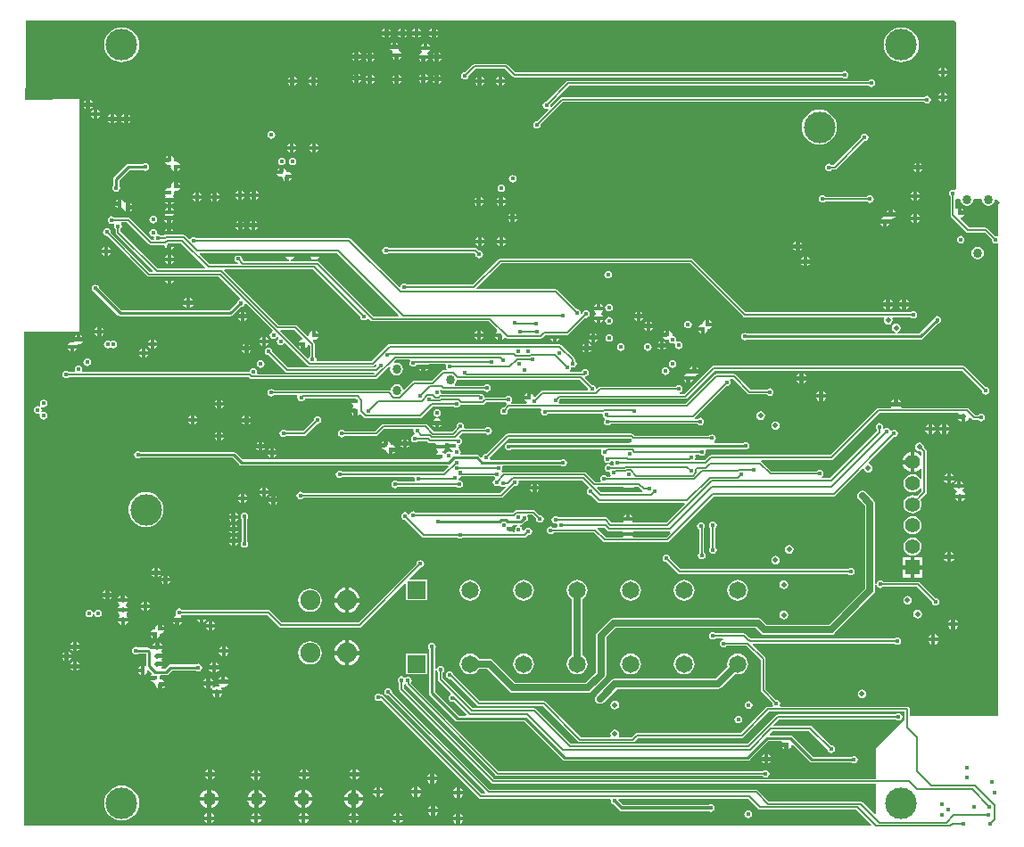
<source format=gbl>
G04*
G04 #@! TF.GenerationSoftware,Altium Limited,Altium Designer,19.0.12 (326)*
G04*
G04 Layer_Physical_Order=4*
G04 Layer_Color=16711680*
%FSLAX25Y25*%
%MOIN*%
G70*
G01*
G75*
%ADD10C,0.01000*%
%ADD11C,0.00600*%
%ADD12C,0.00800*%
%ADD147C,0.01200*%
%ADD148C,0.02500*%
%ADD150C,0.05500*%
%ADD151R,0.05500X0.05500*%
%ADD152C,0.11811*%
%ADD153C,0.07500*%
%ADD154C,0.06500*%
%ADD155R,0.06500X0.06500*%
%ADD156C,0.03400*%
%ADD157C,0.01600*%
%ADD158C,0.02000*%
%ADD159C,0.05000*%
G36*
X351200Y303600D02*
Y241283D01*
X350700Y241016D01*
X350546Y241119D01*
X350000Y241227D01*
X349454Y241119D01*
X348991Y240809D01*
X348681Y240346D01*
X348573Y239800D01*
X348681Y239254D01*
X348991Y238791D01*
X349082Y238729D01*
Y231700D01*
X349152Y231349D01*
X349351Y231051D01*
X355051Y225351D01*
X355349Y225152D01*
X355700Y225082D01*
X361920D01*
X364443Y222559D01*
X364422Y222451D01*
X364530Y221905D01*
X364840Y221442D01*
X365303Y221132D01*
X365849Y221024D01*
X366395Y221132D01*
X366400Y221135D01*
X366900Y220868D01*
Y44200D01*
X333818D01*
Y46900D01*
X333748Y47251D01*
X333549Y47549D01*
X333251Y47748D01*
X332900Y47818D01*
X285428D01*
X285161Y48318D01*
X285319Y48554D01*
X285427Y49100D01*
X285319Y49646D01*
X285009Y50109D01*
X284546Y50419D01*
X284000Y50527D01*
X283892Y50506D01*
X280018Y54380D01*
Y65700D01*
X279948Y66051D01*
X279749Y66349D01*
X275077Y71020D01*
X275269Y71482D01*
X328186D01*
X328247Y71391D01*
X328710Y71081D01*
X329257Y70973D01*
X329803Y71081D01*
X330266Y71391D01*
X330575Y71854D01*
X330684Y72400D01*
X330575Y72946D01*
X330266Y73409D01*
X329803Y73719D01*
X329257Y73827D01*
X328710Y73719D01*
X328247Y73409D01*
X328186Y73318D01*
X274477D01*
X274446Y73349D01*
X274148Y73548D01*
X273901Y73597D01*
X272549Y74949D01*
X272251Y75148D01*
X271900Y75218D01*
X261271D01*
X261209Y75309D01*
X260746Y75619D01*
X260200Y75727D01*
X259654Y75619D01*
X259191Y75309D01*
X258881Y74846D01*
X258773Y74300D01*
X258881Y73754D01*
X259191Y73291D01*
X259654Y72981D01*
X260200Y72873D01*
X260746Y72981D01*
X261209Y73291D01*
X261271Y73382D01*
X264024D01*
X264073Y72882D01*
X263754Y72819D01*
X263291Y72509D01*
X262981Y72046D01*
X262873Y71500D01*
X262981Y70954D01*
X263291Y70491D01*
X263754Y70181D01*
X264300Y70073D01*
X264846Y70181D01*
X265309Y70491D01*
X265371Y70582D01*
X272920D01*
X278182Y65320D01*
Y54000D01*
X278252Y53649D01*
X278451Y53351D01*
X282594Y49208D01*
X282573Y49100D01*
X282681Y48554D01*
X282839Y48318D01*
X282572Y47818D01*
X280900D01*
X280549Y47748D01*
X280251Y47549D01*
X270720Y38018D01*
X231793D01*
X231442Y37948D01*
X231144Y37749D01*
X229813Y36418D01*
X225341D01*
X225073Y36918D01*
X225150Y37033D01*
X225274Y37657D01*
X225150Y38281D01*
X224797Y38810D01*
X224267Y39164D01*
X223643Y39288D01*
X223019Y39164D01*
X222490Y38810D01*
X222136Y38281D01*
X222012Y37657D01*
X222136Y37033D01*
X222213Y36918D01*
X221946Y36418D01*
X211080D01*
X197849Y49649D01*
X197551Y49848D01*
X197200Y49918D01*
X173280D01*
X163385Y59813D01*
X163319Y60146D01*
X163009Y60609D01*
X162546Y60919D01*
X162000Y61027D01*
X161454Y60919D01*
X160991Y60609D01*
X160681Y60146D01*
X160573Y59600D01*
X160681Y59054D01*
X160991Y58591D01*
X161454Y58281D01*
X162000Y58173D01*
X162358Y58244D01*
X172251Y48351D01*
X172549Y48152D01*
X172900Y48082D01*
X196820D01*
X210051Y34851D01*
X210349Y34652D01*
X210700Y34582D01*
X230193D01*
X230544Y34652D01*
X230842Y34851D01*
X232173Y36182D01*
X271100D01*
X271451Y36252D01*
X271749Y36451D01*
X281280Y45982D01*
X331982D01*
Y43082D01*
X321370Y32470D01*
Y20818D01*
X178680D01*
X144818Y54680D01*
Y55988D01*
X145318Y56289D01*
X145411Y56239D01*
X145495Y56134D01*
X145552Y55849D01*
X145751Y55551D01*
X179171Y22131D01*
X179469Y21932D01*
X179820Y21862D01*
X278929D01*
X278991Y21771D01*
X279454Y21461D01*
X280000Y21353D01*
X280546Y21461D01*
X281009Y21771D01*
X281319Y22234D01*
X281427Y22780D01*
X281319Y23326D01*
X281009Y23789D01*
X280546Y24099D01*
X280000Y24207D01*
X279454Y24099D01*
X278991Y23789D01*
X278929Y23698D01*
X180200D01*
X147318Y56580D01*
Y56603D01*
X147619Y57054D01*
X147727Y57600D01*
X147619Y58146D01*
X147309Y58609D01*
X146846Y58919D01*
X146300Y59027D01*
X145754Y58919D01*
X145535Y58773D01*
X144925Y58808D01*
X144850Y58849D01*
X144446Y59119D01*
X143900Y59227D01*
X143354Y59119D01*
X142891Y58809D01*
X142581Y58346D01*
X142473Y57800D01*
X142581Y57254D01*
X142891Y56791D01*
X142982Y56729D01*
Y54300D01*
X143052Y53949D01*
X143251Y53651D01*
X177651Y19251D01*
X177949Y19052D01*
X178300Y18982D01*
X321370D01*
Y7731D01*
X320908Y7540D01*
X316302Y12146D01*
X316004Y12345D01*
X315653Y12415D01*
X281183D01*
X277049Y16549D01*
X276751Y16748D01*
X276400Y16818D01*
X176780D01*
X140406Y53192D01*
X140427Y53300D01*
X140319Y53846D01*
X140009Y54309D01*
X139546Y54619D01*
X139000Y54727D01*
X138454Y54619D01*
X137991Y54309D01*
X137681Y53846D01*
X137573Y53300D01*
X137681Y52754D01*
X137991Y52291D01*
X138454Y51981D01*
X139000Y51873D01*
X139108Y51894D01*
X175285Y15718D01*
X175077Y15218D01*
X173980D01*
X137149Y52049D01*
X136851Y52248D01*
X136500Y52318D01*
X136271D01*
X136209Y52409D01*
X135746Y52719D01*
X135200Y52827D01*
X134654Y52719D01*
X134191Y52409D01*
X133881Y51946D01*
X133773Y51400D01*
X133881Y50854D01*
X134191Y50391D01*
X134654Y50081D01*
X135200Y49973D01*
X135746Y50081D01*
X136209Y50391D01*
X136211Y50391D01*
X172951Y13651D01*
X173249Y13452D01*
X173600Y13382D01*
X221783D01*
X222129Y12882D01*
X222073Y12600D01*
X222181Y12054D01*
X222491Y11591D01*
X222954Y11281D01*
X223122Y11248D01*
X225335Y9035D01*
X225732Y8770D01*
X226200Y8676D01*
X258811D01*
X258954Y8581D01*
X259500Y8473D01*
X260046Y8581D01*
X260509Y8891D01*
X260819Y9354D01*
X260927Y9900D01*
X260819Y10446D01*
X260509Y10909D01*
X260046Y11219D01*
X259500Y11327D01*
X258954Y11219D01*
X258811Y11124D01*
X226707D01*
X224948Y12882D01*
X225026Y13171D01*
X225217Y13382D01*
X273420D01*
X277154Y9648D01*
X277452Y9449D01*
X277803Y9379D01*
X313893D01*
X319610Y3662D01*
X319419Y3200D01*
X3300D01*
X3000Y3324D01*
Y187900D01*
X23500D01*
Y275000D01*
X3658Y274705D01*
X3305Y275059D01*
X3400Y282600D01*
Y304400D01*
X350400D01*
X351200Y303600D01*
D02*
G37*
G36*
X360848Y237451D02*
X361031Y236534D01*
X361550Y235757D01*
X362327Y235237D01*
X363244Y235055D01*
X364161Y235237D01*
X364939Y235757D01*
X365458Y236534D01*
X365628Y237390D01*
X365847Y237504D01*
X366126Y237574D01*
X367500Y236200D01*
X366900Y235600D01*
Y224034D01*
X366400Y223767D01*
X366395Y223770D01*
X365849Y223878D01*
X365741Y223857D01*
X362949Y226649D01*
X362651Y226848D01*
X362300Y226918D01*
X356080D01*
X352827Y230171D01*
X352991Y230714D01*
X353202Y230755D01*
X353798Y231153D01*
X354164Y231701D01*
X352500D01*
Y232451D01*
X351750D01*
Y234115D01*
X351418Y233893D01*
X350918Y234154D01*
Y237317D01*
X351200Y237700D01*
X352644D01*
X352848Y237451D01*
X353031Y236534D01*
X353550Y235757D01*
X354327Y235237D01*
X355244Y235055D01*
X356161Y235237D01*
X356939Y235757D01*
X357458Y236534D01*
X357640Y237451D01*
X357845Y237700D01*
X360644D01*
X360848Y237451D01*
D02*
G37*
%LPC*%
G36*
X156750Y301268D02*
Y300354D01*
X157664D01*
X157298Y300902D01*
X156750Y301268D01*
D02*
G37*
G36*
X155250D02*
X154702Y300902D01*
X154336Y300354D01*
X155250D01*
Y301268D01*
D02*
G37*
G36*
X150354D02*
Y300354D01*
X151268D01*
X150902Y300902D01*
X150354Y301268D01*
D02*
G37*
G36*
X148854D02*
X148306Y300902D01*
X147940Y300354D01*
X148854D01*
Y301268D01*
D02*
G37*
G36*
X145054D02*
Y300354D01*
X145968D01*
X145602Y300902D01*
X145054Y301268D01*
D02*
G37*
G36*
X143554D02*
X143006Y300902D01*
X142640Y300354D01*
X143554D01*
Y301268D01*
D02*
G37*
G36*
X139054D02*
Y300354D01*
X139968D01*
X139602Y300902D01*
X139054Y301268D01*
D02*
G37*
G36*
X137554D02*
X137006Y300902D01*
X136640Y300354D01*
X137554D01*
Y301268D01*
D02*
G37*
G36*
X157664Y298854D02*
X156750D01*
Y297940D01*
X157298Y298306D01*
X157664Y298854D01*
D02*
G37*
G36*
X155250D02*
X154336D01*
X154702Y298306D01*
X155250Y297940D01*
Y298854D01*
D02*
G37*
G36*
X151268D02*
X150354D01*
Y297940D01*
X150902Y298306D01*
X151268Y298854D01*
D02*
G37*
G36*
X148854D02*
X147940D01*
X148306Y298306D01*
X148854Y297940D01*
Y298854D01*
D02*
G37*
G36*
X145968D02*
X145054D01*
Y297940D01*
X145602Y298306D01*
X145968Y298854D01*
D02*
G37*
G36*
X143554D02*
X142640D01*
X143006Y298306D01*
X143554Y297940D01*
Y298854D01*
D02*
G37*
G36*
X139968D02*
X139054D01*
Y297940D01*
X139602Y298306D01*
X139968Y298854D01*
D02*
G37*
G36*
X137554D02*
X136640D01*
X137006Y298306D01*
X137554Y297940D01*
Y298854D01*
D02*
G37*
G36*
X142043Y296171D02*
Y295257D01*
X142957D01*
X142591Y295805D01*
X142043Y296171D01*
D02*
G37*
G36*
X140543D02*
X139995Y295805D01*
X139629Y295257D01*
X140543D01*
Y296171D01*
D02*
G37*
G36*
X153657Y295764D02*
Y294850D01*
X154571D01*
X154205Y295398D01*
X153657Y295764D01*
D02*
G37*
G36*
X152157D02*
X151609Y295398D01*
X151243Y294850D01*
X152157D01*
Y295764D01*
D02*
G37*
G36*
X142957Y293757D02*
X139629D01*
X139995Y293209D01*
X140452Y292904D01*
X140591Y292782D01*
X140603Y292299D01*
X140436Y292050D01*
X143764D01*
X143398Y292598D01*
X142941Y292903D01*
X142802Y293025D01*
X142790Y293508D01*
X142957Y293757D01*
D02*
G37*
G36*
X127850Y292564D02*
Y291650D01*
X128764D01*
X128398Y292198D01*
X127850Y292564D01*
D02*
G37*
G36*
X126350D02*
X125802Y292198D01*
X125436Y291650D01*
X126350D01*
Y292564D01*
D02*
G37*
G36*
X157850Y292464D02*
Y291550D01*
X158764D01*
X158398Y292098D01*
X157850Y292464D01*
D02*
G37*
G36*
X156350D02*
X155802Y292098D01*
X155436Y291550D01*
X156350D01*
Y292464D01*
D02*
G37*
G36*
X132850D02*
Y291550D01*
X133764D01*
X133398Y292098D01*
X132850Y292464D01*
D02*
G37*
G36*
X131350D02*
X130802Y292098D01*
X130436Y291550D01*
X131350D01*
Y292464D01*
D02*
G37*
G36*
X154571Y293350D02*
X151243D01*
X151524Y292930D01*
X151414Y292466D01*
X151358Y292369D01*
X150802Y291998D01*
X150436Y291450D01*
X153764D01*
X153483Y291870D01*
X153593Y292334D01*
X153649Y292431D01*
X154205Y292802D01*
X154571Y293350D01*
D02*
G37*
G36*
X143764Y290550D02*
X142850D01*
Y289636D01*
X143398Y290002D01*
X143764Y290550D01*
D02*
G37*
G36*
X141350D02*
X140436D01*
X140802Y290002D01*
X141350Y289636D01*
Y290550D01*
D02*
G37*
G36*
X128764Y290150D02*
X127850D01*
Y289236D01*
X128398Y289602D01*
X128764Y290150D01*
D02*
G37*
G36*
X126350D02*
X125436D01*
X125802Y289602D01*
X126350Y289236D01*
Y290150D01*
D02*
G37*
G36*
X158764Y290050D02*
X157850D01*
Y289136D01*
X158398Y289502D01*
X158764Y290050D01*
D02*
G37*
G36*
X156350D02*
X155436D01*
X155802Y289502D01*
X156350Y289136D01*
Y290050D01*
D02*
G37*
G36*
X133764D02*
X132850D01*
Y289136D01*
X133398Y289502D01*
X133764Y290050D01*
D02*
G37*
G36*
X131350D02*
X130436D01*
X130802Y289502D01*
X131350Y289136D01*
Y290050D01*
D02*
G37*
G36*
X153764Y289950D02*
X152850D01*
Y289036D01*
X153398Y289402D01*
X153764Y289950D01*
D02*
G37*
G36*
X151350D02*
X150436D01*
X150802Y289402D01*
X151350Y289036D01*
Y289950D01*
D02*
G37*
G36*
X330709Y301813D02*
X329433Y301687D01*
X328207Y301315D01*
X327077Y300711D01*
X326086Y299898D01*
X325273Y298907D01*
X324669Y297777D01*
X324297Y296551D01*
X324172Y295276D01*
X324297Y294000D01*
X324669Y292774D01*
X325273Y291644D01*
X326086Y290653D01*
X327077Y289840D01*
X328207Y289236D01*
X329433Y288864D01*
X330709Y288739D01*
X331984Y288864D01*
X333210Y289236D01*
X334340Y289840D01*
X335331Y290653D01*
X336144Y291644D01*
X336748Y292774D01*
X337120Y294000D01*
X337246Y295276D01*
X337120Y296551D01*
X336748Y297777D01*
X336144Y298907D01*
X335331Y299898D01*
X334340Y300711D01*
X333210Y301315D01*
X331984Y301687D01*
X330709Y301813D01*
D02*
G37*
G36*
X39370D02*
X38095Y301687D01*
X36869Y301315D01*
X35738Y300711D01*
X34748Y299898D01*
X33935Y298907D01*
X33331Y297777D01*
X32959Y296551D01*
X32833Y295276D01*
X32959Y294000D01*
X33331Y292774D01*
X33935Y291644D01*
X34748Y290653D01*
X35738Y289840D01*
X36869Y289236D01*
X38095Y288864D01*
X39370Y288739D01*
X40645Y288864D01*
X41872Y289236D01*
X43002Y289840D01*
X43992Y290653D01*
X44805Y291644D01*
X45410Y292774D01*
X45781Y294000D01*
X45907Y295276D01*
X45781Y296551D01*
X45410Y297777D01*
X44805Y298907D01*
X43992Y299898D01*
X43002Y300711D01*
X41872Y301315D01*
X40645Y301687D01*
X39370Y301813D01*
D02*
G37*
G36*
X347004Y286664D02*
Y285750D01*
X347917D01*
X347551Y286298D01*
X347004Y286664D01*
D02*
G37*
G36*
X345503D02*
X344956Y286298D01*
X344590Y285750D01*
X345503D01*
Y286664D01*
D02*
G37*
G36*
X127850Y284464D02*
Y283550D01*
X128764D01*
X128398Y284098D01*
X127850Y284464D01*
D02*
G37*
G36*
X126350D02*
X125802Y284098D01*
X125436Y283550D01*
X126350D01*
Y284464D01*
D02*
G37*
G36*
X152850Y284364D02*
Y283450D01*
X153764D01*
X153398Y283998D01*
X152850Y284364D01*
D02*
G37*
G36*
X151350D02*
X150802Y283998D01*
X150436Y283450D01*
X151350D01*
Y284364D01*
D02*
G37*
G36*
X347917Y284250D02*
X347004D01*
Y283336D01*
X347551Y283702D01*
X347917Y284250D01*
D02*
G37*
G36*
X345503D02*
X344590D01*
X344956Y283702D01*
X345503Y283336D01*
Y284250D01*
D02*
G37*
G36*
X157850Y284164D02*
Y283250D01*
X158764D01*
X158398Y283798D01*
X157850Y284164D01*
D02*
G37*
G36*
X156350D02*
X155802Y283798D01*
X155436Y283250D01*
X156350D01*
Y284164D01*
D02*
G37*
G36*
X132850Y284064D02*
Y283150D01*
X133764D01*
X133398Y283698D01*
X132850Y284064D01*
D02*
G37*
G36*
X131350D02*
X130802Y283698D01*
X130436Y283150D01*
X131350D01*
Y284064D01*
D02*
G37*
G36*
X142850Y283964D02*
Y283050D01*
X143764D01*
X143398Y283598D01*
X142850Y283964D01*
D02*
G37*
G36*
X141350D02*
X140802Y283598D01*
X140436Y283050D01*
X141350D01*
Y283964D01*
D02*
G37*
G36*
X183000Y288118D02*
X171100D01*
X170749Y288048D01*
X170451Y287849D01*
X167708Y285106D01*
X167600Y285127D01*
X167054Y285019D01*
X166591Y284709D01*
X166281Y284246D01*
X166173Y283700D01*
X166281Y283154D01*
X166591Y282691D01*
X167054Y282381D01*
X167600Y282273D01*
X168146Y282381D01*
X168609Y282691D01*
X168919Y283154D01*
X169027Y283700D01*
X169006Y283808D01*
X171480Y286282D01*
X182620D01*
X185451Y283451D01*
X185749Y283252D01*
X186100Y283182D01*
X308529D01*
X308591Y283091D01*
X309054Y282781D01*
X309600Y282673D01*
X310146Y282781D01*
X310609Y283091D01*
X310919Y283554D01*
X311027Y284100D01*
X310919Y284646D01*
X310609Y285109D01*
X310146Y285419D01*
X309600Y285527D01*
X309054Y285419D01*
X308591Y285109D01*
X308529Y285018D01*
X186480D01*
X183649Y287849D01*
X183351Y288048D01*
X183000Y288118D01*
D02*
G37*
G36*
X181650Y283364D02*
Y282450D01*
X182564D01*
X182198Y282998D01*
X181650Y283364D01*
D02*
G37*
G36*
X180150D02*
X179602Y282998D01*
X179236Y282450D01*
X180150D01*
Y283364D01*
D02*
G37*
G36*
X173850D02*
Y282450D01*
X174764D01*
X174398Y282998D01*
X173850Y283364D01*
D02*
G37*
G36*
X172350D02*
X171802Y282998D01*
X171436Y282450D01*
X172350D01*
Y283364D01*
D02*
G37*
G36*
X111750D02*
Y282450D01*
X112664D01*
X112298Y282998D01*
X111750Y283364D01*
D02*
G37*
G36*
X110250D02*
X109702Y282998D01*
X109336Y282450D01*
X110250D01*
Y283364D01*
D02*
G37*
G36*
X103850D02*
Y282450D01*
X104764D01*
X104398Y282998D01*
X103850Y283364D01*
D02*
G37*
G36*
X102350D02*
X101802Y282998D01*
X101436Y282450D01*
X102350D01*
Y283364D01*
D02*
G37*
G36*
X128764Y282050D02*
X127850D01*
Y281136D01*
X128398Y281502D01*
X128764Y282050D01*
D02*
G37*
G36*
X126350D02*
X125436D01*
X125802Y281502D01*
X126350Y281136D01*
Y282050D01*
D02*
G37*
G36*
X153764Y281950D02*
X152850D01*
Y281036D01*
X153398Y281402D01*
X153764Y281950D01*
D02*
G37*
G36*
X151350D02*
X150436D01*
X150802Y281402D01*
X151350Y281036D01*
Y281950D01*
D02*
G37*
G36*
X158764Y281750D02*
X157850D01*
Y280836D01*
X158398Y281202D01*
X158764Y281750D01*
D02*
G37*
G36*
X156350D02*
X155436D01*
X155802Y281202D01*
X156350Y280836D01*
Y281750D01*
D02*
G37*
G36*
X133764Y281650D02*
X132850D01*
Y280736D01*
X133398Y281102D01*
X133764Y281650D01*
D02*
G37*
G36*
X131350D02*
X130436D01*
X130802Y281102D01*
X131350Y280736D01*
Y281650D01*
D02*
G37*
G36*
X143764Y281550D02*
X142850D01*
Y280636D01*
X143398Y281002D01*
X143764Y281550D01*
D02*
G37*
G36*
X141350D02*
X140436D01*
X140802Y281002D01*
X141350Y280636D01*
Y281550D01*
D02*
G37*
G36*
X182564Y280950D02*
X181650D01*
Y280036D01*
X182198Y280402D01*
X182564Y280950D01*
D02*
G37*
G36*
X180150D02*
X179236D01*
X179602Y280402D01*
X180150Y280036D01*
Y280950D01*
D02*
G37*
G36*
X174764D02*
X173850D01*
Y280036D01*
X174398Y280402D01*
X174764Y280950D01*
D02*
G37*
G36*
X172350D02*
X171436D01*
X171802Y280402D01*
X172350Y280036D01*
Y280950D01*
D02*
G37*
G36*
X112664D02*
X111750D01*
Y280036D01*
X112298Y280402D01*
X112664Y280950D01*
D02*
G37*
G36*
X110250D02*
X109336D01*
X109702Y280402D01*
X110250Y280036D01*
Y280950D01*
D02*
G37*
G36*
X104764D02*
X103850D01*
Y280036D01*
X104398Y280402D01*
X104764Y280950D01*
D02*
G37*
G36*
X102350D02*
X101436D01*
X101802Y280402D01*
X102350Y280036D01*
Y280950D01*
D02*
G37*
G36*
X319500Y282327D02*
X318954Y282219D01*
X318491Y281909D01*
X318429Y281818D01*
X206300D01*
X205949Y281748D01*
X205651Y281549D01*
X198208Y274106D01*
X198100Y274127D01*
X197554Y274019D01*
X197091Y273709D01*
X196781Y273246D01*
X196673Y272700D01*
X196781Y272154D01*
X197091Y271691D01*
X197554Y271381D01*
X198100Y271273D01*
X198559Y271364D01*
X198767Y271130D01*
X198854Y270952D01*
X194608Y266706D01*
X194500Y266727D01*
X193954Y266619D01*
X193491Y266309D01*
X193181Y265846D01*
X193073Y265300D01*
X193181Y264754D01*
X193491Y264291D01*
X193954Y263981D01*
X194500Y263873D01*
X195046Y263981D01*
X195509Y264291D01*
X195819Y264754D01*
X195927Y265300D01*
X195906Y265408D01*
X204380Y273882D01*
X339229D01*
X339291Y273791D01*
X339754Y273481D01*
X340300Y273373D01*
X340846Y273481D01*
X341309Y273791D01*
X341619Y274254D01*
X341727Y274800D01*
X341619Y275346D01*
X341309Y275809D01*
X340846Y276119D01*
X340300Y276227D01*
X339754Y276119D01*
X339291Y275809D01*
X339229Y275718D01*
X204000D01*
X203649Y275648D01*
X203351Y275449D01*
X199848Y271946D01*
X199670Y272032D01*
X199436Y272241D01*
X199527Y272700D01*
X199506Y272808D01*
X206680Y279982D01*
X318429D01*
X318491Y279891D01*
X318954Y279581D01*
X319500Y279473D01*
X320046Y279581D01*
X320509Y279891D01*
X320819Y280354D01*
X320927Y280900D01*
X320819Y281446D01*
X320509Y281909D01*
X320046Y282219D01*
X319500Y282327D01*
D02*
G37*
G36*
X347004Y277410D02*
Y276497D01*
X347917D01*
X347551Y277044D01*
X347004Y277410D01*
D02*
G37*
G36*
X345503D02*
X344956Y277044D01*
X344590Y276497D01*
X345503D01*
Y277410D01*
D02*
G37*
G36*
X347917Y274996D02*
X347004D01*
Y274083D01*
X347551Y274449D01*
X347917Y274996D01*
D02*
G37*
G36*
X345503D02*
X344590D01*
X344956Y274449D01*
X345503Y274083D01*
Y274996D01*
D02*
G37*
G36*
X27550Y274564D02*
Y273650D01*
X28464D01*
X28098Y274198D01*
X27550Y274564D01*
D02*
G37*
G36*
X26050D02*
X25502Y274198D01*
X25136Y273650D01*
X26050D01*
Y274564D01*
D02*
G37*
G36*
X28464Y272150D02*
X27550D01*
Y271236D01*
X28098Y271602D01*
X28464Y272150D01*
D02*
G37*
G36*
X26050D02*
X25136D01*
X25502Y271602D01*
X26050Y271236D01*
Y272150D01*
D02*
G37*
G36*
X30350Y271064D02*
Y270150D01*
X31264D01*
X30898Y270698D01*
X30350Y271064D01*
D02*
G37*
G36*
X28850D02*
X28302Y270698D01*
X27936Y270150D01*
X28850D01*
Y271064D01*
D02*
G37*
G36*
X41757Y269257D02*
Y268343D01*
X42671D01*
X42305Y268891D01*
X41757Y269257D01*
D02*
G37*
G36*
X40257D02*
X39709Y268891D01*
X39343Y268343D01*
X40257D01*
Y269257D01*
D02*
G37*
G36*
X36643D02*
Y268343D01*
X37557D01*
X37191Y268891D01*
X36643Y269257D01*
D02*
G37*
G36*
X35143D02*
X34595Y268891D01*
X34229Y268343D01*
X35143D01*
Y269257D01*
D02*
G37*
G36*
X31264Y268650D02*
X30350D01*
Y267736D01*
X30898Y268102D01*
X31264Y268650D01*
D02*
G37*
G36*
X28850D02*
X27936D01*
X28302Y268102D01*
X28850Y267736D01*
Y268650D01*
D02*
G37*
G36*
X42671Y266843D02*
X41757D01*
Y265929D01*
X42305Y266295D01*
X42671Y266843D01*
D02*
G37*
G36*
X40257D02*
X39343D01*
X39709Y266295D01*
X40257Y265929D01*
Y266843D01*
D02*
G37*
G36*
X37557D02*
X36643D01*
Y265929D01*
X37191Y266295D01*
X37557Y266843D01*
D02*
G37*
G36*
X35143D02*
X34229D01*
X34595Y266295D01*
X35143Y265929D01*
Y266843D01*
D02*
G37*
G36*
X95300Y263027D02*
X94754Y262919D01*
X94291Y262609D01*
X93981Y262146D01*
X93873Y261600D01*
X93981Y261054D01*
X94291Y260591D01*
X94754Y260281D01*
X95300Y260173D01*
X95846Y260281D01*
X96309Y260591D01*
X96619Y261054D01*
X96727Y261600D01*
X96619Y262146D01*
X96309Y262609D01*
X95846Y262919D01*
X95300Y263027D01*
D02*
G37*
G36*
X317000Y262127D02*
X316454Y262019D01*
X315991Y261709D01*
X315681Y261246D01*
X315573Y260700D01*
X315594Y260592D01*
X305420Y250418D01*
X304671D01*
X304609Y250509D01*
X304146Y250819D01*
X303600Y250927D01*
X303054Y250819D01*
X302591Y250509D01*
X302281Y250046D01*
X302173Y249500D01*
X302281Y248954D01*
X302591Y248491D01*
X303054Y248181D01*
X303600Y248073D01*
X304146Y248181D01*
X304609Y248491D01*
X304671Y248582D01*
X305800D01*
X306151Y248652D01*
X306449Y248851D01*
X316892Y259294D01*
X317000Y259273D01*
X317546Y259381D01*
X318009Y259691D01*
X318319Y260154D01*
X318427Y260700D01*
X318319Y261246D01*
X318009Y261709D01*
X317546Y262019D01*
X317000Y262127D01*
D02*
G37*
G36*
X300079Y271025D02*
X298803Y270900D01*
X297577Y270528D01*
X296447Y269923D01*
X295456Y269110D01*
X294643Y268120D01*
X294039Y266990D01*
X293667Y265763D01*
X293542Y264488D01*
X293667Y263213D01*
X294039Y261987D01*
X294643Y260856D01*
X295456Y259866D01*
X296447Y259053D01*
X297577Y258449D01*
X298803Y258077D01*
X300079Y257951D01*
X301354Y258077D01*
X302580Y258449D01*
X303711Y259053D01*
X304701Y259866D01*
X305514Y260856D01*
X306118Y261987D01*
X306490Y263213D01*
X306616Y264488D01*
X306490Y265763D01*
X306118Y266990D01*
X305514Y268120D01*
X304701Y269110D01*
X303711Y269923D01*
X302580Y270528D01*
X301354Y270900D01*
X300079Y271025D01*
D02*
G37*
G36*
X112050Y258364D02*
Y257450D01*
X112964D01*
X112598Y257998D01*
X112050Y258364D01*
D02*
G37*
G36*
X110550D02*
X110002Y257998D01*
X109636Y257450D01*
X110550D01*
Y258364D01*
D02*
G37*
G36*
X103650D02*
Y257450D01*
X104564D01*
X104198Y257998D01*
X103650Y258364D01*
D02*
G37*
G36*
X102150D02*
X101602Y257998D01*
X101236Y257450D01*
X102150D01*
Y258364D01*
D02*
G37*
G36*
X112964Y255950D02*
X112050D01*
Y255036D01*
X112598Y255402D01*
X112964Y255950D01*
D02*
G37*
G36*
X110550D02*
X109636D01*
X110002Y255402D01*
X110550Y255036D01*
Y255950D01*
D02*
G37*
G36*
X104564D02*
X103650D01*
Y255036D01*
X104198Y255402D01*
X104564Y255950D01*
D02*
G37*
G36*
X102150D02*
X101236D01*
X101602Y255402D01*
X102150Y255036D01*
Y255950D01*
D02*
G37*
G36*
X56396Y253864D02*
X55848Y253498D01*
X55482Y252950D01*
X56396D01*
Y253864D01*
D02*
G37*
G36*
X48200Y251027D02*
X47654Y250919D01*
X47359Y250722D01*
X41800D01*
X41800Y250722D01*
X41371Y250636D01*
X41007Y250393D01*
X41007Y250393D01*
X36507Y245893D01*
X36264Y245529D01*
X36178Y245100D01*
X36178Y245100D01*
Y242641D01*
X35981Y242346D01*
X35873Y241800D01*
X35981Y241254D01*
X36291Y240791D01*
X36754Y240481D01*
X37300Y240373D01*
X37846Y240481D01*
X38309Y240791D01*
X38619Y241254D01*
X38727Y241800D01*
X38619Y242346D01*
X38422Y242641D01*
Y244635D01*
X42265Y248479D01*
X47359D01*
X47654Y248281D01*
X48200Y248173D01*
X48746Y248281D01*
X49209Y248591D01*
X49519Y249054D01*
X49627Y249600D01*
X49519Y250146D01*
X49209Y250609D01*
X48746Y250919D01*
X48200Y251027D01*
D02*
G37*
G36*
X103200Y253127D02*
X102654Y253019D01*
X102191Y252709D01*
X101881Y252246D01*
X101773Y251700D01*
X101881Y251154D01*
X102191Y250691D01*
X102654Y250381D01*
X103200Y250273D01*
X103746Y250381D01*
X104209Y250691D01*
X104519Y251154D01*
X104627Y251700D01*
X104519Y252246D01*
X104209Y252709D01*
X103746Y253019D01*
X103200Y253127D01*
D02*
G37*
G36*
X337555Y251168D02*
Y250255D01*
X338468D01*
X338102Y250802D01*
X337555Y251168D01*
D02*
G37*
G36*
X336055D02*
X335507Y250802D01*
X335141Y250255D01*
X336055D01*
Y251168D01*
D02*
G37*
G36*
X99168Y253096D02*
X98622Y252987D01*
X98159Y252678D01*
X97850Y252215D01*
X97741Y251669D01*
X97850Y251122D01*
X98159Y250659D01*
X98622Y250350D01*
X99168Y250241D01*
X99715Y250350D01*
X100178Y250659D01*
X100487Y251122D01*
X100596Y251669D01*
X100487Y252215D01*
X100178Y252678D01*
X99715Y252987D01*
X99168Y253096D01*
D02*
G37*
G36*
X98282Y249395D02*
X97734Y249029D01*
X97368Y248481D01*
X98282D01*
Y249395D01*
D02*
G37*
G36*
X61202Y248990D02*
X60288D01*
Y248077D01*
X60835Y248443D01*
X61202Y248990D01*
D02*
G37*
G36*
X57896Y253864D02*
Y252200D01*
X57146D01*
Y251450D01*
X55482D01*
X55848Y250902D01*
X56444Y250504D01*
X57146Y250365D01*
X57324Y250400D01*
X57749Y249975D01*
X57702Y249740D01*
X57842Y249038D01*
X58240Y248443D01*
X58788Y248077D01*
Y249740D01*
X59538D01*
Y250490D01*
X61202D01*
X60835Y251038D01*
X60240Y251436D01*
X59538Y251576D01*
X59360Y251540D01*
X58934Y251965D01*
X58981Y252200D01*
X58841Y252902D01*
X58444Y253498D01*
X57896Y253864D01*
D02*
G37*
G36*
X338468Y248755D02*
X337555D01*
Y247841D01*
X338102Y248207D01*
X338468Y248755D01*
D02*
G37*
G36*
X336055D02*
X335141D01*
X335507Y248207D01*
X336055Y247841D01*
Y248755D01*
D02*
G37*
G36*
X102764Y245250D02*
X101850D01*
Y244336D01*
X102398Y244702D01*
X102764Y245250D01*
D02*
G37*
G36*
X99782Y249395D02*
Y247731D01*
X99032D01*
Y246982D01*
X97368D01*
X97734Y246434D01*
X98329Y246036D01*
X99032Y245896D01*
X99276Y245945D01*
X99404Y245298D01*
X99802Y244702D01*
X100350Y244336D01*
Y246000D01*
X101100D01*
Y246750D01*
X102764D01*
X102398Y247298D01*
X101802Y247696D01*
X101100Y247835D01*
X100856Y247787D01*
X100727Y248434D01*
X100329Y249029D01*
X99782Y249395D01*
D02*
G37*
G36*
X185400Y246627D02*
X184854Y246519D01*
X184391Y246209D01*
X184081Y245746D01*
X183973Y245200D01*
X184081Y244654D01*
X184391Y244191D01*
X184854Y243881D01*
X185400Y243773D01*
X185946Y243881D01*
X186409Y244191D01*
X186719Y244654D01*
X186827Y245200D01*
X186719Y245746D01*
X186409Y246209D01*
X185946Y246519D01*
X185400Y246627D01*
D02*
G37*
G36*
X60390Y244104D02*
Y243190D01*
X61304D01*
X60938Y243738D01*
X60390Y244104D01*
D02*
G37*
G36*
X58890D02*
X58343Y243738D01*
X57945Y243143D01*
X57805Y242440D01*
X57852Y242205D01*
X57427Y241779D01*
X57146Y241835D01*
X56444Y241696D01*
X55848Y241298D01*
X55482Y240750D01*
X57146D01*
Y239250D01*
X55482D01*
X55671Y238968D01*
X55948Y238552D01*
X55582Y238004D01*
X58910D01*
X58721Y238286D01*
X58444Y238702D01*
X58841Y239298D01*
X58981Y240000D01*
X58934Y240236D01*
X59359Y240661D01*
X59640Y240605D01*
X60343Y240745D01*
X60938Y241143D01*
X61304Y241690D01*
X59640D01*
Y242440D01*
X58890D01*
Y244104D01*
D02*
G37*
G36*
X181200Y243127D02*
X180654Y243019D01*
X180191Y242709D01*
X179881Y242246D01*
X179773Y241700D01*
X179881Y241154D01*
X180191Y240691D01*
X180654Y240381D01*
X181200Y240273D01*
X181746Y240381D01*
X182209Y240691D01*
X182519Y241154D01*
X182627Y241700D01*
X182519Y242246D01*
X182209Y242709D01*
X181746Y243019D01*
X181200Y243127D01*
D02*
G37*
G36*
X89550Y240751D02*
Y239838D01*
X90464D01*
X90098Y240385D01*
X89550Y240751D01*
D02*
G37*
G36*
X88050D02*
X87502Y240385D01*
X87136Y239838D01*
X88050D01*
Y240751D01*
D02*
G37*
G36*
X84238D02*
Y239838D01*
X85151D01*
X84785Y240385D01*
X84238Y240751D01*
D02*
G37*
G36*
X82738D02*
X82190Y240385D01*
X81824Y239838D01*
X82738D01*
Y240751D01*
D02*
G37*
G36*
X336713Y240301D02*
Y239387D01*
X337627D01*
X337261Y239935D01*
X336713Y240301D01*
D02*
G37*
G36*
X335213D02*
X334665Y239935D01*
X334299Y239387D01*
X335213D01*
Y240301D01*
D02*
G37*
G36*
X74860Y239954D02*
Y239040D01*
X75773D01*
X75407Y239588D01*
X74860Y239954D01*
D02*
G37*
G36*
X73360D02*
X72812Y239588D01*
X72446Y239040D01*
X73360D01*
Y239954D01*
D02*
G37*
G36*
X68360D02*
Y239040D01*
X69273D01*
X68907Y239588D01*
X68360Y239954D01*
D02*
G37*
G36*
X66860D02*
X66312Y239588D01*
X65946Y239040D01*
X66860D01*
Y239954D01*
D02*
G37*
G36*
X181850Y238364D02*
Y237450D01*
X182764D01*
X182398Y237998D01*
X181850Y238364D01*
D02*
G37*
G36*
X180350D02*
X179802Y237998D01*
X179436Y237450D01*
X180350D01*
Y238364D01*
D02*
G37*
G36*
X173550D02*
Y237450D01*
X174464D01*
X174098Y237998D01*
X173550Y238364D01*
D02*
G37*
G36*
X172050D02*
X171502Y237998D01*
X171136Y237450D01*
X172050D01*
Y238364D01*
D02*
G37*
G36*
X90464Y238338D02*
X89550D01*
Y237424D01*
X90098Y237790D01*
X90464Y238338D01*
D02*
G37*
G36*
X88050D02*
X87136D01*
X87502Y237790D01*
X88050Y237424D01*
Y238338D01*
D02*
G37*
G36*
X85151D02*
X84238D01*
Y237424D01*
X84785Y237790D01*
X85151Y238338D01*
D02*
G37*
G36*
X82738D02*
X81824D01*
X82190Y237790D01*
X82738Y237424D01*
Y238338D01*
D02*
G37*
G36*
X337627Y237887D02*
X336713D01*
Y236973D01*
X337261Y237339D01*
X337627Y237887D01*
D02*
G37*
G36*
X335213D02*
X334299D01*
X334665Y237339D01*
X335213Y236973D01*
Y237887D01*
D02*
G37*
G36*
X37850Y237560D02*
X37302Y237193D01*
X36936Y236646D01*
X37850D01*
Y237560D01*
D02*
G37*
G36*
X75773Y237540D02*
X74860D01*
Y236627D01*
X75407Y236993D01*
X75773Y237540D01*
D02*
G37*
G36*
X73360D02*
X72446D01*
X72812Y236993D01*
X73360Y236627D01*
Y237540D01*
D02*
G37*
G36*
X69273D02*
X68360D01*
Y236627D01*
X68907Y236993D01*
X69273Y237540D01*
D02*
G37*
G36*
X66860D02*
X65946D01*
X66312Y236993D01*
X66860Y236627D01*
Y237540D01*
D02*
G37*
G36*
X301300Y239127D02*
X300754Y239019D01*
X300291Y238709D01*
X299981Y238246D01*
X299873Y237700D01*
X299981Y237154D01*
X300291Y236691D01*
X300754Y236381D01*
X301300Y236273D01*
X301846Y236381D01*
X302297Y236682D01*
X317929D01*
X317991Y236591D01*
X318454Y236281D01*
X319000Y236173D01*
X319546Y236281D01*
X320009Y236591D01*
X320319Y237054D01*
X320427Y237600D01*
X320319Y238146D01*
X320009Y238609D01*
X319546Y238919D01*
X319000Y239027D01*
X318454Y238919D01*
X317991Y238609D01*
X317929Y238518D01*
X302437D01*
X302309Y238709D01*
X301846Y239019D01*
X301300Y239127D01*
D02*
G37*
G36*
X58910Y236504D02*
X57996D01*
Y235591D01*
X58544Y235956D01*
X58910Y236504D01*
D02*
G37*
G36*
X56496D02*
X55582D01*
X55948Y235956D01*
X56496Y235591D01*
Y236504D01*
D02*
G37*
G36*
X42450Y236264D02*
Y235350D01*
X43364D01*
X42998Y235898D01*
X42450Y236264D01*
D02*
G37*
G36*
X182764Y235950D02*
X181850D01*
Y235036D01*
X182398Y235402D01*
X182764Y235950D01*
D02*
G37*
G36*
X180350D02*
X179436D01*
X179802Y235402D01*
X180350Y235036D01*
Y235950D01*
D02*
G37*
G36*
X174464D02*
X173550D01*
Y235036D01*
X174098Y235402D01*
X174464Y235950D01*
D02*
G37*
G36*
X172050D02*
X171136D01*
X171502Y235402D01*
X172050Y235036D01*
Y235950D01*
D02*
G37*
G36*
X37850Y235146D02*
X36936D01*
X37302Y234598D01*
X37850Y234232D01*
Y235146D01*
D02*
G37*
G36*
X57996Y234364D02*
Y233450D01*
X58910D01*
X58544Y233998D01*
X57996Y234364D01*
D02*
G37*
G36*
X56496D02*
X55948Y233998D01*
X55582Y233450D01*
X56496D01*
Y234364D01*
D02*
G37*
G36*
X43364Y233850D02*
X42450D01*
Y232936D01*
X42998Y233302D01*
X43364Y233850D01*
D02*
G37*
G36*
X39350Y237560D02*
Y235896D01*
Y234232D01*
X39495Y234329D01*
X39957Y234138D01*
X40004Y233898D01*
X40402Y233302D01*
X40950Y232936D01*
Y234600D01*
Y236264D01*
X40805Y236167D01*
X40343Y236358D01*
X40296Y236598D01*
X39898Y237193D01*
X39350Y237560D01*
D02*
G37*
G36*
X327526Y233588D02*
Y232674D01*
X328440D01*
X328074Y233222D01*
X327526Y233588D01*
D02*
G37*
G36*
X326026D02*
X325478Y233222D01*
X325112Y232674D01*
X326026D01*
Y233588D01*
D02*
G37*
G36*
X186150Y232364D02*
Y231450D01*
X187064D01*
X186698Y231998D01*
X186150Y232364D01*
D02*
G37*
G36*
X184650D02*
X184102Y231998D01*
X183736Y231450D01*
X184650D01*
Y232364D01*
D02*
G37*
G36*
X58910Y231950D02*
X55582D01*
X55727Y231734D01*
X55382Y231218D01*
X58710D01*
X58565Y231434D01*
X58910Y231950D01*
D02*
G37*
G36*
X336713Y232027D02*
Y231113D01*
X337627D01*
X337261Y231661D01*
X336713Y232027D01*
D02*
G37*
G36*
X335213D02*
X334665Y231661D01*
X334299Y231113D01*
X335213D01*
Y232027D01*
D02*
G37*
G36*
X328440Y231174D02*
X324842D01*
X324719Y231021D01*
X324656Y230986D01*
X324485Y231021D01*
X323783Y230881D01*
X323188Y230483D01*
X322822Y229935D01*
X326419D01*
X326543Y230088D01*
X326605Y230123D01*
X326776Y230089D01*
X327478Y230228D01*
X328074Y230626D01*
X328440Y231174D01*
D02*
G37*
G36*
X187064Y229950D02*
X186150D01*
Y229036D01*
X186698Y229402D01*
X187064Y229950D01*
D02*
G37*
G36*
X184650D02*
X183736D01*
X184102Y229402D01*
X184650Y229036D01*
Y229950D01*
D02*
G37*
G36*
X58710Y229718D02*
X57796D01*
Y228804D01*
X58344Y229170D01*
X58710Y229718D01*
D02*
G37*
G36*
X56296D02*
X55382D01*
X55748Y229170D01*
X56296Y228804D01*
Y229718D01*
D02*
G37*
G36*
X337627Y229613D02*
X336713D01*
Y228699D01*
X337261Y229065D01*
X337627Y229613D01*
D02*
G37*
G36*
X335213D02*
X334299D01*
X334665Y229065D01*
X335213Y228699D01*
Y229613D01*
D02*
G37*
G36*
X89350Y229511D02*
Y228597D01*
X90264D01*
X89898Y229145D01*
X89350Y229511D01*
D02*
G37*
G36*
X87850D02*
X87302Y229145D01*
X86936Y228597D01*
X87850D01*
Y229511D01*
D02*
G37*
G36*
X84397D02*
Y228597D01*
X85311D01*
X84945Y229145D01*
X84397Y229511D01*
D02*
G37*
G36*
X82897D02*
X82349Y229145D01*
X81984Y228597D01*
X82897D01*
Y229511D01*
D02*
G37*
G36*
X51140Y231368D02*
X50594Y231259D01*
X50131Y230950D01*
X49822Y230487D01*
X49713Y229940D01*
X49822Y229394D01*
X50131Y228931D01*
X50594Y228622D01*
X51140Y228513D01*
X51687Y228622D01*
X52150Y228931D01*
X52459Y229394D01*
X52568Y229940D01*
X52459Y230487D01*
X52150Y230950D01*
X51687Y231259D01*
X51140Y231368D01*
D02*
G37*
G36*
X326149Y228435D02*
X325235D01*
Y227522D01*
X325783Y227888D01*
X326149Y228435D01*
D02*
G37*
G36*
X323735D02*
X322822D01*
X323188Y227888D01*
X323735Y227522D01*
Y228435D01*
D02*
G37*
G36*
X90264Y227097D02*
X89350D01*
Y226184D01*
X89898Y226550D01*
X90264Y227097D01*
D02*
G37*
G36*
X87850D02*
X86936D01*
X87302Y226550D01*
X87850Y226184D01*
Y227097D01*
D02*
G37*
G36*
X85311D02*
X84397D01*
Y226184D01*
X84945Y226550D01*
X85311Y227097D01*
D02*
G37*
G36*
X82897D02*
X81984D01*
X82349Y226550D01*
X82897Y226184D01*
Y227097D01*
D02*
G37*
G36*
X57796Y226710D02*
Y225796D01*
X58710D01*
X58344Y226344D01*
X57796Y226710D01*
D02*
G37*
G36*
X56296D02*
X55748Y226344D01*
X55382Y225796D01*
X56296D01*
Y226710D01*
D02*
G37*
G36*
X182027Y223364D02*
Y222450D01*
X182940D01*
X182574Y222998D01*
X182027Y223364D01*
D02*
G37*
G36*
X180527D02*
X179979Y222998D01*
X179613Y222450D01*
X180527D01*
Y223364D01*
D02*
G37*
G36*
X174050D02*
Y222450D01*
X174964D01*
X174598Y222998D01*
X174050Y223364D01*
D02*
G37*
G36*
X172550D02*
X172002Y222998D01*
X171636Y222450D01*
X172550D01*
Y223364D01*
D02*
G37*
G36*
X352951Y223878D02*
X352405Y223770D01*
X351942Y223460D01*
X351632Y222997D01*
X351523Y222451D01*
X351632Y221905D01*
X351942Y221442D01*
X352405Y221132D01*
X352951Y221024D01*
X353497Y221132D01*
X353960Y221442D01*
X354270Y221905D01*
X354378Y222451D01*
X354270Y222997D01*
X353960Y223460D01*
X353497Y223770D01*
X352951Y223878D01*
D02*
G37*
G36*
X292744Y221569D02*
Y220656D01*
X293658D01*
X293292Y221203D01*
X292744Y221569D01*
D02*
G37*
G36*
X291244D02*
X290697Y221203D01*
X290331Y220656D01*
X291244D01*
Y221569D01*
D02*
G37*
G36*
X182940Y220950D02*
X182027D01*
Y220036D01*
X182574Y220402D01*
X182940Y220950D01*
D02*
G37*
G36*
X180527D02*
X179613D01*
X179979Y220402D01*
X180527Y220036D01*
Y220950D01*
D02*
G37*
G36*
X174964D02*
X174050D01*
Y220036D01*
X174598Y220402D01*
X174964Y220950D01*
D02*
G37*
G36*
X172550D02*
X171636D01*
X172002Y220402D01*
X172550Y220036D01*
Y220950D01*
D02*
G37*
G36*
X34350Y219764D02*
Y218850D01*
X35264D01*
X34898Y219398D01*
X34350Y219764D01*
D02*
G37*
G36*
X32850D02*
X32302Y219398D01*
X31936Y218850D01*
X32850D01*
Y219764D01*
D02*
G37*
G36*
X293658Y219156D02*
X292744D01*
Y218242D01*
X293292Y218608D01*
X293658Y219156D01*
D02*
G37*
G36*
X291244D02*
X290331D01*
X290697Y218608D01*
X291244Y218242D01*
Y219156D01*
D02*
G37*
G36*
X35264Y217350D02*
X34350D01*
Y216436D01*
X34898Y216802D01*
X35264Y217350D01*
D02*
G37*
G36*
X32850D02*
X31936D01*
X32302Y216802D01*
X32850Y216436D01*
Y217350D01*
D02*
G37*
G36*
X138100Y219827D02*
X137554Y219719D01*
X137091Y219409D01*
X136781Y218946D01*
X136673Y218400D01*
X136781Y217854D01*
X137091Y217391D01*
X137554Y217081D01*
X138100Y216973D01*
X138646Y217081D01*
X139109Y217391D01*
X139171Y217482D01*
X171120D01*
X171594Y217008D01*
X171573Y216900D01*
X171681Y216354D01*
X171991Y215891D01*
X172454Y215581D01*
X173000Y215473D01*
X173546Y215581D01*
X174009Y215891D01*
X174319Y216354D01*
X174427Y216900D01*
X174319Y217446D01*
X174009Y217909D01*
X173546Y218219D01*
X173000Y218327D01*
X172892Y218306D01*
X172149Y219049D01*
X171851Y219248D01*
X171500Y219318D01*
X139171D01*
X139109Y219409D01*
X138646Y219719D01*
X138100Y219827D01*
D02*
G37*
G36*
X359244Y219847D02*
X358327Y219665D01*
X357550Y219145D01*
X357031Y218368D01*
X356848Y217451D01*
X357031Y216534D01*
X357550Y215757D01*
X358327Y215237D01*
X359244Y215055D01*
X360161Y215237D01*
X360939Y215757D01*
X361458Y216534D01*
X361640Y217451D01*
X361458Y218368D01*
X360939Y219145D01*
X360161Y219665D01*
X359244Y219847D01*
D02*
G37*
G36*
X295591Y215922D02*
Y215008D01*
X296505D01*
X296139Y215556D01*
X295591Y215922D01*
D02*
G37*
G36*
X294092D02*
X293544Y215556D01*
X293178Y215008D01*
X294092D01*
Y215922D01*
D02*
G37*
G36*
X296505Y213509D02*
X295591D01*
Y212595D01*
X296139Y212961D01*
X296505Y213509D01*
D02*
G37*
G36*
X294092D02*
X293178D01*
X293544Y212961D01*
X294092Y212595D01*
Y213509D01*
D02*
G37*
G36*
X35500Y231227D02*
X34954Y231119D01*
X34491Y230809D01*
X34181Y230346D01*
X34073Y229800D01*
X34181Y229254D01*
X34491Y228791D01*
X34954Y228481D01*
X35500Y228373D01*
X36046Y228481D01*
X36278Y228636D01*
X36446Y228594D01*
X36681Y228046D01*
X36573Y227500D01*
X36681Y226954D01*
X36991Y226491D01*
X37082Y226429D01*
Y225100D01*
X37152Y224749D01*
X37351Y224451D01*
X50923Y210880D01*
X50731Y210418D01*
X49957D01*
X35206Y225169D01*
X35227Y225277D01*
X35119Y225823D01*
X34809Y226286D01*
X34346Y226595D01*
X33800Y226704D01*
X33254Y226595D01*
X32791Y226286D01*
X32481Y225823D01*
X32373Y225277D01*
X32481Y224730D01*
X32791Y224267D01*
X33254Y223958D01*
X33800Y223849D01*
X33908Y223871D01*
X48928Y208851D01*
X49226Y208652D01*
X49577Y208582D01*
X54956D01*
X54983Y208550D01*
X59309D01*
X59335Y208582D01*
X75708D01*
X83694Y200596D01*
X83530Y200054D01*
X83354Y200019D01*
X82891Y199709D01*
X82581Y199246D01*
X82544Y199059D01*
X79506Y196022D01*
X39265D01*
X30888Y204398D01*
X30819Y204746D01*
X30509Y205209D01*
X30046Y205519D01*
X29500Y205627D01*
X28954Y205519D01*
X28491Y205209D01*
X28181Y204746D01*
X28073Y204200D01*
X28181Y203654D01*
X28491Y203191D01*
X28954Y202881D01*
X29302Y202812D01*
X38007Y194107D01*
X38007Y194107D01*
X38371Y193864D01*
X38800Y193778D01*
X38800Y193778D01*
X79971D01*
X79971Y193778D01*
X80400Y193864D01*
X80764Y194107D01*
X83937Y197280D01*
X84446Y197381D01*
X84909Y197691D01*
X85219Y198154D01*
X85254Y198330D01*
X85796Y198494D01*
X95749Y188542D01*
X95584Y187999D01*
X95575Y187997D01*
X95112Y187688D01*
X94802Y187225D01*
X94694Y186679D01*
X94802Y186133D01*
X95112Y185669D01*
X95575Y185360D01*
X96121Y185251D01*
X96667Y185360D01*
X97131Y185669D01*
X97278Y185890D01*
X97871Y185985D01*
X97873Y185984D01*
X97819Y185413D01*
X97791Y185394D01*
X97481Y184931D01*
X97373Y184384D01*
X97481Y183838D01*
X97791Y183375D01*
X98254Y183065D01*
X98800Y182957D01*
X99346Y183065D01*
X99809Y183375D01*
X99969Y183614D01*
X100567Y183724D01*
X108840Y175451D01*
X109137Y175252D01*
X109488Y175182D01*
X133096D01*
X133447Y175252D01*
X133745Y175451D01*
X134230Y175937D01*
X134667Y175715D01*
X134678Y175426D01*
X134673Y175400D01*
X134680Y175362D01*
X134683Y175281D01*
X134020Y174618D01*
X101486D01*
X95559Y180545D01*
X95580Y180653D01*
X95472Y181199D01*
X95162Y181662D01*
X94699Y181972D01*
X94153Y182080D01*
X93607Y181972D01*
X93143Y181662D01*
X92834Y181199D01*
X92725Y180653D01*
X92834Y180106D01*
X93143Y179643D01*
X93607Y179334D01*
X94153Y179225D01*
X94261Y179247D01*
X100457Y173051D01*
X100754Y172852D01*
X101105Y172782D01*
X133470D01*
X133731Y172282D01*
X133616Y172118D01*
X90317D01*
X89971Y172618D01*
X90027Y172900D01*
X89919Y173446D01*
X89609Y173909D01*
X89146Y174219D01*
X88600Y174327D01*
X88054Y174219D01*
X87591Y173909D01*
X87281Y173446D01*
X87173Y172902D01*
X87096Y172918D01*
X24844D01*
X24568Y173404D01*
X24571Y173418D01*
X24677Y173951D01*
X24568Y174497D01*
X24259Y174960D01*
X23796Y175270D01*
X23249Y175378D01*
X22703Y175270D01*
X22240Y174960D01*
X21930Y174497D01*
X21822Y173951D01*
X21928Y173418D01*
X21930Y173404D01*
X21654Y172918D01*
X19671D01*
X19609Y173009D01*
X19146Y173319D01*
X18600Y173427D01*
X18054Y173319D01*
X17591Y173009D01*
X17281Y172546D01*
X17173Y172000D01*
X17281Y171454D01*
X17591Y170991D01*
X18054Y170681D01*
X18600Y170573D01*
X19146Y170681D01*
X19609Y170991D01*
X19671Y171082D01*
X86716D01*
X87247Y170551D01*
X87545Y170352D01*
X87896Y170282D01*
X134304D01*
X134655Y170352D01*
X134953Y170551D01*
X139383Y174981D01*
X139844Y174735D01*
X139704Y174032D01*
X139886Y173115D01*
X140406Y172338D01*
X141183Y171818D01*
X142100Y171636D01*
X143017Y171818D01*
X143794Y172338D01*
X144314Y173115D01*
X144496Y174032D01*
X144314Y174949D01*
X143794Y175726D01*
X143017Y176246D01*
X142100Y176428D01*
X141397Y176288D01*
X141151Y176749D01*
X141984Y177582D01*
X146872D01*
X147139Y177082D01*
X146981Y176846D01*
X146873Y176300D01*
X146981Y175754D01*
X147291Y175291D01*
X147754Y174981D01*
X148300Y174873D01*
X148846Y174981D01*
X149309Y175291D01*
X149596Y175720D01*
X149812Y175750D01*
X150047Y175745D01*
X150118Y175650D01*
X154013D01*
X154164Y175882D01*
X160348D01*
X160496Y175606D01*
X160568Y175382D01*
X160473Y174900D01*
X160581Y174354D01*
X160751Y174100D01*
X160495Y173600D01*
X159583D01*
X159232Y173530D01*
X158934Y173331D01*
X155321Y169718D01*
X148616D01*
X148264Y169648D01*
X147967Y169449D01*
X144930Y166412D01*
X144388Y166577D01*
X144314Y166949D01*
X143794Y167726D01*
X143017Y168246D01*
X142100Y168428D01*
X141183Y168246D01*
X140406Y167726D01*
X139886Y166949D01*
X139791Y166468D01*
X139542Y166058D01*
X139248Y166105D01*
X139184Y166118D01*
X96371D01*
X96309Y166209D01*
X95846Y166519D01*
X95300Y166627D01*
X94754Y166519D01*
X94291Y166209D01*
X93981Y165746D01*
X93873Y165200D01*
X93981Y164654D01*
X94291Y164191D01*
X94754Y163881D01*
X95300Y163773D01*
X95846Y163881D01*
X96309Y164191D01*
X96371Y164282D01*
X104750D01*
X105049Y163782D01*
X104973Y163400D01*
X105081Y162854D01*
X105391Y162391D01*
X105854Y162081D01*
X106400Y161973D01*
X106946Y162081D01*
X107409Y162391D01*
X107719Y162854D01*
X107738Y162951D01*
X124579D01*
X124606Y162918D01*
X126769D01*
Y161418D01*
X125105D01*
X125471Y160871D01*
X125879Y160598D01*
Y160039D01*
X125471Y159766D01*
X125105Y159219D01*
X126769D01*
Y158468D01*
X127518D01*
Y156805D01*
X128066Y157171D01*
X128192Y157359D01*
X128690Y157408D01*
X130047Y156051D01*
X130345Y155852D01*
X130696Y155782D01*
X150804D01*
X151155Y155852D01*
X151453Y156051D01*
X155484Y160082D01*
X163336D01*
X163398Y159991D01*
X163861Y159681D01*
X164407Y159573D01*
X164953Y159681D01*
X165416Y159991D01*
X165726Y160454D01*
X165738Y160516D01*
X165860Y160752D01*
X166211Y160682D01*
X174204D01*
X174555Y160752D01*
X174853Y160951D01*
X175584Y161682D01*
X182829D01*
X182891Y161591D01*
X183226Y161367D01*
X183307Y161031D01*
X183311Y160963D01*
X183287Y160785D01*
X182308Y159806D01*
X182200Y159827D01*
X181654Y159719D01*
X181191Y159409D01*
X180881Y158946D01*
X180773Y158400D01*
X180881Y157854D01*
X181191Y157391D01*
X181654Y157081D01*
X182200Y156973D01*
X182746Y157081D01*
X183209Y157391D01*
X183519Y157854D01*
X183627Y158400D01*
X183606Y158508D01*
X184380Y159282D01*
X195972D01*
X196239Y158782D01*
X196081Y158546D01*
X195973Y158000D01*
X196081Y157454D01*
X196391Y156991D01*
X196854Y156681D01*
X197400Y156573D01*
X197946Y156681D01*
X198409Y156991D01*
X198604Y157282D01*
X218841D01*
X219073Y157000D01*
X219181Y156454D01*
X219491Y155991D01*
X219800Y155784D01*
X219932Y155456D01*
X219905Y155181D01*
X219681Y154846D01*
X219573Y154300D01*
X219681Y153754D01*
X219991Y153291D01*
X220454Y152981D01*
X221000Y152873D01*
X221546Y152981D01*
X222009Y153291D01*
X222204Y153582D01*
X254529D01*
X254591Y153491D01*
X255054Y153181D01*
X255600Y153073D01*
X256146Y153181D01*
X256609Y153491D01*
X256919Y153954D01*
X257027Y154500D01*
X256919Y155046D01*
X256609Y155509D01*
X256146Y155819D01*
X255600Y155927D01*
X255054Y155819D01*
X254591Y155509D01*
X254529Y155418D01*
X253700D01*
X253566Y155649D01*
X253515Y155918D01*
X265292Y167694D01*
X265400Y167673D01*
X265946Y167781D01*
X266409Y168091D01*
X266719Y168554D01*
X266827Y169100D01*
X266719Y169646D01*
X266561Y169882D01*
X266828Y170382D01*
X267720D01*
X273248Y164854D01*
X273546Y164655D01*
X273897Y164585D01*
X280529D01*
X280591Y164494D01*
X281054Y164184D01*
X281600Y164076D01*
X282146Y164184D01*
X282609Y164494D01*
X282919Y164957D01*
X283027Y165503D01*
X282919Y166049D01*
X282609Y166512D01*
X282146Y166822D01*
X281600Y166930D01*
X281054Y166822D01*
X280591Y166512D01*
X280529Y166421D01*
X274277D01*
X268749Y171949D01*
X268451Y172148D01*
X268100Y172218D01*
X261500D01*
X261149Y172148D01*
X260851Y171949D01*
X250020Y161118D01*
X202903D01*
X202680Y161618D01*
X202877Y161912D01*
X202986Y162458D01*
X202976Y162508D01*
X203309Y162882D01*
X249900D01*
X250251Y162952D01*
X250549Y163151D01*
X260780Y173382D01*
X353420D01*
X360794Y166008D01*
X360773Y165900D01*
X360881Y165354D01*
X361191Y164891D01*
X361654Y164581D01*
X362200Y164473D01*
X362746Y164581D01*
X363209Y164891D01*
X363519Y165354D01*
X363627Y165900D01*
X363519Y166446D01*
X363209Y166909D01*
X362746Y167219D01*
X362200Y167327D01*
X362092Y167306D01*
X354449Y174949D01*
X354151Y175148D01*
X353800Y175218D01*
X260400D01*
X260049Y175148D01*
X259751Y174949D01*
X249520Y164718D01*
X248248D01*
X247851Y164967D01*
X247851Y164967D01*
X247851D01*
X247827Y165218D01*
X247854Y165223D01*
X248146Y165281D01*
X248609Y165591D01*
X248919Y166054D01*
X249027Y166600D01*
X248919Y167146D01*
X248609Y167609D01*
X248146Y167919D01*
X247600Y168027D01*
X247054Y167919D01*
X246591Y167609D01*
X246529Y167518D01*
X218200D01*
X217849Y167448D01*
X217551Y167249D01*
X216999Y166697D01*
X216993Y166697D01*
X216489Y166894D01*
X216419Y167246D01*
X216109Y167709D01*
X215646Y168019D01*
X215100Y168127D01*
X214992Y168106D01*
X212413Y170684D01*
X212448Y170878D01*
X212610Y171195D01*
X213046Y171281D01*
X213509Y171591D01*
X213819Y172054D01*
X213927Y172600D01*
X213819Y173146D01*
X213509Y173609D01*
X213046Y173919D01*
X212500Y174027D01*
X211954Y173919D01*
X211491Y173609D01*
X211181Y173146D01*
X211166Y173070D01*
X206931D01*
X206779Y173570D01*
X206809Y173591D01*
X207119Y174054D01*
X207181Y174365D01*
X207358Y174635D01*
X207711Y174730D01*
X208000Y174673D01*
X208546Y174781D01*
X209009Y175091D01*
X209319Y175554D01*
X209427Y176100D01*
X209319Y176646D01*
X209009Y177109D01*
X208726Y177298D01*
Y177576D01*
X208656Y177927D01*
X208457Y178225D01*
X203633Y183049D01*
X203336Y183248D01*
X202984Y183318D01*
X139396D01*
X139045Y183248D01*
X138747Y183049D01*
X132716Y177018D01*
X112417D01*
X112071Y177518D01*
X112127Y177800D01*
X112019Y178346D01*
X111709Y178809D01*
X111618Y178871D01*
Y183200D01*
X111548Y183551D01*
X111349Y183849D01*
X110754Y184444D01*
X111000Y184904D01*
X111200Y184865D01*
X111902Y185004D01*
X112498Y185402D01*
X112864Y185950D01*
X111200D01*
Y186700D01*
X110450D01*
Y188364D01*
X109902Y187998D01*
X109504Y187402D01*
X109365Y186700D01*
X109404Y186500D01*
X108944Y186254D01*
X104970Y190228D01*
X104672Y190427D01*
X104321Y190496D01*
X98087D01*
X77701Y210882D01*
X77908Y211382D01*
X110920D01*
X128494Y193808D01*
X128473Y193700D01*
X128581Y193154D01*
X128891Y192691D01*
X129354Y192381D01*
X129900Y192273D01*
X130446Y192381D01*
X130909Y192691D01*
X131069Y192930D01*
X131667Y193039D01*
X132555Y192151D01*
X132853Y191952D01*
X133204Y191882D01*
X176624D01*
X179705Y188801D01*
X179642Y188158D01*
X179402Y187998D01*
X179036Y187450D01*
X180700D01*
Y186700D01*
X181450D01*
Y185036D01*
X181998Y185402D01*
X182158Y185642D01*
X182755Y185751D01*
X183053Y185552D01*
X183404Y185482D01*
X195863D01*
X196214Y185552D01*
X196511Y185751D01*
X197613Y186853D01*
X199081D01*
X199108Y186821D01*
X203433D01*
X203460Y186853D01*
X205971D01*
X206322Y186923D01*
X206620Y187122D01*
X212692Y193194D01*
X212800Y193173D01*
X213346Y193281D01*
X213809Y193591D01*
X214119Y194054D01*
X214227Y194600D01*
X214119Y195146D01*
X213809Y195609D01*
X213346Y195919D01*
X212800Y196027D01*
X212254Y195919D01*
X211791Y195609D01*
X211481Y195146D01*
X211416Y194820D01*
X211376Y194775D01*
X211372Y194774D01*
X210934Y195095D01*
X210922Y195127D01*
X210819Y195646D01*
X210509Y196109D01*
X210046Y196419D01*
X209500Y196527D01*
X209392Y196506D01*
X202249Y203649D01*
X201951Y203848D01*
X201600Y203918D01*
X172222D01*
X172015Y204418D01*
X181180Y213582D01*
X251720D01*
X271651Y193651D01*
X271949Y193452D01*
X272300Y193382D01*
X324151D01*
X324387Y192941D01*
X324340Y192871D01*
X324216Y192247D01*
X324340Y191623D01*
X324694Y191094D01*
X325223Y190740D01*
X325847Y190616D01*
X326471Y190740D01*
X327001Y191094D01*
X327354Y191623D01*
X327479Y192247D01*
X327354Y192871D01*
X327308Y192941D01*
X327543Y193382D01*
X334129D01*
X334191Y193291D01*
X334654Y192981D01*
X335200Y192873D01*
X335746Y192981D01*
X336209Y193291D01*
X336519Y193754D01*
X336627Y194300D01*
X336519Y194846D01*
X336209Y195309D01*
X335746Y195619D01*
X335200Y195727D01*
X334654Y195619D01*
X334191Y195309D01*
X334129Y195218D01*
X272680D01*
X252749Y215149D01*
X252451Y215348D01*
X252100Y215418D01*
X180800D01*
X180449Y215348D01*
X180151Y215149D01*
X170620Y205618D01*
X146071D01*
X146009Y205709D01*
X145546Y206019D01*
X145000Y206127D01*
X144454Y206019D01*
X143991Y205709D01*
X143681Y205246D01*
X143595Y204810D01*
X143278Y204648D01*
X143084Y204613D01*
X124968Y222730D01*
X124670Y222929D01*
X124319Y222998D01*
X67190D01*
X67128Y223090D01*
X66665Y223400D01*
X66119Y223508D01*
X65573Y223400D01*
X65110Y223090D01*
X64950Y222851D01*
X64352Y222742D01*
X63145Y223949D01*
X62847Y224148D01*
X62496Y224218D01*
X59213D01*
X59151Y224296D01*
X55181D01*
X55061Y224098D01*
X54967Y224018D01*
X53871D01*
X53809Y224109D01*
X53346Y224419D01*
X52800Y224527D01*
X52553Y224988D01*
X52568Y225060D01*
X52459Y225606D01*
X52150Y226069D01*
X51687Y226378D01*
X51140Y226487D01*
X50594Y226378D01*
X50131Y226069D01*
X49822Y225606D01*
X49713Y225060D01*
X49822Y224513D01*
X50131Y224050D01*
X50594Y223741D01*
X51140Y223632D01*
X51387Y223171D01*
X51373Y223100D01*
X51429Y222818D01*
X51083Y222318D01*
X50519D01*
X42388Y230449D01*
X42090Y230648D01*
X41739Y230718D01*
X36571D01*
X36509Y230809D01*
X36046Y231119D01*
X35500Y231227D01*
D02*
G37*
G36*
X221128Y210727D02*
X220582Y210619D01*
X220119Y210309D01*
X219810Y209846D01*
X219701Y209300D01*
X219810Y208754D01*
X220119Y208291D01*
X220582Y207981D01*
X221128Y207873D01*
X221675Y207981D01*
X222138Y208291D01*
X222447Y208754D01*
X222556Y209300D01*
X222447Y209846D01*
X222138Y210309D01*
X221675Y210619D01*
X221128Y210727D01*
D02*
G37*
G36*
X58810Y207050D02*
X57896D01*
Y206136D01*
X58444Y206502D01*
X58810Y207050D01*
D02*
G37*
G36*
X56396D02*
X55482D01*
X55848Y206502D01*
X56396Y206136D01*
Y207050D01*
D02*
G37*
G36*
X64990Y200771D02*
Y199631D01*
X66130D01*
X66124Y199661D01*
X65682Y200323D01*
X65021Y200765D01*
X64990Y200771D01*
D02*
G37*
G36*
X63490D02*
X63460Y200765D01*
X62798Y200323D01*
X62356Y199661D01*
X62350Y199631D01*
X63490D01*
Y200771D01*
D02*
G37*
G36*
X332397Y200043D02*
Y198903D01*
X333537D01*
X333531Y198933D01*
X333089Y199595D01*
X332428Y200037D01*
X332397Y200043D01*
D02*
G37*
G36*
X330897D02*
X330867Y200037D01*
X330205Y199595D01*
X329763Y198933D01*
X329757Y198903D01*
X330897D01*
Y200043D01*
D02*
G37*
G36*
X326487D02*
Y198903D01*
X327627D01*
X327621Y198933D01*
X327179Y199595D01*
X326517Y200037D01*
X326487Y200043D01*
D02*
G37*
G36*
X324987D02*
X324957Y200037D01*
X324295Y199595D01*
X323853Y198933D01*
X323847Y198903D01*
X324987D01*
Y200043D01*
D02*
G37*
G36*
X218260Y198354D02*
Y197440D01*
X219174D01*
X218808Y197988D01*
X218260Y198354D01*
D02*
G37*
G36*
X216760D02*
X216212Y197988D01*
X215846Y197440D01*
X216760D01*
Y198354D01*
D02*
G37*
G36*
X66130Y198131D02*
X64990D01*
Y196991D01*
X65021Y196997D01*
X65682Y197439D01*
X66124Y198100D01*
X66130Y198131D01*
D02*
G37*
G36*
X63490D02*
X62350D01*
X62356Y198100D01*
X62798Y197439D01*
X63460Y196997D01*
X63490Y196991D01*
Y198131D01*
D02*
G37*
G36*
X333537Y197403D02*
X332397D01*
Y196263D01*
X332428Y196269D01*
X333089Y196711D01*
X333531Y197372D01*
X333537Y197403D01*
D02*
G37*
G36*
X330897D02*
X329757D01*
X329763Y197372D01*
X330205Y196711D01*
X330867Y196269D01*
X330897Y196263D01*
Y197403D01*
D02*
G37*
G36*
X327627D02*
X326487D01*
Y196263D01*
X326517Y196269D01*
X327179Y196711D01*
X327621Y197372D01*
X327627Y197403D01*
D02*
G37*
G36*
X324987D02*
X323847D01*
X323853Y197372D01*
X324295Y196711D01*
X324957Y196269D01*
X324987Y196263D01*
Y197403D01*
D02*
G37*
G36*
X221447Y198443D02*
X220901Y198335D01*
X220438Y198025D01*
X220128Y197562D01*
X220020Y197016D01*
X220128Y196469D01*
X220438Y196006D01*
X220901Y195697D01*
X221447Y195588D01*
X221993Y195697D01*
X222456Y196006D01*
X222766Y196469D01*
X222874Y197016D01*
X222766Y197562D01*
X222456Y198025D01*
X221993Y198335D01*
X221447Y198443D01*
D02*
G37*
G36*
X233328Y195464D02*
Y194550D01*
X234242D01*
X233876Y195098D01*
X233328Y195464D01*
D02*
G37*
G36*
X231828D02*
X231281Y195098D01*
X230915Y194550D01*
X231828D01*
Y195464D01*
D02*
G37*
G36*
X85250D02*
Y194550D01*
X86164D01*
X85798Y195098D01*
X85250Y195464D01*
D02*
G37*
G36*
X83750D02*
X83202Y195098D01*
X82836Y194550D01*
X83750D01*
Y195464D01*
D02*
G37*
G36*
X219174Y195940D02*
X215846D01*
X216212Y195392D01*
X216514Y195191D01*
Y194589D01*
X216212Y194388D01*
X215846Y193840D01*
X219174D01*
X218808Y194388D01*
X218506Y194589D01*
Y195191D01*
X218808Y195392D01*
X219174Y195940D01*
D02*
G37*
G36*
X234242Y193050D02*
X233328D01*
Y192136D01*
X233876Y192502D01*
X234242Y193050D01*
D02*
G37*
G36*
X231828D02*
X230915D01*
X231281Y192502D01*
X231828Y192136D01*
Y193050D01*
D02*
G37*
G36*
X86164D02*
X85250D01*
Y192136D01*
X85798Y192502D01*
X86164Y193050D01*
D02*
G37*
G36*
X83750D02*
X82836D01*
X83202Y192502D01*
X83750Y192136D01*
Y193050D01*
D02*
G37*
G36*
X259018Y192395D02*
Y191481D01*
X259932D01*
X259566Y192029D01*
X259018Y192395D01*
D02*
G37*
G36*
X219174Y192340D02*
X218260D01*
Y191426D01*
X218808Y191792D01*
X219174Y192340D01*
D02*
G37*
G36*
X216760D02*
X215846D01*
X216212Y191792D01*
X216760Y191426D01*
Y192340D01*
D02*
G37*
G36*
X236987Y191801D02*
Y190887D01*
X237901D01*
X237535Y191435D01*
X236987Y191801D01*
D02*
G37*
G36*
X235487D02*
X234939Y191435D01*
X234573Y190887D01*
X235487D01*
Y191801D01*
D02*
G37*
G36*
X221431Y193559D02*
X220885Y193450D01*
X220422Y193140D01*
X220112Y192677D01*
X220004Y192131D01*
X220112Y191585D01*
X220422Y191122D01*
X220885Y190812D01*
X221431Y190704D01*
X221977Y190812D01*
X222441Y191122D01*
X222750Y191585D01*
X222859Y192131D01*
X222750Y192677D01*
X222441Y193140D01*
X221977Y193450D01*
X221431Y193559D01*
D02*
G37*
G36*
X250969Y192159D02*
X250422Y192050D01*
X249959Y191741D01*
X249650Y191278D01*
X249541Y190732D01*
X249650Y190185D01*
X249959Y189722D01*
X250422Y189413D01*
X250969Y189304D01*
X251515Y189413D01*
X251978Y189722D01*
X252287Y190185D01*
X252396Y190732D01*
X252287Y191278D01*
X251978Y191741D01*
X251515Y192050D01*
X250969Y192159D01*
D02*
G37*
G36*
X31727Y189664D02*
Y188750D01*
X32641D01*
X32275Y189298D01*
X31727Y189664D01*
D02*
G37*
G36*
X30227D02*
X29680Y189298D01*
X29314Y188750D01*
X30227D01*
Y189664D01*
D02*
G37*
G36*
X237901Y189387D02*
X236987D01*
Y188473D01*
X237535Y188839D01*
X237901Y189387D01*
D02*
G37*
G36*
X235487D02*
X234573D01*
X234939Y188839D01*
X235487Y188473D01*
Y189387D01*
D02*
G37*
G36*
X242487Y188526D02*
X241940Y188160D01*
X241574Y187613D01*
X242487D01*
Y188526D01*
D02*
G37*
G36*
X173650Y188364D02*
Y187450D01*
X174564D01*
X174198Y187998D01*
X173650Y188364D01*
D02*
G37*
G36*
X172150D02*
X171602Y187998D01*
X171236Y187450D01*
X172150D01*
Y188364D01*
D02*
G37*
G36*
X111950D02*
Y187450D01*
X112864D01*
X112498Y187998D01*
X111950Y188364D01*
D02*
G37*
G36*
X257519Y192395D02*
X256971Y192029D01*
X256573Y191434D01*
X256469Y190912D01*
X255776Y190774D01*
X255181Y190376D01*
X254815Y189828D01*
X256478D01*
Y189078D01*
X257228D01*
Y187415D01*
X257776Y187781D01*
X258174Y188376D01*
X258278Y188898D01*
X258971Y189036D01*
X259566Y189434D01*
X259932Y189981D01*
X258268D01*
Y190732D01*
X257519D01*
Y192395D01*
D02*
G37*
G36*
X255728Y188328D02*
X254815D01*
X255181Y187781D01*
X255728Y187415D01*
Y188328D01*
D02*
G37*
G36*
X344100Y193927D02*
X343554Y193819D01*
X343091Y193509D01*
X342781Y193046D01*
X342712Y192698D01*
X337335Y187322D01*
X329130D01*
X329081Y187822D01*
X329409Y187887D01*
X329938Y188240D01*
X330291Y188770D01*
X330416Y189394D01*
X330291Y190018D01*
X329938Y190547D01*
X329409Y190901D01*
X328784Y191025D01*
X328160Y190901D01*
X327631Y190547D01*
X327277Y190018D01*
X327153Y189394D01*
X327277Y188770D01*
X327631Y188240D01*
X328160Y187887D01*
X328487Y187822D01*
X328438Y187322D01*
X273141D01*
X272846Y187519D01*
X272300Y187627D01*
X271754Y187519D01*
X271291Y187209D01*
X270981Y186746D01*
X270873Y186200D01*
X270981Y185654D01*
X271291Y185191D01*
X271754Y184881D01*
X272300Y184773D01*
X272846Y184881D01*
X273141Y185078D01*
X337800D01*
X337800Y185078D01*
X338229Y185164D01*
X338593Y185407D01*
X344298Y191112D01*
X344646Y191181D01*
X345109Y191491D01*
X345419Y191954D01*
X345527Y192500D01*
X345419Y193046D01*
X345109Y193509D01*
X344646Y193819D01*
X344100Y193927D01*
D02*
G37*
G36*
X216276Y187489D02*
Y186576D01*
X217189D01*
X216823Y187123D01*
X216276Y187489D01*
D02*
G37*
G36*
X214776D02*
X214228Y187123D01*
X213862Y186576D01*
X214776D01*
Y187489D01*
D02*
G37*
G36*
X32641Y187250D02*
X31727D01*
Y186336D01*
X32275Y186702D01*
X32641Y187250D01*
D02*
G37*
G36*
X30227D02*
X29314D01*
X29680Y186702D01*
X30227Y186336D01*
Y187250D01*
D02*
G37*
G36*
X23950Y186864D02*
Y185950D01*
X24864D01*
X24498Y186498D01*
X23950Y186864D01*
D02*
G37*
G36*
X22450D02*
X21902Y186498D01*
X21536Y185950D01*
X22450D01*
Y186864D01*
D02*
G37*
G36*
X93365Y186048D02*
Y185134D01*
X94278D01*
X93912Y185682D01*
X93365Y186048D01*
D02*
G37*
G36*
X91865D02*
X91317Y185682D01*
X90951Y185134D01*
X91865D01*
Y186048D01*
D02*
G37*
G36*
X179950Y185950D02*
X179036D01*
X179402Y185402D01*
X179950Y185036D01*
Y185950D01*
D02*
G37*
G36*
X174564D02*
X173650D01*
Y185036D01*
X174198Y185402D01*
X174564Y185950D01*
D02*
G37*
G36*
X172150D02*
X171236D01*
X171602Y185402D01*
X172150Y185036D01*
Y185950D01*
D02*
G37*
G36*
X202934Y185321D02*
X202021D01*
Y184407D01*
X202568Y184773D01*
X202934Y185321D01*
D02*
G37*
G36*
X200521D02*
X199607D01*
X199973Y184773D01*
X200521Y184407D01*
Y185321D01*
D02*
G37*
G36*
X221531Y187159D02*
X220985Y187050D01*
X220522Y186741D01*
X220212Y186277D01*
X220104Y185731D01*
X220212Y185185D01*
X220522Y184722D01*
X220985Y184412D01*
X221531Y184304D01*
X222077Y184412D01*
X222540Y184722D01*
X222850Y185185D01*
X222959Y185731D01*
X222850Y186277D01*
X222540Y186741D01*
X222077Y187050D01*
X221531Y187159D01*
D02*
G37*
G36*
X36200Y184684D02*
X35654Y184575D01*
X35191Y184265D01*
X35153D01*
X34690Y184575D01*
X34144Y184684D01*
X33598Y184575D01*
X33134Y184265D01*
X32825Y183802D01*
X32716Y183256D01*
X32825Y182710D01*
X33134Y182247D01*
X33598Y181937D01*
X34144Y181829D01*
X34690Y181937D01*
X35153Y182247D01*
X35191D01*
X35654Y181937D01*
X36200Y181829D01*
X36746Y181937D01*
X37209Y182247D01*
X37519Y182710D01*
X37627Y183256D01*
X37519Y183802D01*
X37209Y184265D01*
X36746Y184575D01*
X36200Y184684D01*
D02*
G37*
G36*
X51690Y185104D02*
Y184190D01*
X52604D01*
X52238Y184738D01*
X51690Y185104D01*
D02*
G37*
G36*
X50190D02*
X49643Y184738D01*
X49277Y184190D01*
X50190D01*
Y185104D01*
D02*
G37*
G36*
X217189Y185076D02*
X216276D01*
Y184162D01*
X216823Y184528D01*
X217189Y185076D01*
D02*
G37*
G36*
X214776D02*
X213862D01*
X214228Y184528D01*
X214776Y184162D01*
Y185076D01*
D02*
G37*
G36*
X24864Y184450D02*
X21472D01*
X21201Y184053D01*
X20804Y184131D01*
X20102Y183992D01*
X19506Y183594D01*
X19140Y183046D01*
X22532D01*
X22803Y183444D01*
X23200Y183365D01*
X23902Y183504D01*
X24498Y183902D01*
X24864Y184450D01*
D02*
G37*
G36*
X241950Y184548D02*
Y183634D01*
X242864D01*
X242498Y184182D01*
X241950Y184548D01*
D02*
G37*
G36*
X240450D02*
X239902Y184182D01*
X239536Y183634D01*
X240450D01*
Y184548D01*
D02*
G37*
G36*
X94278Y183634D02*
X93365D01*
Y182721D01*
X93912Y183087D01*
X94278Y183634D01*
D02*
G37*
G36*
X91865D02*
X90951D01*
X91317Y183087D01*
X91865Y182721D01*
Y183634D01*
D02*
G37*
G36*
X213850Y183564D02*
Y182650D01*
X214764D01*
X214398Y183198D01*
X213850Y183564D01*
D02*
G37*
G36*
X212350D02*
X211802Y183198D01*
X211436Y182650D01*
X212350D01*
Y183564D01*
D02*
G37*
G36*
X86739Y183453D02*
Y182539D01*
X87653D01*
X87287Y183087D01*
X86739Y183453D01*
D02*
G37*
G36*
X85239D02*
X84692Y183087D01*
X84325Y182539D01*
X85239D01*
Y183453D01*
D02*
G37*
G36*
X52604Y182690D02*
X51690D01*
Y181777D01*
X52238Y182143D01*
X52604Y182690D01*
D02*
G37*
G36*
X50190D02*
X49277D01*
X49643Y182143D01*
X50190Y181777D01*
Y182690D01*
D02*
G37*
G36*
X243987Y188526D02*
Y186863D01*
X243237D01*
Y186113D01*
X241574D01*
X241940Y185565D01*
X242535Y185167D01*
X243237Y185027D01*
X243649Y185109D01*
X243778Y184980D01*
X243887Y184434D01*
X244197Y183971D01*
X244660Y183661D01*
X245206Y183553D01*
X245752Y183661D01*
X245775Y183677D01*
X245980Y183557D01*
X246180Y183346D01*
X246088Y182884D01*
X246197Y182338D01*
X246506Y181875D01*
X246970Y181565D01*
X247516Y181457D01*
X248062Y181565D01*
X248525Y181875D01*
X248834Y182338D01*
X248943Y182884D01*
X248834Y183431D01*
X248525Y183894D01*
X248062Y184203D01*
X247516Y184312D01*
X246970Y184203D01*
X246947Y184188D01*
X246742Y184307D01*
X246541Y184518D01*
X246633Y184980D01*
X246525Y185527D01*
X246215Y185990D01*
X245752Y186299D01*
X245206Y186408D01*
X245067Y186890D01*
X244933Y187565D01*
X244535Y188160D01*
X243987Y188526D01*
D02*
G37*
G36*
X242864Y182134D02*
X241950D01*
Y181221D01*
X242498Y181587D01*
X242864Y182134D01*
D02*
G37*
G36*
X240450D02*
X239536D01*
X239902Y181587D01*
X240450Y181221D01*
Y182134D01*
D02*
G37*
G36*
X236037Y183690D02*
X235491Y183582D01*
X235028Y183272D01*
X234718Y182809D01*
X234610Y182263D01*
X234718Y181717D01*
X235028Y181254D01*
X235491Y180944D01*
X236037Y180836D01*
X236583Y180944D01*
X237046Y181254D01*
X237356Y181717D01*
X237464Y182263D01*
X237356Y182809D01*
X237046Y183272D01*
X236583Y183582D01*
X236037Y183690D01*
D02*
G37*
G36*
X225863D02*
X225317Y183582D01*
X224854Y183272D01*
X224544Y182809D01*
X224436Y182263D01*
X224544Y181717D01*
X224854Y181254D01*
X225317Y180944D01*
X225863Y180836D01*
X226409Y180944D01*
X226872Y181254D01*
X227182Y181717D01*
X227290Y182263D01*
X227182Y182809D01*
X226872Y183272D01*
X226409Y183582D01*
X225863Y183690D01*
D02*
G37*
G36*
X48380Y181634D02*
Y180720D01*
X49294D01*
X48928Y181268D01*
X48380Y181634D01*
D02*
G37*
G36*
X46880D02*
X46332Y181268D01*
X45966Y180720D01*
X46880D01*
Y181634D01*
D02*
G37*
G36*
X22468Y181546D02*
X21554D01*
Y180632D01*
X22102Y180998D01*
X22468Y181546D01*
D02*
G37*
G36*
X20054D02*
X19140D01*
X19506Y180998D01*
X20054Y180632D01*
Y181546D01*
D02*
G37*
G36*
X214764Y181150D02*
X213850D01*
Y180236D01*
X214398Y180602D01*
X214764Y181150D01*
D02*
G37*
G36*
X212350D02*
X211436D01*
X211802Y180602D01*
X212350Y180236D01*
Y181150D01*
D02*
G37*
G36*
X87653Y181039D02*
X86739D01*
Y180125D01*
X87287Y180491D01*
X87653Y181039D01*
D02*
G37*
G36*
X85239D02*
X84325D01*
X84692Y180491D01*
X85239Y180125D01*
Y181039D01*
D02*
G37*
G36*
X49294Y179220D02*
X48380D01*
Y178306D01*
X48928Y178672D01*
X49294Y179220D01*
D02*
G37*
G36*
X46880D02*
X45966D01*
X46332Y178672D01*
X46880Y178306D01*
Y179220D01*
D02*
G37*
G36*
X26400Y178027D02*
X25854Y177919D01*
X25391Y177609D01*
X25081Y177146D01*
X24973Y176600D01*
X25081Y176054D01*
X25391Y175591D01*
X25854Y175281D01*
X26400Y175173D01*
X26946Y175281D01*
X27409Y175591D01*
X27719Y176054D01*
X27827Y176600D01*
X27719Y177146D01*
X27409Y177609D01*
X26946Y177919D01*
X26400Y178027D01*
D02*
G37*
G36*
X245206Y177311D02*
X244660Y177202D01*
X244197Y176893D01*
X243887Y176430D01*
X243778Y175884D01*
X243887Y175337D01*
X244197Y174874D01*
X244660Y174565D01*
X245206Y174456D01*
X245752Y174565D01*
X246215Y174874D01*
X246525Y175337D01*
X246633Y175884D01*
X246525Y176430D01*
X246215Y176893D01*
X245752Y177202D01*
X245206Y177311D01*
D02*
G37*
G36*
X91316D02*
X90770Y177202D01*
X90307Y176893D01*
X89998Y176430D01*
X89889Y175884D01*
X89998Y175337D01*
X90307Y174874D01*
X90770Y174565D01*
X91316Y174456D01*
X91863Y174565D01*
X92326Y174874D01*
X92635Y175337D01*
X92744Y175884D01*
X92635Y176430D01*
X92326Y176893D01*
X91863Y177202D01*
X91316Y177311D01*
D02*
G37*
G36*
X254077Y174936D02*
Y174023D01*
X254991D01*
X254625Y174570D01*
X254077Y174936D01*
D02*
G37*
G36*
X252577D02*
X252030Y174570D01*
X251664Y174023D01*
X252577D01*
Y174936D01*
D02*
G37*
G36*
X153764Y174150D02*
X152850D01*
Y173236D01*
X153398Y173602D01*
X153764Y174150D01*
D02*
G37*
G36*
X151350D02*
X150436D01*
X150802Y173602D01*
X151350Y173236D01*
Y174150D01*
D02*
G37*
G36*
X242627Y174700D02*
X242081Y174591D01*
X241618Y174282D01*
X241309Y173819D01*
X241200Y173273D01*
X241309Y172726D01*
X241618Y172263D01*
X242081Y171954D01*
X242627Y171845D01*
X243174Y171954D01*
X243637Y172263D01*
X243946Y172726D01*
X244055Y173273D01*
X243946Y173819D01*
X243637Y174282D01*
X243174Y174591D01*
X242627Y174700D01*
D02*
G37*
G36*
X254991Y172523D02*
X251068D01*
X250429Y172396D01*
X249833Y171998D01*
X249467Y171450D01*
X253391D01*
X254030Y171577D01*
X254625Y171975D01*
X254991Y172523D01*
D02*
G37*
G36*
X294092Y172490D02*
Y171350D01*
X295233D01*
X295227Y171380D01*
X294784Y172042D01*
X294123Y172484D01*
X294092Y172490D01*
D02*
G37*
G36*
X292593D02*
X292562Y172484D01*
X291901Y172042D01*
X291459Y171380D01*
X291453Y171350D01*
X292593D01*
Y172490D01*
D02*
G37*
G36*
X252795Y169950D02*
X251881D01*
Y169036D01*
X252429Y169402D01*
X252795Y169950D01*
D02*
G37*
G36*
X250381D02*
X249467D01*
X249833Y169402D01*
X250381Y169036D01*
Y169950D01*
D02*
G37*
G36*
X295233Y169850D02*
X294092D01*
Y168710D01*
X294123Y168716D01*
X294784Y169158D01*
X295227Y169820D01*
X295233Y169850D01*
D02*
G37*
G36*
X292593D02*
X291453D01*
X291459Y169820D01*
X291901Y169158D01*
X292562Y168716D01*
X292593Y168710D01*
Y169850D01*
D02*
G37*
G36*
X301475Y165865D02*
Y164725D01*
X302615D01*
X302609Y164755D01*
X302167Y165417D01*
X301506Y165858D01*
X301475Y165865D01*
D02*
G37*
G36*
X299975D02*
X299945Y165858D01*
X299284Y165417D01*
X298841Y164755D01*
X298835Y164725D01*
X299975D01*
Y165865D01*
D02*
G37*
G36*
X302615Y163225D02*
X301475D01*
Y162085D01*
X301506Y162091D01*
X302167Y162533D01*
X302609Y163194D01*
X302615Y163225D01*
D02*
G37*
G36*
X299975D02*
X298835D01*
X298841Y163194D01*
X299284Y162533D01*
X299945Y162091D01*
X299975Y162085D01*
Y163225D01*
D02*
G37*
G36*
X76479Y162664D02*
Y161750D01*
X77392D01*
X77026Y162298D01*
X76479Y162664D01*
D02*
G37*
G36*
X74979D02*
X74431Y162298D01*
X74065Y161750D01*
X74979D01*
Y162664D01*
D02*
G37*
G36*
X329534Y162806D02*
Y161666D01*
X330674D01*
X330668Y161696D01*
X330226Y162358D01*
X329565Y162800D01*
X329534Y162806D01*
D02*
G37*
G36*
X328034D02*
X328004Y162800D01*
X327342Y162358D01*
X326900Y161696D01*
X326894Y161666D01*
X328034D01*
Y162806D01*
D02*
G37*
G36*
X10200Y162627D02*
X9654Y162519D01*
X9191Y162209D01*
X8881Y161746D01*
X8773Y161200D01*
X8881Y160654D01*
X9071Y160369D01*
X8711Y160009D01*
X8546Y160119D01*
X8000Y160227D01*
X7454Y160119D01*
X6991Y159809D01*
X6681Y159346D01*
X6573Y158800D01*
X6681Y158254D01*
X6991Y157791D01*
X7454Y157481D01*
X8000Y157373D01*
X8382Y157448D01*
X8559Y157315D01*
X8733Y157112D01*
X8763Y157053D01*
X8673Y156600D01*
X8781Y156054D01*
X9091Y155591D01*
X9554Y155281D01*
X10100Y155173D01*
X10646Y155281D01*
X11109Y155591D01*
X11419Y156054D01*
X11527Y156600D01*
X11419Y157146D01*
X11109Y157609D01*
X10646Y157919D01*
X10100Y158027D01*
X9718Y157951D01*
X9541Y158086D01*
X9367Y158288D01*
X9337Y158347D01*
X9427Y158800D01*
X9319Y159346D01*
X9129Y159631D01*
X9489Y159991D01*
X9654Y159881D01*
X10200Y159773D01*
X10746Y159881D01*
X11209Y160191D01*
X11519Y160654D01*
X11627Y161200D01*
X11519Y161746D01*
X11209Y162209D01*
X10746Y162519D01*
X10200Y162627D01*
D02*
G37*
G36*
X77392Y160250D02*
X76479D01*
Y159336D01*
X77026Y159702D01*
X77392Y160250D01*
D02*
G37*
G36*
X74979D02*
X74065D01*
X74431Y159702D01*
X74979Y159336D01*
Y160250D01*
D02*
G37*
G36*
X126019Y157719D02*
X125105D01*
X125471Y157171D01*
X126019Y156805D01*
Y157719D01*
D02*
G37*
G36*
X66597Y156764D02*
Y155850D01*
X67511D01*
X67145Y156398D01*
X66597Y156764D01*
D02*
G37*
G36*
X65097D02*
X64549Y156398D01*
X64183Y155850D01*
X65097D01*
Y156764D01*
D02*
G37*
G36*
X86750Y156564D02*
Y155650D01*
X87664D01*
X87298Y156198D01*
X86750Y156564D01*
D02*
G37*
G36*
X85250D02*
X84702Y156198D01*
X84336Y155650D01*
X85250D01*
Y156564D01*
D02*
G37*
G36*
X278200Y158274D02*
X277576Y158150D01*
X277046Y157797D01*
X276693Y157267D01*
X276569Y156643D01*
X276693Y156019D01*
X277046Y155490D01*
X277576Y155136D01*
X278200Y155012D01*
X278824Y155136D01*
X279353Y155490D01*
X279707Y156019D01*
X279831Y156643D01*
X279707Y157267D01*
X279353Y157797D01*
X278824Y158150D01*
X278200Y158274D01*
D02*
G37*
G36*
X157188Y159039D02*
X156642Y158930D01*
X156179Y158621D01*
X155870Y158158D01*
X155761Y157612D01*
X155870Y157065D01*
X156179Y156602D01*
X156642Y156293D01*
X157188Y156184D01*
X157217Y155708D01*
X156524Y155570D01*
X155928Y155172D01*
X155562Y154624D01*
X158890D01*
X158524Y155172D01*
X157928Y155570D01*
X157226Y155709D01*
X157198Y156186D01*
X157735Y156293D01*
X158198Y156602D01*
X158507Y157065D01*
X158616Y157612D01*
X158507Y158158D01*
X158198Y158621D01*
X157735Y158930D01*
X157188Y159039D01*
D02*
G37*
G36*
X330674Y160166D02*
X326894D01*
X326900Y160135D01*
X327018Y159959D01*
X326783Y159518D01*
X322200D01*
X321849Y159448D01*
X321551Y159249D01*
X304220Y141918D01*
X259700D01*
X259349Y141848D01*
X259051Y141649D01*
X257320Y139918D01*
X253795D01*
X253528Y140418D01*
X253619Y140554D01*
X253727Y141100D01*
X253619Y141646D01*
X253595Y141682D01*
X253862Y142182D01*
X255129D01*
X255191Y142091D01*
X255654Y141781D01*
X256200Y141673D01*
X256746Y141781D01*
X257209Y142091D01*
X257519Y142554D01*
X257627Y143100D01*
X257519Y143646D01*
X257497Y143678D01*
X257765Y144178D01*
X271559D01*
X271854Y143981D01*
X272400Y143873D01*
X272946Y143981D01*
X273409Y144291D01*
X273719Y144754D01*
X273827Y145300D01*
X273719Y145846D01*
X273409Y146309D01*
X272946Y146619D01*
X272400Y146727D01*
X271854Y146619D01*
X271559Y146422D01*
X260992D01*
X260909Y146522D01*
X261006Y147188D01*
X261009Y147191D01*
X261319Y147654D01*
X261427Y148200D01*
X261319Y148746D01*
X261009Y149209D01*
X260546Y149519D01*
X260000Y149627D01*
X259454Y149519D01*
X258991Y149209D01*
X258929Y149118D01*
X231090D01*
X230606Y149602D01*
X230308Y149801D01*
X229957Y149870D01*
X183653D01*
X183302Y149801D01*
X183004Y149602D01*
X175708Y142306D01*
X175600Y142327D01*
X175054Y142219D01*
X174591Y141909D01*
X174281Y141446D01*
X174205Y141061D01*
X173765Y140869D01*
X173695Y140864D01*
X172866Y141693D01*
X172502Y141936D01*
X172073Y142022D01*
X172073Y142022D01*
X166345D01*
X166045Y142522D01*
X166120Y142900D01*
X166012Y143446D01*
X165702Y143909D01*
X165480Y144058D01*
X165257Y144625D01*
X165397Y145327D01*
X165319Y145716D01*
X165646Y145781D01*
X166109Y146091D01*
X166419Y146554D01*
X166527Y147100D01*
X166419Y147646D01*
X166109Y148109D01*
X165693Y148388D01*
X165611Y148521D01*
X165496Y148898D01*
X166580Y149982D01*
X175229D01*
X175291Y149891D01*
X175754Y149581D01*
X176300Y149473D01*
X176846Y149581D01*
X177309Y149891D01*
X177619Y150354D01*
X177727Y150900D01*
X177619Y151446D01*
X177309Y151909D01*
X176846Y152219D01*
X176300Y152327D01*
X175754Y152219D01*
X175291Y151909D01*
X175229Y151818D01*
X167617D01*
X167271Y152318D01*
X167327Y152600D01*
X167219Y153146D01*
X166909Y153609D01*
X166446Y153919D01*
X165900Y154027D01*
X165354Y153919D01*
X164891Y153609D01*
X164581Y153146D01*
X164473Y152600D01*
X164494Y152492D01*
X162720Y150718D01*
X156080D01*
X153549Y153249D01*
X153251Y153448D01*
X152900Y153518D01*
X137100D01*
X136749Y153448D01*
X136451Y153249D01*
X134020Y150818D01*
X122771D01*
X122709Y150909D01*
X122246Y151219D01*
X121700Y151327D01*
X121154Y151219D01*
X120691Y150909D01*
X120381Y150446D01*
X120273Y149900D01*
X120381Y149354D01*
X120691Y148891D01*
X121154Y148581D01*
X121700Y148473D01*
X122246Y148581D01*
X122709Y148891D01*
X122771Y148982D01*
X134400D01*
X134751Y149052D01*
X135049Y149251D01*
X137480Y151682D01*
X148083D01*
X148429Y151182D01*
X148373Y150900D01*
X148481Y150354D01*
X148743Y149962D01*
X148683Y149636D01*
X148592Y149422D01*
X148354Y149374D01*
X147891Y149065D01*
X147581Y148602D01*
X147473Y148056D01*
X147581Y147509D01*
X147891Y147046D01*
X148354Y146737D01*
X148900Y146628D01*
X149446Y146737D01*
X149894Y147036D01*
X153487D01*
X153944Y146579D01*
X154274Y146358D01*
X154665Y146280D01*
X156692D01*
X156928Y145839D01*
X156868Y145750D01*
X160195D01*
X160135Y145839D01*
X160371Y146280D01*
X161478D01*
X161615Y146077D01*
X163561D01*
Y144577D01*
X161898D01*
X162264Y144030D01*
X162859Y143632D01*
X163064Y143172D01*
X163053Y143135D01*
X163045Y143127D01*
X162480Y142963D01*
X162246Y143119D01*
X161700Y143227D01*
X161154Y143119D01*
X160691Y142809D01*
X160479Y142493D01*
X160011Y142433D01*
X159901Y142459D01*
X159829Y142566D01*
X159395Y142857D01*
X159384Y142885D01*
Y143383D01*
X159395Y143412D01*
X159829Y143702D01*
X160195Y144250D01*
X156868D01*
X157234Y143702D01*
X157668Y143412D01*
X157678Y143383D01*
Y142885D01*
X157668Y142857D01*
X157234Y142566D01*
X156868Y142018D01*
X158531D01*
Y140518D01*
X156685D01*
X156511Y140222D01*
X84565D01*
X81993Y142793D01*
X81629Y143036D01*
X81200Y143122D01*
X81200Y143122D01*
X46241D01*
X45946Y143319D01*
X45400Y143427D01*
X44854Y143319D01*
X44391Y143009D01*
X44081Y142546D01*
X43973Y142000D01*
X44081Y141454D01*
X44391Y140991D01*
X44854Y140681D01*
X45400Y140573D01*
X45946Y140681D01*
X46241Y140878D01*
X80735D01*
X83307Y138307D01*
X83671Y138064D01*
X84100Y137978D01*
X84100Y137978D01*
X161269D01*
X161477Y137478D01*
X159616Y135618D01*
X121871D01*
X121809Y135709D01*
X121346Y136019D01*
X120800Y136127D01*
X120254Y136019D01*
X119791Y135709D01*
X119481Y135246D01*
X119373Y134700D01*
X119481Y134154D01*
X119791Y133691D01*
X120254Y133381D01*
X120800Y133273D01*
X121346Y133381D01*
X121809Y133691D01*
X121871Y133782D01*
X148650D01*
X148949Y133282D01*
X148873Y132900D01*
X148969Y132418D01*
X148896Y132194D01*
X148748Y131918D01*
X142497D01*
X142046Y132219D01*
X141500Y132327D01*
X140954Y132219D01*
X140491Y131909D01*
X140181Y131446D01*
X140073Y130900D01*
X140181Y130354D01*
X140491Y129891D01*
X140954Y129581D01*
X141500Y129473D01*
X142046Y129581D01*
X142509Y129891D01*
X142637Y130082D01*
X164331D01*
X164392Y129991D01*
X164855Y129681D01*
X165401Y129573D01*
X165948Y129681D01*
X166411Y129991D01*
X166720Y130454D01*
X166829Y131000D01*
X166720Y131546D01*
X166411Y132009D01*
X165948Y132319D01*
X165549Y132398D01*
X165326Y132767D01*
X165293Y132916D01*
X165319Y132954D01*
X165427Y133500D01*
X165878Y133799D01*
X166011Y133773D01*
X166558Y133881D01*
X166559Y133882D01*
X178529D01*
X178591Y133791D01*
X178838Y133625D01*
X178845Y133409D01*
X178775Y133066D01*
X178391Y132809D01*
X178081Y132346D01*
X177973Y131800D01*
X178081Y131254D01*
X178391Y130791D01*
X178854Y130481D01*
X179400Y130373D01*
X179946Y130481D01*
X180409Y130791D01*
X180746Y130460D01*
X180795Y130387D01*
X181258Y130077D01*
X181804Y129969D01*
X182350Y130077D01*
X182719Y130324D01*
X183037Y129935D01*
X180820Y127718D01*
X107171D01*
X107109Y127809D01*
X106646Y128119D01*
X106100Y128227D01*
X105554Y128119D01*
X105091Y127809D01*
X104781Y127346D01*
X104673Y126800D01*
X104781Y126254D01*
X105091Y125791D01*
X105554Y125481D01*
X106100Y125373D01*
X106646Y125481D01*
X107109Y125791D01*
X107171Y125882D01*
X181200D01*
X181551Y125952D01*
X181849Y126151D01*
X186025Y130327D01*
X186300Y130273D01*
X186846Y130381D01*
X187309Y130691D01*
X187619Y131154D01*
X187727Y131700D01*
X187671Y131982D01*
X188017Y132482D01*
X211424D01*
X213939Y129967D01*
X213830Y129369D01*
X213591Y129209D01*
X213281Y128746D01*
X213173Y128200D01*
X213281Y127654D01*
X213591Y127191D01*
X214054Y126881D01*
X214600Y126773D01*
X214708Y126794D01*
X217251Y124251D01*
X217549Y124052D01*
X217900Y123982D01*
X249531D01*
X249723Y123520D01*
X242920Y116718D01*
X230354D01*
X230119Y117159D01*
X230173Y117240D01*
X226846D01*
X226901Y117159D01*
X226665Y116718D01*
X222380D01*
X220749Y118349D01*
X220451Y118548D01*
X220100Y118618D01*
X202480D01*
X202419Y118709D01*
X201956Y119019D01*
X201409Y119127D01*
X200863Y119019D01*
X200400Y118709D01*
X200091Y118246D01*
X199982Y117700D01*
X200091Y117154D01*
X200400Y116691D01*
X200863Y116381D01*
X201409Y116273D01*
X201835Y116357D01*
X202143Y116105D01*
X202236Y115967D01*
X202173Y115648D01*
X202258Y115218D01*
X201982Y114718D01*
X200771D01*
X200709Y114809D01*
X200246Y115119D01*
X199700Y115227D01*
X199154Y115119D01*
X198691Y114809D01*
X198381Y114346D01*
X198273Y113800D01*
X198381Y113254D01*
X198691Y112791D01*
X199154Y112481D01*
X199700Y112373D01*
X200246Y112481D01*
X200709Y112791D01*
X200771Y112882D01*
X215920D01*
X219251Y109551D01*
X219549Y109352D01*
X219900Y109282D01*
X243100D01*
X243451Y109352D01*
X243749Y109551D01*
X260680Y126482D01*
X305400D01*
X305751Y126552D01*
X306049Y126751D01*
X316253Y136955D01*
X316788Y136783D01*
X316863Y136406D01*
X317216Y135877D01*
X317746Y135523D01*
X318370Y135399D01*
X318994Y135523D01*
X319523Y135877D01*
X319877Y136406D01*
X320001Y137030D01*
X319877Y137654D01*
X319523Y138184D01*
X318994Y138537D01*
X318617Y138612D01*
X318445Y139147D01*
X327892Y148594D01*
X328000Y148573D01*
X328546Y148681D01*
X329009Y148991D01*
X329319Y149454D01*
X329427Y150000D01*
X329319Y150546D01*
X329009Y151009D01*
X328546Y151319D01*
X328000Y151427D01*
X327454Y151319D01*
X327136Y151107D01*
X326759Y151136D01*
X326550Y151250D01*
X326309Y151609D01*
X325846Y151919D01*
X325300Y152027D01*
X324754Y151919D01*
X324291Y151609D01*
X324250Y151549D01*
X323759Y151636D01*
X323722Y151809D01*
X323819Y151954D01*
X323927Y152500D01*
X323819Y153046D01*
X323509Y153509D01*
X323046Y153819D01*
X322500Y153927D01*
X321954Y153819D01*
X321491Y153509D01*
X321181Y153046D01*
X321073Y152500D01*
X321181Y151954D01*
X321491Y151491D01*
X321682Y151363D01*
Y150880D01*
X304020Y133218D01*
X301102D01*
X300950Y133718D01*
X301209Y133891D01*
X301519Y134354D01*
X301627Y134900D01*
X301519Y135446D01*
X301209Y135909D01*
X300746Y136219D01*
X300200Y136327D01*
X299654Y136219D01*
X299191Y135909D01*
X299129Y135818D01*
X282180D01*
X278549Y139449D01*
X278349Y139582D01*
X278434Y140082D01*
X304600D01*
X304951Y140152D01*
X305249Y140351D01*
X322580Y157682D01*
X351839D01*
X352106Y157182D01*
X351989Y157007D01*
X351983Y156977D01*
X353873D01*
Y156227D01*
X354623D01*
Y154337D01*
X354654Y154343D01*
X355315Y154785D01*
X355757Y155446D01*
X355839Y155856D01*
X356381Y156021D01*
X357151Y155251D01*
X357449Y155052D01*
X357800Y154982D01*
X359329D01*
X359391Y154891D01*
X359854Y154581D01*
X360400Y154473D01*
X360946Y154581D01*
X361409Y154891D01*
X361719Y155354D01*
X361827Y155900D01*
X361719Y156446D01*
X361409Y156909D01*
X360946Y157219D01*
X360400Y157327D01*
X359854Y157219D01*
X359391Y156909D01*
X359329Y156818D01*
X358180D01*
X355749Y159249D01*
X355451Y159448D01*
X355100Y159518D01*
X330786D01*
X330550Y159959D01*
X330668Y160135D01*
X330674Y160166D01*
D02*
G37*
G36*
X353123Y155477D02*
X351983D01*
X351989Y155446D01*
X352431Y154785D01*
X353093Y154343D01*
X353123Y154337D01*
Y155477D01*
D02*
G37*
G36*
X112500Y156327D02*
X111954Y156219D01*
X111491Y155909D01*
X111181Y155446D01*
X111073Y154900D01*
X111094Y154792D01*
X107220Y150918D01*
X100871D01*
X100809Y151009D01*
X100346Y151319D01*
X99800Y151427D01*
X99254Y151319D01*
X98791Y151009D01*
X98481Y150546D01*
X98373Y150000D01*
X98481Y149454D01*
X98791Y148991D01*
X99254Y148681D01*
X99800Y148573D01*
X100346Y148681D01*
X100809Y148991D01*
X100871Y149082D01*
X107600D01*
X107951Y149152D01*
X108249Y149351D01*
X112392Y153494D01*
X112500Y153473D01*
X113046Y153581D01*
X113509Y153891D01*
X113819Y154354D01*
X113927Y154900D01*
X113819Y155446D01*
X113509Y155909D01*
X113046Y156219D01*
X112500Y156327D01*
D02*
G37*
G36*
X67511Y154350D02*
X66597D01*
Y153436D01*
X67145Y153802D01*
X67511Y154350D01*
D02*
G37*
G36*
X65097D02*
X64183D01*
X64549Y153802D01*
X65097Y153436D01*
Y154350D01*
D02*
G37*
G36*
X87664Y154150D02*
X86750D01*
Y153236D01*
X87298Y153602D01*
X87664Y154150D01*
D02*
G37*
G36*
X85250D02*
X84336D01*
X84702Y153602D01*
X85250Y153236D01*
Y154150D01*
D02*
G37*
G36*
X342330Y153611D02*
Y152471D01*
X343470D01*
X343463Y152501D01*
X343021Y153162D01*
X342360Y153604D01*
X342330Y153611D01*
D02*
G37*
G36*
X340829D02*
X340799Y153604D01*
X340138Y153162D01*
X339696Y152501D01*
X339689Y152471D01*
X340829D01*
Y153611D01*
D02*
G37*
G36*
X347448Y153592D02*
Y152452D01*
X348588D01*
X348582Y152483D01*
X348140Y153144D01*
X347478Y153586D01*
X347448Y153592D01*
D02*
G37*
G36*
X345948D02*
X345917Y153586D01*
X345256Y153144D01*
X344814Y152483D01*
X344808Y152452D01*
X345948D01*
Y153592D01*
D02*
G37*
G36*
X158890Y153124D02*
X157976D01*
Y152210D01*
X158524Y152576D01*
X158890Y153124D01*
D02*
G37*
G36*
X156476D02*
X155562D01*
X155928Y152576D01*
X156476Y152210D01*
Y153124D01*
D02*
G37*
G36*
X283718Y154513D02*
X283094Y154389D01*
X282565Y154035D01*
X282211Y153506D01*
X282087Y152882D01*
X282211Y152258D01*
X282565Y151728D01*
X283094Y151375D01*
X283718Y151251D01*
X284342Y151375D01*
X284872Y151728D01*
X285225Y152258D01*
X285349Y152882D01*
X285225Y153506D01*
X284872Y154035D01*
X284342Y154389D01*
X283718Y154513D01*
D02*
G37*
G36*
X343470Y150970D02*
X342330D01*
Y149830D01*
X342360Y149837D01*
X343021Y150278D01*
X343463Y150940D01*
X343470Y150970D01*
D02*
G37*
G36*
X340829D02*
X339689D01*
X339696Y150940D01*
X340138Y150278D01*
X340799Y149837D01*
X340829Y149830D01*
Y150970D01*
D02*
G37*
G36*
X348588Y150952D02*
X347448D01*
Y149812D01*
X347478Y149818D01*
X348140Y150260D01*
X348582Y150922D01*
X348588Y150952D01*
D02*
G37*
G36*
X345948D02*
X344808D01*
X344814Y150922D01*
X345256Y150260D01*
X345917Y149818D01*
X345948Y149812D01*
Y150952D01*
D02*
G37*
G36*
X76479Y150664D02*
Y149750D01*
X77392D01*
X77026Y150298D01*
X76479Y150664D01*
D02*
G37*
G36*
X74979D02*
X74431Y150298D01*
X74065Y149750D01*
X74979D01*
Y150664D01*
D02*
G37*
G36*
X77392Y148250D02*
X76479D01*
Y147336D01*
X77026Y147702D01*
X77392Y148250D01*
D02*
G37*
G36*
X74979D02*
X74065D01*
X74431Y147702D01*
X74979Y147336D01*
Y148250D01*
D02*
G37*
G36*
X145963Y147876D02*
Y146963D01*
X146876D01*
X146510Y147510D01*
X145963Y147876D01*
D02*
G37*
G36*
X144463D02*
X143915Y147510D01*
X143549Y146963D01*
X144463D01*
Y147876D01*
D02*
G37*
G36*
X137275Y147238D02*
X136728Y146872D01*
X136362Y146325D01*
X137275D01*
Y147238D01*
D02*
G37*
G36*
X91891Y146864D02*
Y145950D01*
X92805D01*
X92439Y146498D01*
X91891Y146864D01*
D02*
G37*
G36*
X90391D02*
X89843Y146498D01*
X89477Y145950D01*
X90391D01*
Y146864D01*
D02*
G37*
G36*
X146876Y145463D02*
X145963D01*
Y144549D01*
X146510Y144915D01*
X146876Y145463D01*
D02*
G37*
G36*
X144463D02*
X143549D01*
X143915Y144915D01*
X144463Y144549D01*
Y145463D01*
D02*
G37*
G36*
X96220Y144494D02*
Y143580D01*
X97134D01*
X96768Y144128D01*
X96220Y144494D01*
D02*
G37*
G36*
X94720D02*
X94172Y144128D01*
X93806Y143580D01*
X94720D01*
Y144494D01*
D02*
G37*
G36*
X92805Y144450D02*
X91891D01*
Y143536D01*
X92439Y143902D01*
X92805Y144450D01*
D02*
G37*
G36*
X90391D02*
X89477D01*
X89843Y143902D01*
X90391Y143536D01*
Y144450D01*
D02*
G37*
G36*
X141564Y143150D02*
X140650D01*
Y142236D01*
X141198Y142602D01*
X141564Y143150D01*
D02*
G37*
G36*
X138775Y147238D02*
Y145575D01*
X138025D01*
Y144825D01*
X136362D01*
X136728Y144277D01*
X137323Y143879D01*
X138025Y143739D01*
X138094Y143753D01*
X138204Y143198D01*
X138602Y142602D01*
X139150Y142236D01*
Y143900D01*
X139900D01*
Y144650D01*
X141564D01*
X141198Y145198D01*
X140602Y145596D01*
X139900Y145735D01*
X139831Y145722D01*
X139721Y146277D01*
X139323Y146872D01*
X138775Y147238D01*
D02*
G37*
G36*
X337500Y146631D02*
X336876Y146507D01*
X336347Y146153D01*
X335993Y145624D01*
X335869Y145000D01*
X335993Y144376D01*
X336347Y143846D01*
X336876Y143493D01*
X337500Y143369D01*
X337778Y143424D01*
X338382Y142820D01*
Y141793D01*
X337882Y141623D01*
X337636Y141945D01*
X336853Y142546D01*
X335940Y142924D01*
X335711Y142954D01*
Y139270D01*
Y135587D01*
X335940Y135617D01*
X336853Y135995D01*
X337636Y136596D01*
X337882Y136917D01*
X338382Y136747D01*
Y133198D01*
X337905Y133089D01*
X337882Y133092D01*
X337351Y133785D01*
X336651Y134322D01*
X335836Y134660D01*
X334961Y134775D01*
X334087Y134660D01*
X333272Y134322D01*
X332572Y133785D01*
X332035Y133086D01*
X331698Y132271D01*
X331582Y131396D01*
X331698Y130522D01*
X332035Y129707D01*
X332572Y129007D01*
X333272Y128470D01*
X334087Y128132D01*
X334961Y128017D01*
X335836Y128132D01*
X336651Y128470D01*
X337351Y129007D01*
X337882Y129700D01*
X337905Y129703D01*
X338382Y129594D01*
Y128241D01*
X336608Y126466D01*
X335836Y126786D01*
X334961Y126901D01*
X334087Y126786D01*
X333272Y126448D01*
X332572Y125911D01*
X332035Y125212D01*
X331698Y124397D01*
X331582Y123522D01*
X331698Y122648D01*
X332035Y121833D01*
X332572Y121133D01*
X333272Y120596D01*
X334087Y120258D01*
X334961Y120143D01*
X335836Y120258D01*
X336651Y120596D01*
X337351Y121133D01*
X337888Y121833D01*
X338225Y122648D01*
X338340Y123522D01*
X338225Y124397D01*
X337906Y125168D01*
X339949Y127212D01*
X340148Y127509D01*
X340218Y127861D01*
Y143200D01*
X340148Y143551D01*
X339949Y143849D01*
X339076Y144722D01*
X339131Y145000D01*
X339007Y145624D01*
X338653Y146153D01*
X338124Y146507D01*
X337500Y146631D01*
D02*
G37*
G36*
X97134Y142080D02*
X96220D01*
Y141166D01*
X96768Y141532D01*
X97134Y142080D01*
D02*
G37*
G36*
X94720D02*
X93806D01*
X94172Y141532D01*
X94720Y141166D01*
Y142080D01*
D02*
G37*
G36*
X334211Y142954D02*
X333982Y142924D01*
X333070Y142546D01*
X332287Y141945D01*
X331686Y141161D01*
X331308Y140249D01*
X331278Y140020D01*
X334211D01*
Y142954D01*
D02*
G37*
G36*
Y138520D02*
X331278D01*
X331308Y138291D01*
X331686Y137379D01*
X332287Y136596D01*
X333070Y135995D01*
X333982Y135617D01*
X334211Y135587D01*
Y138520D01*
D02*
G37*
G36*
X349252Y135088D02*
Y133948D01*
X350392D01*
X350386Y133978D01*
X349944Y134640D01*
X349283Y135082D01*
X349252Y135088D01*
D02*
G37*
G36*
X347752D02*
X347722Y135082D01*
X347060Y134640D01*
X346618Y133978D01*
X346612Y133948D01*
X347752D01*
Y135088D01*
D02*
G37*
G36*
X350392Y132448D02*
X349252D01*
Y131308D01*
X349283Y131314D01*
X349944Y131756D01*
X350386Y132417D01*
X350392Y132448D01*
D02*
G37*
G36*
X347752D02*
X346612D01*
X346618Y132417D01*
X347060Y131756D01*
X347722Y131314D01*
X347752Y131308D01*
Y132448D01*
D02*
G37*
G36*
X353011Y132251D02*
Y131111D01*
X354151D01*
X354145Y131141D01*
X353703Y131803D01*
X353041Y132245D01*
X353011Y132251D01*
D02*
G37*
G36*
X351511D02*
X351481Y132245D01*
X350819Y131803D01*
X350377Y131141D01*
X350371Y131111D01*
X351511D01*
Y132251D01*
D02*
G37*
G36*
X194434Y131379D02*
Y130466D01*
X195348D01*
X194982Y131014D01*
X194434Y131379D01*
D02*
G37*
G36*
X192934D02*
X192386Y131014D01*
X192021Y130466D01*
X192934D01*
Y131379D01*
D02*
G37*
G36*
X93294Y129764D02*
Y128850D01*
X94208D01*
X93842Y129398D01*
X93294Y129764D01*
D02*
G37*
G36*
X91794D02*
X91247Y129398D01*
X90881Y128850D01*
X91794D01*
Y129764D01*
D02*
G37*
G36*
X195348Y128966D02*
X194434D01*
Y128052D01*
X194982Y128418D01*
X195348Y128966D01*
D02*
G37*
G36*
X192934D02*
X192021D01*
X192386Y128418D01*
X192934Y128052D01*
Y128966D01*
D02*
G37*
G36*
X354151Y129611D02*
X350371D01*
X350377Y129581D01*
X350819Y128919D01*
X351339Y128572D01*
X351400Y128114D01*
X351373Y127994D01*
X351182Y127866D01*
X350740Y127204D01*
X350734Y127174D01*
X354514D01*
X354508Y127204D01*
X354066Y127866D01*
X353546Y128213D01*
X353485Y128672D01*
X353512Y128792D01*
X353703Y128919D01*
X354145Y129581D01*
X354151Y129611D01*
D02*
G37*
G36*
X94208Y127350D02*
X93294D01*
Y126436D01*
X93842Y126802D01*
X94208Y127350D01*
D02*
G37*
G36*
X91794D02*
X90881D01*
X91247Y126802D01*
X91794Y126436D01*
Y127350D01*
D02*
G37*
G36*
X85274Y127339D02*
Y126426D01*
X86188D01*
X85822Y126973D01*
X85274Y127339D01*
D02*
G37*
G36*
X83774D02*
X83227Y126973D01*
X82861Y126426D01*
X83774D01*
Y127339D01*
D02*
G37*
G36*
X96787Y126801D02*
Y125887D01*
X97701D01*
X97335Y126435D01*
X96787Y126801D01*
D02*
G37*
G36*
X95287D02*
X94739Y126435D01*
X94373Y125887D01*
X95287D01*
Y126801D01*
D02*
G37*
G36*
X354514Y125674D02*
X353374D01*
Y124534D01*
X353404Y124540D01*
X354066Y124982D01*
X354508Y125644D01*
X354514Y125674D01*
D02*
G37*
G36*
X351874D02*
X350734D01*
X350740Y125644D01*
X351182Y124982D01*
X351844Y124540D01*
X351874Y124534D01*
Y125674D01*
D02*
G37*
G36*
X86188Y124926D02*
X85274D01*
Y124012D01*
X85822Y124378D01*
X86188Y124926D01*
D02*
G37*
G36*
X83774D02*
X82861D01*
X83227Y124378D01*
X83774Y124012D01*
Y124926D01*
D02*
G37*
G36*
X97701Y124387D02*
X96787D01*
Y123473D01*
X97335Y123839D01*
X97701Y124387D01*
D02*
G37*
G36*
X95287D02*
X94373D01*
X94739Y123839D01*
X95287Y123473D01*
Y124387D01*
D02*
G37*
G36*
X193200Y121418D02*
X186896D01*
X186545Y121348D01*
X186247Y121149D01*
X185516Y120418D01*
X149371D01*
X149309Y120509D01*
X148846Y120819D01*
X148300Y120927D01*
X147754Y120819D01*
X147291Y120509D01*
X146981Y120046D01*
X146946Y119868D01*
X146421Y119793D01*
X146209Y120109D01*
X145746Y120419D01*
X145200Y120527D01*
X144654Y120419D01*
X144191Y120109D01*
X143881Y119646D01*
X143773Y119100D01*
X143881Y118554D01*
X144191Y118091D01*
X144654Y117781D01*
X145182Y117676D01*
X151579Y111279D01*
X151910Y111058D01*
X152300Y110980D01*
X164806D01*
X165254Y110681D01*
X165800Y110573D01*
X166346Y110681D01*
X166794Y110980D01*
X189900D01*
X190290Y111058D01*
X190621Y111279D01*
X191318Y111976D01*
X191846Y112081D01*
X192309Y112391D01*
X192619Y112854D01*
X192727Y113400D01*
X192619Y113946D01*
X192309Y114409D01*
X191846Y114719D01*
X191300Y114827D01*
X190754Y114719D01*
X190291Y114409D01*
X189981Y113946D01*
X189876Y113418D01*
X189768Y113310D01*
X189500Y113343D01*
X189131Y113865D01*
X189139Y113906D01*
X189030Y114452D01*
X188721Y114915D01*
X188384Y115141D01*
X188305Y115575D01*
X188324Y115721D01*
X188400Y115778D01*
X188829Y115864D01*
X189193Y116107D01*
X189998Y116912D01*
X190346Y116981D01*
X190809Y117291D01*
X191119Y117754D01*
X191227Y118300D01*
X191119Y118846D01*
X190961Y119082D01*
X191228Y119582D01*
X192820D01*
X194294Y118108D01*
X194273Y118000D01*
X194381Y117454D01*
X194691Y116991D01*
X195154Y116681D01*
X195700Y116573D01*
X196246Y116681D01*
X196709Y116991D01*
X197019Y117454D01*
X197127Y118000D01*
X197019Y118546D01*
X196709Y119009D01*
X196246Y119319D01*
X195700Y119427D01*
X195592Y119406D01*
X193849Y121149D01*
X193551Y121348D01*
X193200Y121418D01*
D02*
G37*
G36*
X81850Y120364D02*
Y119450D01*
X82764D01*
X82398Y119998D01*
X81850Y120364D01*
D02*
G37*
G36*
X80350D02*
X79802Y119998D01*
X79436Y119450D01*
X80350D01*
Y120364D01*
D02*
G37*
G36*
X229260Y119654D02*
Y118740D01*
X230173D01*
X229807Y119288D01*
X229260Y119654D01*
D02*
G37*
G36*
X227760D02*
X227212Y119288D01*
X226846Y118740D01*
X227760D01*
Y119654D01*
D02*
G37*
G36*
X82764Y117950D02*
X81850D01*
Y117036D01*
X82398Y117402D01*
X82764Y117950D01*
D02*
G37*
G36*
X80350D02*
X79436D01*
X79802Y117402D01*
X80350Y117036D01*
Y117950D01*
D02*
G37*
G36*
X48425Y128033D02*
X47150Y127907D01*
X45924Y127535D01*
X44793Y126931D01*
X43803Y126118D01*
X42990Y125128D01*
X42386Y123998D01*
X42014Y122771D01*
X41888Y121496D01*
X42014Y120221D01*
X42386Y118994D01*
X42990Y117864D01*
X43803Y116874D01*
X44793Y116061D01*
X45924Y115457D01*
X47150Y115085D01*
X48425Y114959D01*
X49700Y115085D01*
X50927Y115457D01*
X52057Y116061D01*
X53048Y116874D01*
X53860Y117864D01*
X54465Y118994D01*
X54837Y120221D01*
X54962Y121496D01*
X54837Y122771D01*
X54465Y123998D01*
X53860Y125128D01*
X53048Y126118D01*
X52057Y126931D01*
X50927Y127535D01*
X49700Y127907D01*
X48425Y128033D01*
D02*
G37*
G36*
X81996Y115864D02*
Y114950D01*
X82909D01*
X82543Y115498D01*
X81996Y115864D01*
D02*
G37*
G36*
X80496D02*
X79948Y115498D01*
X79582Y114950D01*
X80496D01*
Y115864D01*
D02*
G37*
G36*
X82909Y113450D02*
X81996D01*
Y112536D01*
X82543Y112902D01*
X82909Y113450D01*
D02*
G37*
G36*
X80496D02*
X79582D01*
X79948Y112902D01*
X80496Y112536D01*
Y113450D01*
D02*
G37*
G36*
X334961Y119027D02*
X334087Y118912D01*
X333272Y118574D01*
X332572Y118037D01*
X332035Y117338D01*
X331698Y116523D01*
X331582Y115648D01*
X331698Y114773D01*
X332035Y113959D01*
X332572Y113259D01*
X333272Y112722D01*
X334087Y112384D01*
X334961Y112269D01*
X335836Y112384D01*
X336651Y112722D01*
X337351Y113259D01*
X337888Y113959D01*
X338225Y114773D01*
X338340Y115648D01*
X338225Y116523D01*
X337888Y117338D01*
X337351Y118037D01*
X336651Y118574D01*
X335836Y118912D01*
X334961Y119027D01*
D02*
G37*
G36*
X81950Y111464D02*
Y110550D01*
X82864D01*
X82498Y111098D01*
X81950Y111464D01*
D02*
G37*
G36*
X80450D02*
X79902Y111098D01*
X79536Y110550D01*
X80450D01*
Y111464D01*
D02*
G37*
G36*
X82864Y109050D02*
X81950D01*
Y108136D01*
X82498Y108502D01*
X82864Y109050D01*
D02*
G37*
G36*
X80450D02*
X79536D01*
X79902Y108502D01*
X80450Y108136D01*
Y109050D01*
D02*
G37*
G36*
X85200Y120427D02*
X84654Y120319D01*
X84191Y120009D01*
X83881Y119546D01*
X83773Y119000D01*
X83881Y118454D01*
X84055Y118193D01*
Y109518D01*
X83858Y109223D01*
X83749Y108677D01*
X83858Y108130D01*
X84167Y107667D01*
X84630Y107358D01*
X85177Y107249D01*
X85723Y107358D01*
X86186Y107667D01*
X86496Y108130D01*
X86604Y108677D01*
X86496Y109223D01*
X86298Y109518D01*
Y118124D01*
X86519Y118454D01*
X86627Y119000D01*
X86519Y119546D01*
X86209Y120009D01*
X85746Y120319D01*
X85200Y120427D01*
D02*
G37*
G36*
X260300Y117076D02*
X259754Y116967D01*
X259291Y116657D01*
X258981Y116194D01*
X258873Y115648D01*
X258981Y115102D01*
X259291Y114639D01*
X259382Y114577D01*
Y107571D01*
X259291Y107509D01*
X258981Y107046D01*
X258873Y106500D01*
X258981Y105954D01*
X259291Y105491D01*
X259754Y105181D01*
X260300Y105073D01*
X260846Y105181D01*
X261309Y105491D01*
X261619Y105954D01*
X261727Y106500D01*
X261619Y107046D01*
X261309Y107509D01*
X261218Y107571D01*
Y114577D01*
X261309Y114639D01*
X261619Y115102D01*
X261727Y115648D01*
X261619Y116194D01*
X261309Y116657D01*
X260846Y116967D01*
X260300Y117076D01*
D02*
G37*
G36*
X288857Y108274D02*
X288233Y108150D01*
X287703Y107797D01*
X287350Y107267D01*
X287226Y106643D01*
X287350Y106019D01*
X287703Y105490D01*
X288233Y105136D01*
X288857Y105012D01*
X289481Y105136D01*
X290010Y105490D01*
X290364Y106019D01*
X290488Y106643D01*
X290364Y107267D01*
X290010Y107797D01*
X289481Y108150D01*
X288857Y108274D01*
D02*
G37*
G36*
X349252Y105788D02*
Y104648D01*
X350392D01*
X350386Y104678D01*
X349944Y105340D01*
X349283Y105782D01*
X349252Y105788D01*
D02*
G37*
G36*
X347752D02*
X347722Y105782D01*
X347060Y105340D01*
X346618Y104678D01*
X346612Y104648D01*
X347752D01*
Y105788D01*
D02*
G37*
G36*
X334961Y111153D02*
X334087Y111038D01*
X333272Y110700D01*
X332572Y110163D01*
X332035Y109464D01*
X331698Y108649D01*
X331582Y107774D01*
X331698Y106899D01*
X332035Y106085D01*
X332572Y105385D01*
X333272Y104848D01*
X334087Y104510D01*
X334961Y104395D01*
X335836Y104510D01*
X336651Y104848D01*
X337351Y105385D01*
X337888Y106085D01*
X338225Y106899D01*
X338340Y107774D01*
X338225Y108649D01*
X337888Y109464D01*
X337351Y110163D01*
X336651Y110700D01*
X335836Y111038D01*
X334961Y111153D01*
D02*
G37*
G36*
X255800Y116827D02*
X255254Y116719D01*
X254791Y116409D01*
X254481Y115946D01*
X254373Y115400D01*
X254481Y114854D01*
X254791Y114391D01*
X255182Y114129D01*
Y105471D01*
X255091Y105409D01*
X254781Y104946D01*
X254673Y104400D01*
X254781Y103854D01*
X255091Y103391D01*
X255554Y103081D01*
X256100Y102973D01*
X256646Y103081D01*
X257109Y103391D01*
X257419Y103854D01*
X257527Y104400D01*
X257419Y104946D01*
X257109Y105409D01*
X257018Y105471D01*
Y114702D01*
X257119Y114854D01*
X257227Y115400D01*
X257119Y115946D01*
X256809Y116409D01*
X256346Y116719D01*
X255800Y116827D01*
D02*
G37*
G36*
X350392Y103148D02*
X349252D01*
Y102008D01*
X349283Y102014D01*
X349944Y102456D01*
X350386Y103117D01*
X350392Y103148D01*
D02*
G37*
G36*
X347752D02*
X346612D01*
X346618Y103117D01*
X347060Y102456D01*
X347722Y102014D01*
X347752Y102008D01*
Y103148D01*
D02*
G37*
G36*
X283718Y104313D02*
X283094Y104189D01*
X282565Y103835D01*
X282211Y103306D01*
X282087Y102682D01*
X282211Y102058D01*
X282565Y101528D01*
X283094Y101175D01*
X283718Y101050D01*
X284342Y101175D01*
X284872Y101528D01*
X285225Y102058D01*
X285349Y102682D01*
X285225Y103306D01*
X284872Y103835D01*
X284342Y104189D01*
X283718Y104313D01*
D02*
G37*
G36*
X338711Y103650D02*
X335711D01*
Y100650D01*
X338711D01*
Y103650D01*
D02*
G37*
G36*
X334211D02*
X331211D01*
Y100650D01*
X334211D01*
Y103650D01*
D02*
G37*
G36*
X151000Y102627D02*
X150454Y102519D01*
X149991Y102209D01*
X149681Y101746D01*
X149573Y101200D01*
X149594Y101092D01*
X127720Y79218D01*
X99280D01*
X94749Y83749D01*
X94451Y83948D01*
X94100Y84018D01*
X61971D01*
X61909Y84109D01*
X61446Y84419D01*
X60900Y84527D01*
X60354Y84419D01*
X59891Y84109D01*
X59581Y83646D01*
X59473Y83100D01*
X59581Y82554D01*
X59660Y82436D01*
X59430Y81880D01*
X59429Y81880D01*
X58834Y81482D01*
X58468Y80934D01*
X61795D01*
X61553Y81297D01*
X61538Y81363D01*
X61619Y81842D01*
X61664Y81927D01*
X61909Y82091D01*
X61971Y82182D01*
X67117D01*
X67275Y81932D01*
X71062D01*
X71220Y82182D01*
X93720D01*
X98251Y77651D01*
X98549Y77452D01*
X98900Y77382D01*
X128100D01*
X128451Y77452D01*
X128749Y77651D01*
X145247Y94149D01*
X145709Y93958D01*
Y87529D01*
X153409D01*
Y95230D01*
X146981D01*
X146789Y95692D01*
X150892Y99794D01*
X151000Y99773D01*
X151546Y99881D01*
X152009Y100191D01*
X152319Y100654D01*
X152427Y101200D01*
X152319Y101746D01*
X152009Y102209D01*
X151546Y102519D01*
X151000Y102627D01*
D02*
G37*
G36*
X53018Y99596D02*
Y98682D01*
X53932D01*
X53566Y99230D01*
X53018Y99596D01*
D02*
G37*
G36*
X51518D02*
X50970Y99230D01*
X50604Y98682D01*
X51518D01*
Y99596D01*
D02*
G37*
G36*
X242900Y104727D02*
X242354Y104619D01*
X241891Y104309D01*
X241581Y103846D01*
X241473Y103300D01*
X241581Y102754D01*
X241891Y102291D01*
X242354Y101981D01*
X242900Y101873D01*
X243008Y101894D01*
X247251Y97651D01*
X247549Y97452D01*
X247900Y97382D01*
X310729D01*
X310791Y97291D01*
X311254Y96981D01*
X311800Y96873D01*
X312346Y96981D01*
X312809Y97291D01*
X313119Y97754D01*
X313227Y98300D01*
X313119Y98846D01*
X312809Y99309D01*
X312346Y99619D01*
X311800Y99727D01*
X311254Y99619D01*
X310791Y99309D01*
X310729Y99218D01*
X248280D01*
X244306Y103192D01*
X244327Y103300D01*
X244219Y103846D01*
X243909Y104309D01*
X243446Y104619D01*
X242900Y104727D01*
D02*
G37*
G36*
X53932Y97182D02*
X53018D01*
Y96268D01*
X53566Y96634D01*
X53932Y97182D01*
D02*
G37*
G36*
X51518D02*
X50604D01*
X50970Y96634D01*
X51518Y96268D01*
Y97182D01*
D02*
G37*
G36*
X338711Y99150D02*
X335711D01*
Y96150D01*
X338711D01*
Y99150D01*
D02*
G37*
G36*
X334211D02*
X331211D01*
Y96150D01*
X334211D01*
Y99150D01*
D02*
G37*
G36*
X56476Y96990D02*
Y96076D01*
X57389D01*
X57024Y96623D01*
X56476Y96990D01*
D02*
G37*
G36*
X54976D02*
X54428Y96623D01*
X54062Y96076D01*
X54976D01*
Y96990D01*
D02*
G37*
G36*
X57389Y94576D02*
X56476D01*
Y93662D01*
X57024Y94028D01*
X57389Y94576D01*
D02*
G37*
G36*
X54976D02*
X54062D01*
X54428Y94028D01*
X54976Y93662D01*
Y94576D01*
D02*
G37*
G36*
X286843Y95074D02*
X286219Y94950D01*
X285690Y94597D01*
X285336Y94067D01*
X285212Y93443D01*
X285336Y92819D01*
X285690Y92290D01*
X286219Y91936D01*
X286843Y91812D01*
X287467Y91936D01*
X287997Y92290D01*
X288350Y92819D01*
X288474Y93443D01*
X288350Y94067D01*
X287997Y94597D01*
X287467Y94950D01*
X286843Y95074D01*
D02*
G37*
G36*
X34743Y91257D02*
Y90343D01*
X35657D01*
X35291Y90891D01*
X34743Y91257D01*
D02*
G37*
G36*
X33243D02*
X32695Y90891D01*
X32329Y90343D01*
X33243D01*
Y91257D01*
D02*
G37*
G36*
X40506Y89572D02*
Y88432D01*
X41646D01*
X41640Y88462D01*
X41198Y89124D01*
X40536Y89566D01*
X40506Y89572D01*
D02*
G37*
G36*
X39006D02*
X38976Y89566D01*
X38314Y89124D01*
X37872Y88462D01*
X37866Y88432D01*
X39006D01*
Y89572D01*
D02*
G37*
G36*
X124250Y92292D02*
Y88350D01*
X128192D01*
X128128Y88840D01*
X127649Y89995D01*
X126888Y90988D01*
X125896Y91749D01*
X124740Y92228D01*
X124250Y92292D01*
D02*
G37*
G36*
X122750D02*
X122260Y92228D01*
X121105Y91749D01*
X120112Y90988D01*
X119351Y89995D01*
X118872Y88840D01*
X118808Y88350D01*
X122750D01*
Y92292D01*
D02*
G37*
G36*
X35657Y88843D02*
X34743D01*
Y87929D01*
X35291Y88295D01*
X35657Y88843D01*
D02*
G37*
G36*
X33243D02*
X32329D01*
X32695Y88295D01*
X33243Y87929D01*
Y88843D01*
D02*
G37*
G36*
X269559Y95263D02*
X268554Y95130D01*
X267617Y94743D01*
X266813Y94125D01*
X266196Y93321D01*
X265808Y92385D01*
X265676Y91379D01*
X265808Y90374D01*
X266196Y89438D01*
X266813Y88634D01*
X267617Y88017D01*
X268554Y87629D01*
X269559Y87496D01*
X270564Y87629D01*
X271500Y88017D01*
X272305Y88634D01*
X272922Y89438D01*
X273310Y90374D01*
X273442Y91379D01*
X273310Y92385D01*
X272922Y93321D01*
X272305Y94125D01*
X271500Y94743D01*
X270564Y95130D01*
X269559Y95263D01*
D02*
G37*
G36*
X249559D02*
X248554Y95130D01*
X247617Y94743D01*
X246813Y94125D01*
X246196Y93321D01*
X245808Y92385D01*
X245676Y91379D01*
X245808Y90374D01*
X246196Y89438D01*
X246813Y88634D01*
X247617Y88017D01*
X248554Y87629D01*
X249559Y87496D01*
X250564Y87629D01*
X251501Y88017D01*
X252305Y88634D01*
X252922Y89438D01*
X253310Y90374D01*
X253442Y91379D01*
X253310Y92385D01*
X252922Y93321D01*
X252305Y94125D01*
X251501Y94743D01*
X250564Y95130D01*
X249559Y95263D01*
D02*
G37*
G36*
X229559D02*
X228554Y95130D01*
X227617Y94743D01*
X226813Y94125D01*
X226196Y93321D01*
X225808Y92385D01*
X225676Y91379D01*
X225808Y90374D01*
X226196Y89438D01*
X226813Y88634D01*
X227617Y88017D01*
X228554Y87629D01*
X229559Y87496D01*
X230564Y87629D01*
X231501Y88017D01*
X232305Y88634D01*
X232922Y89438D01*
X233310Y90374D01*
X233442Y91379D01*
X233310Y92385D01*
X232922Y93321D01*
X232305Y94125D01*
X231501Y94743D01*
X230564Y95130D01*
X229559Y95263D01*
D02*
G37*
G36*
X189559D02*
X188554Y95130D01*
X187617Y94743D01*
X186813Y94125D01*
X186196Y93321D01*
X185808Y92385D01*
X185676Y91379D01*
X185808Y90374D01*
X186196Y89438D01*
X186813Y88634D01*
X187617Y88017D01*
X188554Y87629D01*
X189559Y87496D01*
X190564Y87629D01*
X191500Y88017D01*
X192305Y88634D01*
X192922Y89438D01*
X193310Y90374D01*
X193442Y91379D01*
X193310Y92385D01*
X192922Y93321D01*
X192305Y94125D01*
X191500Y94743D01*
X190564Y95130D01*
X189559Y95263D01*
D02*
G37*
G36*
X169559D02*
X168554Y95130D01*
X167617Y94743D01*
X166813Y94125D01*
X166196Y93321D01*
X165808Y92385D01*
X165676Y91379D01*
X165808Y90374D01*
X166196Y89438D01*
X166813Y88634D01*
X167617Y88017D01*
X168554Y87629D01*
X169559Y87496D01*
X170564Y87629D01*
X171501Y88017D01*
X172305Y88634D01*
X172922Y89438D01*
X173310Y90374D01*
X173442Y91379D01*
X173310Y92385D01*
X172922Y93321D01*
X172305Y94125D01*
X171501Y94743D01*
X170564Y95130D01*
X169559Y95263D01*
D02*
G37*
G36*
X333018Y89313D02*
X332394Y89189D01*
X331865Y88835D01*
X331511Y88306D01*
X331387Y87682D01*
X331511Y87058D01*
X331865Y86528D01*
X332394Y86175D01*
X333018Y86050D01*
X333642Y86175D01*
X334172Y86528D01*
X334525Y87058D01*
X334649Y87682D01*
X334525Y88306D01*
X334172Y88835D01*
X333642Y89189D01*
X333018Y89313D01*
D02*
G37*
G36*
X48950Y86943D02*
Y86029D01*
X49864D01*
X49498Y86577D01*
X48950Y86943D01*
D02*
G37*
G36*
X47450D02*
X46902Y86577D01*
X46536Y86029D01*
X47450D01*
Y86943D01*
D02*
G37*
G36*
X316100Y128586D02*
X315378Y128443D01*
X314766Y128034D01*
X314357Y127422D01*
X314214Y126700D01*
X314357Y125978D01*
X314766Y125366D01*
X317114Y123019D01*
Y91981D01*
X303619Y78486D01*
X280381D01*
X278434Y80434D01*
X277822Y80843D01*
X277100Y80986D01*
X223100D01*
X222378Y80843D01*
X221766Y80434D01*
X217166Y75834D01*
X216757Y75222D01*
X216614Y74500D01*
Y60581D01*
X212819Y56786D01*
X186481D01*
X178113Y65154D01*
X177501Y65563D01*
X176779Y65707D01*
X172945D01*
X172922Y65762D01*
X172305Y66566D01*
X171501Y67183D01*
X170564Y67571D01*
X169559Y67704D01*
X168554Y67571D01*
X167617Y67183D01*
X166813Y66566D01*
X166196Y65762D01*
X165808Y64825D01*
X165676Y63820D01*
X165808Y62815D01*
X166196Y61879D01*
X166813Y61075D01*
X167617Y60457D01*
X168554Y60070D01*
X169559Y59937D01*
X170564Y60070D01*
X171501Y60457D01*
X172305Y61075D01*
X172922Y61879D01*
X172945Y61934D01*
X175998D01*
X184366Y53566D01*
X184978Y53157D01*
X185700Y53014D01*
X213600D01*
X214322Y53157D01*
X214934Y53566D01*
X219834Y58466D01*
X220243Y59078D01*
X220386Y59800D01*
Y73719D01*
X223881Y77214D01*
X276319D01*
X278266Y75266D01*
X278878Y74857D01*
X279600Y74714D01*
X304400D01*
X305122Y74857D01*
X305734Y75266D01*
X320334Y89866D01*
X320743Y90478D01*
X320886Y91200D01*
Y93482D01*
X321386Y93531D01*
X321481Y93054D01*
X321791Y92591D01*
X322254Y92281D01*
X322800Y92173D01*
X323346Y92281D01*
X323809Y92591D01*
X323871Y92682D01*
X336520D01*
X342094Y87108D01*
X342073Y87000D01*
X342181Y86454D01*
X342491Y85991D01*
X342954Y85681D01*
X343500Y85573D01*
X344046Y85681D01*
X344509Y85991D01*
X344819Y86454D01*
X344927Y87000D01*
X344819Y87546D01*
X344509Y88009D01*
X344046Y88319D01*
X343500Y88427D01*
X343392Y88406D01*
X337549Y94249D01*
X337251Y94448D01*
X336900Y94518D01*
X323871D01*
X323809Y94609D01*
X323346Y94919D01*
X322800Y95027D01*
X322254Y94919D01*
X321791Y94609D01*
X321481Y94146D01*
X321386Y93669D01*
X320886Y93718D01*
Y123800D01*
X320743Y124522D01*
X320334Y125134D01*
X317434Y128034D01*
X316822Y128443D01*
X316100Y128586D01*
D02*
G37*
G36*
X41646Y86932D02*
X37866D01*
X37872Y86901D01*
X38314Y86240D01*
X38559Y86076D01*
Y85576D01*
X38358Y85442D01*
X37916Y84780D01*
X37910Y84750D01*
X41690D01*
X41684Y84780D01*
X41242Y85442D01*
X40997Y85606D01*
Y86106D01*
X41198Y86240D01*
X41640Y86901D01*
X41646Y86932D01*
D02*
G37*
G36*
X49864Y84530D02*
X48950D01*
Y83616D01*
X49498Y83982D01*
X49864Y84530D01*
D02*
G37*
G36*
X47450D02*
X46536D01*
X46902Y83982D01*
X47450Y83616D01*
Y84530D01*
D02*
G37*
G36*
X109721Y91988D02*
X108585Y91838D01*
X107527Y91400D01*
X106618Y90702D01*
X105921Y89794D01*
X105482Y88736D01*
X105333Y87600D01*
X105482Y86464D01*
X105921Y85406D01*
X106618Y84497D01*
X107527Y83800D01*
X108585Y83362D01*
X109721Y83213D01*
X110856Y83362D01*
X111914Y83800D01*
X112823Y84497D01*
X113520Y85406D01*
X113959Y86464D01*
X114108Y87600D01*
X113959Y88736D01*
X113520Y89794D01*
X112823Y90702D01*
X111914Y91400D01*
X110856Y91838D01*
X109721Y91988D01*
D02*
G37*
G36*
X30400Y84148D02*
X29854Y84039D01*
X29391Y83730D01*
X29081Y83267D01*
X29055Y83134D01*
X28545D01*
X28519Y83267D01*
X28209Y83730D01*
X27746Y84039D01*
X27200Y84148D01*
X26654Y84039D01*
X26191Y83730D01*
X25881Y83267D01*
X25773Y82721D01*
X25881Y82174D01*
X26191Y81711D01*
X26654Y81402D01*
X27200Y81293D01*
X27746Y81402D01*
X28209Y81711D01*
X28519Y82174D01*
X28545Y82307D01*
X29055D01*
X29081Y82174D01*
X29391Y81711D01*
X29854Y81402D01*
X30400Y81293D01*
X30946Y81402D01*
X31409Y81711D01*
X31719Y82174D01*
X31827Y82721D01*
X31719Y83267D01*
X31409Y83730D01*
X30946Y84039D01*
X30400Y84148D01*
D02*
G37*
G36*
X128192Y86850D02*
X124250D01*
Y82908D01*
X124740Y82972D01*
X125896Y83451D01*
X126888Y84212D01*
X127649Y85204D01*
X128128Y86360D01*
X128192Y86850D01*
D02*
G37*
G36*
X122750D02*
X118808D01*
X118872Y86360D01*
X119351Y85204D01*
X120112Y84212D01*
X121105Y83451D01*
X122260Y82972D01*
X122750Y82908D01*
Y86850D01*
D02*
G37*
G36*
X41690Y83250D02*
X37910D01*
X37916Y83220D01*
X38358Y82558D01*
X38570Y82417D01*
Y81917D01*
X38458Y81842D01*
X38016Y81180D01*
X38010Y81150D01*
X41790D01*
X41784Y81180D01*
X41342Y81842D01*
X41130Y81983D01*
Y82483D01*
X41242Y82558D01*
X41684Y83220D01*
X41690Y83250D01*
D02*
G37*
G36*
X336843Y84088D02*
X336219Y83964D01*
X335690Y83610D01*
X335336Y83081D01*
X335212Y82457D01*
X335336Y81833D01*
X335690Y81303D01*
X336219Y80950D01*
X336843Y80826D01*
X337467Y80950D01*
X337997Y81303D01*
X338350Y81833D01*
X338474Y82457D01*
X338350Y83081D01*
X337997Y83610D01*
X337467Y83964D01*
X336843Y84088D01*
D02*
G37*
G36*
X286843Y83688D02*
X286219Y83564D01*
X285690Y83210D01*
X285336Y82681D01*
X285212Y82057D01*
X285336Y81433D01*
X285690Y80903D01*
X286219Y80550D01*
X286843Y80426D01*
X287467Y80550D01*
X287997Y80903D01*
X288350Y81433D01*
X288474Y82057D01*
X288350Y82681D01*
X287997Y83210D01*
X287467Y83564D01*
X286843Y83688D01*
D02*
G37*
G36*
X70832Y80431D02*
X69919D01*
Y79518D01*
X70466Y79884D01*
X70832Y80431D01*
D02*
G37*
G36*
X68419D02*
X67505D01*
X67871Y79884D01*
X68419Y79518D01*
Y80431D01*
D02*
G37*
G36*
X350750Y80590D02*
Y79450D01*
X351890D01*
X351884Y79480D01*
X351442Y80142D01*
X350780Y80584D01*
X350750Y80590D01*
D02*
G37*
G36*
X349250D02*
X349220Y80584D01*
X348558Y80142D01*
X348116Y79480D01*
X348110Y79450D01*
X349250D01*
Y80590D01*
D02*
G37*
G36*
X73283Y79764D02*
Y78850D01*
X74197D01*
X73831Y79398D01*
X73283Y79764D01*
D02*
G37*
G36*
X71783D02*
X71235Y79398D01*
X70869Y78850D01*
X71783D01*
Y79764D01*
D02*
G37*
G36*
X61795Y79434D02*
X60882D01*
Y78521D01*
X61429Y78886D01*
X61795Y79434D01*
D02*
G37*
G36*
X59382D02*
X58468D01*
X58834Y78886D01*
X59382Y78521D01*
Y79434D01*
D02*
G37*
G36*
X41790Y79650D02*
X40650D01*
Y78510D01*
X40680Y78516D01*
X41342Y78958D01*
X41784Y79620D01*
X41790Y79650D01*
D02*
G37*
G36*
X39150D02*
X38010D01*
X38016Y79620D01*
X38458Y78958D01*
X39120Y78516D01*
X39150Y78510D01*
Y79650D01*
D02*
G37*
G36*
X54450Y78664D02*
Y77750D01*
X55364D01*
X54998Y78298D01*
X54450Y78664D01*
D02*
G37*
G36*
X351890Y77950D02*
X350750D01*
Y76810D01*
X350780Y76816D01*
X351442Y77258D01*
X351884Y77920D01*
X351890Y77950D01*
D02*
G37*
G36*
X349250D02*
X348110D01*
X348116Y77920D01*
X348558Y77258D01*
X349220Y76816D01*
X349250Y76810D01*
Y77950D01*
D02*
G37*
G36*
X74197Y77350D02*
X73283D01*
Y76436D01*
X73831Y76802D01*
X74197Y77350D01*
D02*
G37*
G36*
X71783D02*
X70869D01*
X71235Y76802D01*
X71783Y76436D01*
Y77350D01*
D02*
G37*
G36*
X343366Y74932D02*
Y73792D01*
X344506D01*
X344500Y73823D01*
X344058Y74484D01*
X343396Y74927D01*
X343366Y74932D01*
D02*
G37*
G36*
X341866D02*
X341835Y74927D01*
X341174Y74484D01*
X340732Y73823D01*
X340726Y73792D01*
X341866D01*
Y74932D01*
D02*
G37*
G36*
X52950Y78664D02*
X52402Y78298D01*
X52004Y77702D01*
X51931Y77332D01*
X51800Y76848D01*
X51098Y76708D01*
X50502Y76310D01*
X50136Y75763D01*
X51800D01*
Y75013D01*
X52550D01*
Y73349D01*
X53098Y73715D01*
X53496Y74310D01*
X53569Y74681D01*
X53700Y75165D01*
X54402Y75304D01*
X54998Y75702D01*
X55364Y76250D01*
X53700D01*
Y77000D01*
X52950D01*
Y78664D01*
D02*
G37*
G36*
X51050Y74263D02*
X50136D01*
X50502Y73715D01*
X51050Y73349D01*
Y74263D01*
D02*
G37*
G36*
X344506Y72293D02*
X343366D01*
Y71153D01*
X343396Y71159D01*
X344058Y71601D01*
X344500Y72262D01*
X344506Y72293D01*
D02*
G37*
G36*
X341866D02*
X340726D01*
X340732Y72262D01*
X341174Y71601D01*
X341835Y71159D01*
X341866Y71153D01*
Y72293D01*
D02*
G37*
G36*
X22613Y71901D02*
Y70987D01*
X23527D01*
X23161Y71535D01*
X22613Y71901D01*
D02*
G37*
G36*
X21113D02*
X20565Y71535D01*
X20199Y70987D01*
X21113D01*
Y71901D01*
D02*
G37*
G36*
X53450Y71890D02*
Y70750D01*
X54590D01*
X54584Y70780D01*
X54142Y71442D01*
X53480Y71884D01*
X53450Y71890D01*
D02*
G37*
G36*
X51950D02*
X51920Y71884D01*
X51258Y71442D01*
X50816Y70780D01*
X50810Y70750D01*
X51950D01*
Y71890D01*
D02*
G37*
G36*
X78250Y70590D02*
Y69450D01*
X79390D01*
X79384Y69480D01*
X78942Y70142D01*
X78280Y70584D01*
X78250Y70590D01*
D02*
G37*
G36*
X76750D02*
X76720Y70584D01*
X76058Y70142D01*
X75616Y69480D01*
X75610Y69450D01*
X76750D01*
Y70590D01*
D02*
G37*
G36*
X124250Y72607D02*
Y68665D01*
X128192D01*
X128128Y69155D01*
X127649Y70310D01*
X126888Y71303D01*
X125896Y72064D01*
X124740Y72543D01*
X124250Y72607D01*
D02*
G37*
G36*
X122750D02*
X122260Y72543D01*
X121105Y72064D01*
X120112Y71303D01*
X119351Y70310D01*
X118872Y69155D01*
X118808Y68665D01*
X122750D01*
Y72607D01*
D02*
G37*
G36*
X23527Y69487D02*
X22613D01*
Y68573D01*
X23161Y68939D01*
X23527Y69487D01*
D02*
G37*
G36*
X21113D02*
X20199D01*
X20565Y68939D01*
X21113Y68573D01*
Y69487D01*
D02*
G37*
G36*
X19505Y68318D02*
Y67405D01*
X20418D01*
X20052Y67952D01*
X19505Y68318D01*
D02*
G37*
G36*
X18005D02*
X17457Y67952D01*
X17091Y67405D01*
X18005D01*
Y68318D01*
D02*
G37*
G36*
X79390Y67950D02*
X78250D01*
Y66810D01*
X78280Y66816D01*
X78942Y67258D01*
X79384Y67920D01*
X79390Y67950D01*
D02*
G37*
G36*
X76750D02*
X75610D01*
X75616Y67920D01*
X76058Y67258D01*
X76720Y66816D01*
X76750Y66810D01*
Y67950D01*
D02*
G37*
G36*
X20418Y65905D02*
X19505D01*
Y64991D01*
X20052Y65357D01*
X20418Y65905D01*
D02*
G37*
G36*
X18005D02*
X17091D01*
X17457Y65357D01*
X18005Y64991D01*
Y65905D01*
D02*
G37*
G36*
X22613Y64601D02*
Y63687D01*
X23527D01*
X23161Y64235D01*
X22613Y64601D01*
D02*
G37*
G36*
X21113D02*
X20565Y64235D01*
X20199Y63687D01*
X21113D01*
Y64601D01*
D02*
G37*
G36*
X109721Y72303D02*
X108585Y72153D01*
X107527Y71715D01*
X106618Y71017D01*
X105921Y70109D01*
X105482Y69051D01*
X105333Y67915D01*
X105482Y66779D01*
X105921Y65721D01*
X106618Y64812D01*
X107527Y64115D01*
X108585Y63677D01*
X109721Y63527D01*
X110856Y63677D01*
X111914Y64115D01*
X112823Y64812D01*
X113520Y65721D01*
X113959Y66779D01*
X114108Y67915D01*
X113959Y69051D01*
X113520Y70109D01*
X112823Y71017D01*
X111914Y71715D01*
X110856Y72153D01*
X109721Y72303D01*
D02*
G37*
G36*
X74592Y64390D02*
Y63250D01*
X75732D01*
X75726Y63280D01*
X75284Y63942D01*
X74622Y64384D01*
X74592Y64390D01*
D02*
G37*
G36*
X73092D02*
X73062Y64384D01*
X72400Y63942D01*
X71958Y63280D01*
X71952Y63250D01*
X73092D01*
Y64390D01*
D02*
G37*
G36*
X128192Y67165D02*
X124250D01*
Y63223D01*
X124740Y63287D01*
X125896Y63766D01*
X126888Y64527D01*
X127649Y65519D01*
X128128Y66675D01*
X128192Y67165D01*
D02*
G37*
G36*
X122750D02*
X118808D01*
X118872Y66675D01*
X119351Y65519D01*
X120112Y64527D01*
X121105Y63766D01*
X122260Y63287D01*
X122750Y63223D01*
Y67165D01*
D02*
G37*
G36*
X44600Y70227D02*
X44054Y70119D01*
X43591Y69809D01*
X43281Y69346D01*
X43173Y68800D01*
X43281Y68254D01*
X43591Y67791D01*
X44054Y67481D01*
X44600Y67373D01*
X45146Y67481D01*
X45441Y67678D01*
X48578D01*
Y63149D01*
X48089Y62875D01*
X47938Y62976D01*
Y61312D01*
Y59648D01*
X48486Y60014D01*
X48884Y60610D01*
X49019Y61288D01*
X49119Y61355D01*
X49491Y61523D01*
X50599Y60415D01*
X50550Y59917D01*
X50502Y59885D01*
X50136Y59337D01*
X51800D01*
Y57837D01*
X50136D01*
X50502Y57290D01*
X51098Y56892D01*
X51574Y56797D01*
X51988Y56319D01*
X51965Y56200D01*
X52104Y55498D01*
X52502Y54902D01*
X53050Y54536D01*
Y56200D01*
X53800D01*
Y56950D01*
X55464D01*
X55098Y57498D01*
X54502Y57896D01*
X54026Y57990D01*
X53612Y58469D01*
X53635Y58587D01*
X53518Y59178D01*
X53791Y59678D01*
X56000D01*
X56000Y59678D01*
X56429Y59764D01*
X56793Y60007D01*
X58165Y61378D01*
X67128D01*
X67423Y61181D01*
X67969Y61073D01*
X68515Y61181D01*
X68979Y61491D01*
X69288Y61954D01*
X69397Y62500D01*
X69288Y63046D01*
X68979Y63509D01*
X68515Y63819D01*
X67969Y63927D01*
X67423Y63819D01*
X67128Y63622D01*
X57700D01*
X57271Y63536D01*
X56907Y63293D01*
X56907Y63293D01*
X55535Y61922D01*
X54320D01*
X54184Y62422D01*
X54584Y63020D01*
X54590Y63050D01*
X52700D01*
Y64550D01*
X54590D01*
X54584Y64580D01*
X54142Y65242D01*
Y65388D01*
X54584Y66050D01*
X54590Y66080D01*
X52700D01*
Y67580D01*
X54590D01*
X54584Y67611D01*
X54142Y68272D01*
Y68558D01*
X54584Y69220D01*
X54590Y69250D01*
X50466D01*
X50316Y69170D01*
X49893Y69593D01*
X49529Y69836D01*
X49100Y69922D01*
X49100Y69922D01*
X45441D01*
X45146Y70119D01*
X44600Y70227D01*
D02*
G37*
G36*
X46438Y62976D02*
X45891Y62609D01*
X45524Y62062D01*
X46438D01*
Y62976D01*
D02*
G37*
G36*
X23527Y62187D02*
X22613D01*
Y61273D01*
X23161Y61639D01*
X23527Y62187D01*
D02*
G37*
G36*
X21113D02*
X20199D01*
X20565Y61639D01*
X21113Y61273D01*
Y62187D01*
D02*
G37*
G36*
X75732Y61750D02*
X74592D01*
Y60610D01*
X74622Y60616D01*
X75284Y61058D01*
X75726Y61720D01*
X75732Y61750D01*
D02*
G37*
G36*
X73092D02*
X71952D01*
X71958Y61720D01*
X72400Y61058D01*
X73062Y60616D01*
X73092Y60610D01*
Y61750D01*
D02*
G37*
G36*
X153409Y67671D02*
X145709D01*
Y59970D01*
X153409D01*
Y67671D01*
D02*
G37*
G36*
X269559Y67704D02*
X268554Y67571D01*
X267617Y67183D01*
X266813Y66566D01*
X266196Y65762D01*
X265808Y64825D01*
X265676Y63820D01*
X265808Y62815D01*
X265831Y62760D01*
X261357Y58286D01*
X223700D01*
X222978Y58143D01*
X222366Y57734D01*
X216766Y52134D01*
X216357Y51522D01*
X216214Y50800D01*
X216357Y50078D01*
X216766Y49466D01*
X217378Y49057D01*
X218100Y48914D01*
X218822Y49057D01*
X219434Y49466D01*
X224481Y54514D01*
X262138D01*
X262860Y54657D01*
X263472Y55066D01*
X268498Y60093D01*
X268554Y60070D01*
X269559Y59937D01*
X270564Y60070D01*
X271500Y60457D01*
X272305Y61075D01*
X272922Y61879D01*
X273310Y62815D01*
X273442Y63820D01*
X273310Y64825D01*
X272922Y65762D01*
X272305Y66566D01*
X271500Y67183D01*
X270564Y67571D01*
X269559Y67704D01*
D02*
G37*
G36*
X249559D02*
X248554Y67571D01*
X247617Y67183D01*
X246813Y66566D01*
X246196Y65762D01*
X245808Y64825D01*
X245676Y63820D01*
X245808Y62815D01*
X246196Y61879D01*
X246813Y61075D01*
X247617Y60457D01*
X248554Y60070D01*
X249559Y59937D01*
X250564Y60070D01*
X251501Y60457D01*
X252305Y61075D01*
X252922Y61879D01*
X253310Y62815D01*
X253442Y63820D01*
X253310Y64825D01*
X252922Y65762D01*
X252305Y66566D01*
X251501Y67183D01*
X250564Y67571D01*
X249559Y67704D01*
D02*
G37*
G36*
X229559D02*
X228554Y67571D01*
X227617Y67183D01*
X226813Y66566D01*
X226196Y65762D01*
X225808Y64825D01*
X225676Y63820D01*
X225808Y62815D01*
X226196Y61879D01*
X226813Y61075D01*
X227617Y60457D01*
X228554Y60070D01*
X229559Y59937D01*
X230564Y60070D01*
X231501Y60457D01*
X232305Y61075D01*
X232922Y61879D01*
X233310Y62815D01*
X233442Y63820D01*
X233310Y64825D01*
X232922Y65762D01*
X232305Y66566D01*
X231501Y67183D01*
X230564Y67571D01*
X229559Y67704D01*
D02*
G37*
G36*
X209559Y95263D02*
X208554Y95130D01*
X207617Y94743D01*
X206813Y94125D01*
X206196Y93321D01*
X205808Y92385D01*
X205676Y91379D01*
X205808Y90374D01*
X206196Y89438D01*
X206813Y88634D01*
X207617Y88017D01*
X207673Y87994D01*
Y67206D01*
X207617Y67183D01*
X206813Y66566D01*
X206196Y65762D01*
X205808Y64825D01*
X205676Y63820D01*
X205808Y62815D01*
X206196Y61879D01*
X206813Y61075D01*
X207617Y60457D01*
X208554Y60070D01*
X209559Y59937D01*
X210564Y60070D01*
X211501Y60457D01*
X212305Y61075D01*
X212922Y61879D01*
X213310Y62815D01*
X213442Y63820D01*
X213310Y64825D01*
X212922Y65762D01*
X212305Y66566D01*
X211501Y67183D01*
X211445Y67206D01*
Y87994D01*
X211501Y88017D01*
X212305Y88634D01*
X212922Y89438D01*
X213310Y90374D01*
X213442Y91379D01*
X213310Y92385D01*
X212922Y93321D01*
X212305Y94125D01*
X211501Y94743D01*
X210564Y95130D01*
X209559Y95263D01*
D02*
G37*
G36*
X189559Y67704D02*
X188554Y67571D01*
X187617Y67183D01*
X186813Y66566D01*
X186196Y65762D01*
X185808Y64825D01*
X185676Y63820D01*
X185808Y62815D01*
X186196Y61879D01*
X186813Y61075D01*
X187617Y60457D01*
X188554Y60070D01*
X189559Y59937D01*
X190564Y60070D01*
X191500Y60457D01*
X192305Y61075D01*
X192922Y61879D01*
X193310Y62815D01*
X193442Y63820D01*
X193310Y64825D01*
X192922Y65762D01*
X192305Y66566D01*
X191500Y67183D01*
X190564Y67571D01*
X189559Y67704D01*
D02*
G37*
G36*
X46438Y60562D02*
X45524D01*
X45891Y60014D01*
X46438Y59648D01*
Y60562D01*
D02*
G37*
G36*
X78050Y59090D02*
Y57950D01*
X79190D01*
X79184Y57980D01*
X78742Y58642D01*
X78080Y59084D01*
X78050Y59090D01*
D02*
G37*
G36*
X76550D02*
X76520Y59084D01*
X75858Y58642D01*
X75416Y57980D01*
X75410Y57950D01*
X76550D01*
Y59090D01*
D02*
G37*
G36*
X72503Y58443D02*
Y57303D01*
X73643D01*
X73637Y57333D01*
X73195Y57995D01*
X72533Y58437D01*
X72503Y58443D01*
D02*
G37*
G36*
X71003D02*
X70972Y58437D01*
X70311Y57995D01*
X69869Y57333D01*
X69863Y57303D01*
X71003D01*
Y58443D01*
D02*
G37*
G36*
X79190Y56450D02*
X75410D01*
X75416Y56420D01*
X75842Y55781D01*
X75817Y55681D01*
X75620Y55316D01*
X75000Y55439D01*
X74220Y55284D01*
X73813Y55012D01*
X73663Y54912D01*
X73303Y55273D01*
X73397Y55413D01*
X73637Y55772D01*
X73643Y55803D01*
X72503D01*
Y54663D01*
X72533Y54669D01*
X72940Y54941D01*
X73089Y55041D01*
X73450Y54680D01*
X73356Y54540D01*
X73116Y54180D01*
X73110Y54150D01*
X76890D01*
X76884Y54180D01*
X76458Y54819D01*
X76483Y54919D01*
X76680Y55284D01*
X77300Y55161D01*
X78080Y55316D01*
X78742Y55758D01*
X79184Y56420D01*
X79190Y56450D01*
D02*
G37*
G36*
X71003Y55803D02*
X69863D01*
X69869Y55772D01*
X70311Y55111D01*
X70972Y54669D01*
X71003Y54663D01*
Y55803D01*
D02*
G37*
G36*
X55464Y55450D02*
X54550D01*
Y54536D01*
X55098Y54902D01*
X55464Y55450D01*
D02*
G37*
G36*
X76890Y52650D02*
X75750D01*
Y51510D01*
X75780Y51516D01*
X76442Y51958D01*
X76884Y52620D01*
X76890Y52650D01*
D02*
G37*
G36*
X74250D02*
X73110D01*
X73116Y52620D01*
X73558Y51958D01*
X74220Y51516D01*
X74250Y51510D01*
Y52650D01*
D02*
G37*
G36*
X316050Y54281D02*
X315426Y54157D01*
X314896Y53803D01*
X314543Y53274D01*
X314419Y52650D01*
X314543Y52026D01*
X314896Y51496D01*
X315426Y51143D01*
X316050Y51019D01*
X316674Y51143D01*
X317203Y51496D01*
X317557Y52026D01*
X317681Y52650D01*
X317557Y53274D01*
X317203Y53803D01*
X316674Y54157D01*
X316050Y54281D01*
D02*
G37*
G36*
X273643Y49870D02*
X273097Y49762D01*
X272634Y49452D01*
X272324Y48989D01*
X272216Y48443D01*
X272324Y47897D01*
X272634Y47434D01*
X273097Y47124D01*
X273643Y47016D01*
X274189Y47124D01*
X274652Y47434D01*
X274962Y47897D01*
X275071Y48443D01*
X274962Y48989D01*
X274652Y49452D01*
X274189Y49762D01*
X273643Y49870D01*
D02*
G37*
G36*
X223643Y50074D02*
X223019Y49950D01*
X222490Y49597D01*
X222136Y49067D01*
X222012Y48443D01*
X222136Y47819D01*
X222490Y47290D01*
X223019Y46936D01*
X223643Y46812D01*
X224267Y46936D01*
X224797Y47290D01*
X225150Y47819D01*
X225274Y48443D01*
X225150Y49067D01*
X224797Y49597D01*
X224267Y49950D01*
X223643Y50074D01*
D02*
G37*
G36*
X155300Y71727D02*
X154754Y71619D01*
X154291Y71309D01*
X153981Y70846D01*
X153873Y70300D01*
X153981Y69754D01*
X154178Y69459D01*
Y52900D01*
X154178Y52900D01*
X154264Y52471D01*
X154507Y52107D01*
X164007Y42607D01*
X164007Y42607D01*
X164371Y42364D01*
X164800Y42278D01*
X164800Y42278D01*
X189835D01*
X204107Y28007D01*
X204107Y28007D01*
X204471Y27764D01*
X204900Y27678D01*
X204900Y27678D01*
X273365D01*
X273365Y27678D01*
X273795Y27764D01*
X274159Y28007D01*
X281030Y34878D01*
X285916D01*
X286184Y34378D01*
X286136Y34308D01*
X287800D01*
Y33558D01*
X288550D01*
Y31894D01*
X289098Y32260D01*
X289496Y32855D01*
X289617Y33466D01*
X289889Y33615D01*
X290123Y33667D01*
X296584Y27207D01*
X296584Y27207D01*
X296948Y26964D01*
X297377Y26878D01*
X297377Y26878D01*
X312159D01*
X312454Y26681D01*
X313000Y26573D01*
X313546Y26681D01*
X314009Y26991D01*
X314319Y27454D01*
X314427Y28000D01*
X314319Y28546D01*
X314009Y29009D01*
X313546Y29319D01*
X313000Y29427D01*
X312454Y29319D01*
X312159Y29122D01*
X297841D01*
X290170Y36793D01*
X289806Y37036D01*
X289377Y37122D01*
X289377Y37122D01*
X281661D01*
X281470Y37584D01*
X282467Y38580D01*
X296270D01*
X302976Y31874D01*
X303081Y31346D01*
X303391Y30883D01*
X303854Y30574D01*
X304400Y30465D01*
X304946Y30574D01*
X305409Y30883D01*
X305719Y31346D01*
X305827Y31892D01*
X305719Y32439D01*
X305409Y32902D01*
X304946Y33211D01*
X304418Y33316D01*
X297413Y40321D01*
X297083Y40542D01*
X296692Y40620D01*
X283176D01*
X282985Y41082D01*
X284986Y43082D01*
X328629D01*
X328691Y42991D01*
X329154Y42681D01*
X329700Y42573D01*
X330246Y42681D01*
X330709Y42991D01*
X331019Y43454D01*
X331127Y44000D01*
X331019Y44546D01*
X330709Y45009D01*
X330246Y45319D01*
X329700Y45427D01*
X329154Y45319D01*
X328691Y45009D01*
X328629Y44918D01*
X284606D01*
X284255Y44848D01*
X283957Y44649D01*
X273326Y34018D01*
X207180D01*
X194249Y46949D01*
X193951Y47148D01*
X193600Y47218D01*
X170580D01*
X159318Y58480D01*
Y60629D01*
X159409Y60691D01*
X159719Y61154D01*
X159827Y61700D01*
X159719Y62246D01*
X159409Y62709D01*
X158946Y63019D01*
X158400Y63127D01*
X157854Y63019D01*
X157391Y62709D01*
X157081Y62246D01*
X156973Y61700D01*
X157081Y61154D01*
X157391Y60691D01*
X157482Y60629D01*
Y58100D01*
X157552Y57749D01*
X157751Y57451D01*
X162319Y52883D01*
X162188Y52308D01*
X161891Y52109D01*
X161581Y51646D01*
X161473Y51100D01*
X161581Y50554D01*
X161891Y50091D01*
X162354Y49781D01*
X162900Y49673D01*
X163440Y49780D01*
X168236Y44984D01*
X168045Y44522D01*
X165265D01*
X156422Y53365D01*
Y69459D01*
X156619Y69754D01*
X156727Y70300D01*
X156619Y70846D01*
X156309Y71309D01*
X155846Y71619D01*
X155300Y71727D01*
D02*
G37*
G36*
X269800Y44409D02*
X269254Y44301D01*
X268791Y43991D01*
X268481Y43528D01*
X268373Y42982D01*
X268481Y42436D01*
X268791Y41973D01*
X269254Y41663D01*
X269800Y41554D01*
X270346Y41663D01*
X270809Y41973D01*
X271119Y42436D01*
X271227Y42982D01*
X271119Y43528D01*
X270809Y43991D01*
X270346Y44301D01*
X269800Y44409D01*
D02*
G37*
G36*
X287050Y32807D02*
X286136D01*
X286502Y32260D01*
X287050Y31894D01*
Y32807D01*
D02*
G37*
G36*
X280950Y29906D02*
Y28993D01*
X281864D01*
X281498Y29540D01*
X280950Y29906D01*
D02*
G37*
G36*
X279450D02*
X278902Y29540D01*
X278536Y28993D01*
X279450D01*
Y29906D01*
D02*
G37*
G36*
X281864Y27492D02*
X280950D01*
Y26579D01*
X281498Y26945D01*
X281864Y27492D01*
D02*
G37*
G36*
X279450D02*
X278536D01*
X278902Y26945D01*
X279450Y26579D01*
Y27492D01*
D02*
G37*
G36*
X127050Y24490D02*
Y23350D01*
X128190D01*
X128184Y23380D01*
X127742Y24042D01*
X127080Y24484D01*
X127050Y24490D01*
D02*
G37*
G36*
X125550D02*
X125520Y24484D01*
X124858Y24042D01*
X124416Y23380D01*
X124410Y23350D01*
X125550D01*
Y24490D01*
D02*
G37*
G36*
X108350Y24390D02*
Y23250D01*
X109490D01*
X109484Y23280D01*
X109042Y23942D01*
X108380Y24384D01*
X108350Y24390D01*
D02*
G37*
G36*
X106850D02*
X106820Y24384D01*
X106158Y23942D01*
X105716Y23280D01*
X105710Y23250D01*
X106850D01*
Y24390D01*
D02*
G37*
G36*
X73150D02*
Y23250D01*
X74290D01*
X74284Y23280D01*
X73842Y23942D01*
X73180Y24384D01*
X73150Y24390D01*
D02*
G37*
G36*
X71650D02*
X71620Y24384D01*
X70958Y23942D01*
X70516Y23280D01*
X70510Y23250D01*
X71650D01*
Y24390D01*
D02*
G37*
G36*
X90250Y24290D02*
Y23150D01*
X91390D01*
X91384Y23180D01*
X90942Y23842D01*
X90280Y24284D01*
X90250Y24290D01*
D02*
G37*
G36*
X88750D02*
X88720Y24284D01*
X88058Y23842D01*
X87616Y23180D01*
X87610Y23150D01*
X88750D01*
Y24290D01*
D02*
G37*
G36*
X156150Y22890D02*
Y21750D01*
X157290D01*
X157284Y21780D01*
X156842Y22442D01*
X156180Y22884D01*
X156150Y22890D01*
D02*
G37*
G36*
X154650D02*
X154620Y22884D01*
X153958Y22442D01*
X153516Y21780D01*
X153510Y21750D01*
X154650D01*
Y22890D01*
D02*
G37*
G36*
X128190Y21850D02*
X127050D01*
Y20710D01*
X127080Y20716D01*
X127742Y21158D01*
X128184Y21820D01*
X128190Y21850D01*
D02*
G37*
G36*
X125550D02*
X124410D01*
X124416Y21820D01*
X124858Y21158D01*
X125520Y20716D01*
X125550Y20710D01*
Y21850D01*
D02*
G37*
G36*
X109490Y21750D02*
X108350D01*
Y20610D01*
X108380Y20616D01*
X109042Y21058D01*
X109484Y21720D01*
X109490Y21750D01*
D02*
G37*
G36*
X106850D02*
X105710D01*
X105716Y21720D01*
X106158Y21058D01*
X106820Y20616D01*
X106850Y20610D01*
Y21750D01*
D02*
G37*
G36*
X74290D02*
X73150D01*
Y20610D01*
X73180Y20616D01*
X73842Y21058D01*
X74284Y21720D01*
X74290Y21750D01*
D02*
G37*
G36*
X71650D02*
X70510D01*
X70516Y21720D01*
X70958Y21058D01*
X71620Y20616D01*
X71650Y20610D01*
Y21750D01*
D02*
G37*
G36*
X91390Y21650D02*
X90250D01*
Y20510D01*
X90280Y20516D01*
X90942Y20958D01*
X91384Y21620D01*
X91390Y21650D01*
D02*
G37*
G36*
X88750D02*
X87610D01*
X87616Y21620D01*
X88058Y20958D01*
X88720Y20516D01*
X88750Y20510D01*
Y21650D01*
D02*
G37*
G36*
X157290Y20250D02*
X156150D01*
Y19110D01*
X156180Y19116D01*
X156842Y19558D01*
X157284Y20220D01*
X157290Y20250D01*
D02*
G37*
G36*
X154650D02*
X153510D01*
X153516Y20220D01*
X153958Y19558D01*
X154620Y19116D01*
X154650Y19110D01*
Y20250D01*
D02*
G37*
G36*
X150050Y17903D02*
Y16763D01*
X151190D01*
X151184Y16794D01*
X150742Y17455D01*
X150080Y17897D01*
X150050Y17903D01*
D02*
G37*
G36*
X148550D02*
X148520Y17897D01*
X147858Y17455D01*
X147416Y16794D01*
X147410Y16763D01*
X148550D01*
Y17903D01*
D02*
G37*
G36*
X135950Y17890D02*
Y16750D01*
X137090D01*
X137084Y16780D01*
X136642Y17442D01*
X135980Y17884D01*
X135950Y17890D01*
D02*
G37*
G36*
X134450D02*
X134420Y17884D01*
X133758Y17442D01*
X133316Y16780D01*
X133310Y16750D01*
X134450D01*
Y17890D01*
D02*
G37*
G36*
X165900Y17590D02*
Y16450D01*
X167040D01*
X167034Y16480D01*
X166592Y17142D01*
X165930Y17584D01*
X165900Y17590D01*
D02*
G37*
G36*
X164400D02*
X164370Y17584D01*
X163708Y17142D01*
X163266Y16480D01*
X163260Y16450D01*
X164400D01*
Y17590D01*
D02*
G37*
G36*
X72850Y16833D02*
Y14152D01*
X75532D01*
X75510Y14315D01*
X75157Y15167D01*
X74596Y15898D01*
X73865Y16459D01*
X73014Y16812D01*
X72850Y16833D01*
D02*
G37*
G36*
X71350D02*
X71186Y16812D01*
X70335Y16459D01*
X69604Y15898D01*
X69043Y15167D01*
X68690Y14315D01*
X68669Y14152D01*
X71350D01*
Y16833D01*
D02*
G37*
G36*
X107950Y16831D02*
Y14150D01*
X110632D01*
X110610Y14314D01*
X110257Y15165D01*
X109696Y15896D01*
X108965Y16457D01*
X108114Y16810D01*
X107950Y16831D01*
D02*
G37*
G36*
X106450D02*
X106286Y16810D01*
X105435Y16457D01*
X104704Y15896D01*
X104143Y15165D01*
X103790Y14314D01*
X103769Y14150D01*
X106450D01*
Y16831D01*
D02*
G37*
G36*
X151190Y15263D02*
X150050D01*
Y14123D01*
X150080Y14129D01*
X150742Y14571D01*
X151184Y15233D01*
X151190Y15263D01*
D02*
G37*
G36*
X148550D02*
X147410D01*
X147416Y15233D01*
X147858Y14571D01*
X148520Y14129D01*
X148550Y14123D01*
Y15263D01*
D02*
G37*
G36*
X137090Y15250D02*
X135950D01*
Y14110D01*
X135980Y14116D01*
X136642Y14558D01*
X137084Y15220D01*
X137090Y15250D01*
D02*
G37*
G36*
X134450D02*
X133310D01*
X133316Y15220D01*
X133758Y14558D01*
X134420Y14116D01*
X134450Y14110D01*
Y15250D01*
D02*
G37*
G36*
X126750Y16732D02*
Y14050D01*
X129431D01*
X129410Y14214D01*
X129057Y15065D01*
X128496Y15796D01*
X127765Y16357D01*
X126914Y16710D01*
X126750Y16732D01*
D02*
G37*
G36*
X125250D02*
X125086Y16710D01*
X124235Y16357D01*
X123504Y15796D01*
X122943Y15065D01*
X122590Y14214D01*
X122569Y14050D01*
X125250D01*
Y16732D01*
D02*
G37*
G36*
X90550D02*
Y14050D01*
X93231D01*
X93210Y14214D01*
X92857Y15065D01*
X92296Y15796D01*
X91565Y16357D01*
X90714Y16710D01*
X90550Y16732D01*
D02*
G37*
G36*
X89050D02*
X88886Y16710D01*
X88035Y16357D01*
X87304Y15796D01*
X86743Y15065D01*
X86390Y14214D01*
X86369Y14050D01*
X89050D01*
Y16732D01*
D02*
G37*
G36*
X167040Y14950D02*
X165900D01*
Y13810D01*
X165930Y13816D01*
X166592Y14258D01*
X167034Y14920D01*
X167040Y14950D01*
D02*
G37*
G36*
X164400D02*
X163260D01*
X163266Y14920D01*
X163708Y14258D01*
X164370Y13816D01*
X164400Y13810D01*
Y14950D01*
D02*
G37*
G36*
X75532Y12652D02*
X72850D01*
Y9970D01*
X73014Y9992D01*
X73865Y10344D01*
X74596Y10905D01*
X75157Y11637D01*
X75510Y12488D01*
X75532Y12652D01*
D02*
G37*
G36*
X71350D02*
X68669D01*
X68690Y12488D01*
X69043Y11637D01*
X69604Y10905D01*
X70335Y10344D01*
X71186Y9992D01*
X71350Y9970D01*
Y12652D01*
D02*
G37*
G36*
X110632Y12650D02*
X107950D01*
Y9968D01*
X108114Y9990D01*
X108965Y10343D01*
X109696Y10904D01*
X110257Y11635D01*
X110610Y12486D01*
X110632Y12650D01*
D02*
G37*
G36*
X106450D02*
X103769D01*
X103790Y12486D01*
X104143Y11635D01*
X104704Y10904D01*
X105435Y10343D01*
X106286Y9990D01*
X106450Y9968D01*
Y12650D01*
D02*
G37*
G36*
X129431Y12550D02*
X126750D01*
Y9868D01*
X126914Y9890D01*
X127765Y10243D01*
X128496Y10804D01*
X129057Y11535D01*
X129410Y12386D01*
X129431Y12550D01*
D02*
G37*
G36*
X125250D02*
X122569D01*
X122590Y12386D01*
X122943Y11535D01*
X123504Y10804D01*
X124235Y10243D01*
X125086Y9890D01*
X125250Y9868D01*
Y12550D01*
D02*
G37*
G36*
X93231D02*
X90550D01*
Y9868D01*
X90714Y9890D01*
X91565Y10243D01*
X92296Y10804D01*
X92857Y11535D01*
X93210Y12386D01*
X93231Y12550D01*
D02*
G37*
G36*
X89050D02*
X86369D01*
X86390Y12386D01*
X86743Y11535D01*
X87304Y10804D01*
X88035Y10243D01*
X88886Y9890D01*
X89050Y9868D01*
Y12550D01*
D02*
G37*
G36*
X156550Y10890D02*
Y9750D01*
X157690D01*
X157684Y9780D01*
X157242Y10442D01*
X156580Y10884D01*
X156550Y10890D01*
D02*
G37*
G36*
X155050D02*
X155020Y10884D01*
X154358Y10442D01*
X153916Y9780D01*
X153910Y9750D01*
X155050D01*
Y10890D01*
D02*
G37*
G36*
X157690Y8250D02*
X156550D01*
Y7110D01*
X156580Y7116D01*
X157242Y7558D01*
X157684Y8220D01*
X157690Y8250D01*
D02*
G37*
G36*
X155050D02*
X153910D01*
X153916Y8220D01*
X154358Y7558D01*
X155020Y7116D01*
X155050Y7110D01*
Y8250D01*
D02*
G37*
G36*
X108050Y8190D02*
Y7050D01*
X109190D01*
X109184Y7080D01*
X108742Y7742D01*
X108080Y8184D01*
X108050Y8190D01*
D02*
G37*
G36*
X106550D02*
X106520Y8184D01*
X105858Y7742D01*
X105416Y7080D01*
X105410Y7050D01*
X106550D01*
Y8190D01*
D02*
G37*
G36*
X90350D02*
Y7050D01*
X91490D01*
X91484Y7080D01*
X91042Y7742D01*
X90380Y8184D01*
X90350Y8190D01*
D02*
G37*
G36*
X88850D02*
X88820Y8184D01*
X88158Y7742D01*
X87716Y7080D01*
X87710Y7050D01*
X88850D01*
Y8190D01*
D02*
G37*
G36*
X143350Y8090D02*
Y6950D01*
X144490D01*
X144484Y6980D01*
X144042Y7642D01*
X143380Y8084D01*
X143350Y8090D01*
D02*
G37*
G36*
X141850D02*
X141820Y8084D01*
X141158Y7642D01*
X140716Y6980D01*
X140710Y6950D01*
X141850D01*
Y8090D01*
D02*
G37*
G36*
X126850D02*
Y6950D01*
X127990D01*
X127984Y6980D01*
X127542Y7642D01*
X126880Y8084D01*
X126850Y8090D01*
D02*
G37*
G36*
X125350D02*
X125320Y8084D01*
X124658Y7642D01*
X124216Y6980D01*
X124210Y6950D01*
X125350D01*
Y8090D01*
D02*
G37*
G36*
X72750Y7990D02*
Y6850D01*
X73890D01*
X73884Y6880D01*
X73442Y7542D01*
X72780Y7984D01*
X72750Y7990D01*
D02*
G37*
G36*
X71250D02*
X71220Y7984D01*
X70558Y7542D01*
X70116Y6880D01*
X70110Y6850D01*
X71250D01*
Y7990D01*
D02*
G37*
G36*
X165850Y7890D02*
Y6750D01*
X166990D01*
X166984Y6780D01*
X166542Y7442D01*
X165880Y7884D01*
X165850Y7890D01*
D02*
G37*
G36*
X164350D02*
X164320Y7884D01*
X163658Y7442D01*
X163216Y6780D01*
X163210Y6750D01*
X164350D01*
Y7890D01*
D02*
G37*
G36*
X273450Y8977D02*
X272904Y8869D01*
X272441Y8559D01*
X272131Y8096D01*
X272023Y7550D01*
X272131Y7004D01*
X272441Y6541D01*
X272904Y6231D01*
X273450Y6123D01*
X273996Y6231D01*
X274459Y6541D01*
X274769Y7004D01*
X274877Y7550D01*
X274769Y8096D01*
X274459Y8559D01*
X273996Y8869D01*
X273450Y8977D01*
D02*
G37*
G36*
X39370Y18348D02*
X38095Y18222D01*
X36869Y17850D01*
X35738Y17246D01*
X34748Y16433D01*
X33935Y15443D01*
X33331Y14313D01*
X32959Y13086D01*
X32833Y11811D01*
X32959Y10536D01*
X33331Y9309D01*
X33935Y8179D01*
X34748Y7189D01*
X35738Y6376D01*
X36869Y5772D01*
X38095Y5400D01*
X39370Y5274D01*
X40645Y5400D01*
X41872Y5772D01*
X43002Y6376D01*
X43992Y7189D01*
X44805Y8179D01*
X45410Y9309D01*
X45781Y10536D01*
X45907Y11811D01*
X45781Y13086D01*
X45410Y14313D01*
X44805Y15443D01*
X43992Y16433D01*
X43002Y17246D01*
X41872Y17850D01*
X40645Y18222D01*
X39370Y18348D01*
D02*
G37*
G36*
X109190Y5550D02*
X108050D01*
Y4410D01*
X108080Y4416D01*
X108742Y4858D01*
X109184Y5520D01*
X109190Y5550D01*
D02*
G37*
G36*
X106550D02*
X105410D01*
X105416Y5520D01*
X105858Y4858D01*
X106520Y4416D01*
X106550Y4410D01*
Y5550D01*
D02*
G37*
G36*
X91490D02*
X90350D01*
Y4410D01*
X90380Y4416D01*
X91042Y4858D01*
X91484Y5520D01*
X91490Y5550D01*
D02*
G37*
G36*
X88850D02*
X87710D01*
X87716Y5520D01*
X88158Y4858D01*
X88820Y4416D01*
X88850Y4410D01*
Y5550D01*
D02*
G37*
G36*
X144490Y5450D02*
X143350D01*
Y4310D01*
X143380Y4316D01*
X144042Y4758D01*
X144484Y5420D01*
X144490Y5450D01*
D02*
G37*
G36*
X141850D02*
X140710D01*
X140716Y5420D01*
X141158Y4758D01*
X141820Y4316D01*
X141850Y4310D01*
Y5450D01*
D02*
G37*
G36*
X127990D02*
X126850D01*
Y4310D01*
X126880Y4316D01*
X127542Y4758D01*
X127984Y5420D01*
X127990Y5450D01*
D02*
G37*
G36*
X125350D02*
X124210D01*
X124216Y5420D01*
X124658Y4758D01*
X125320Y4316D01*
X125350Y4310D01*
Y5450D01*
D02*
G37*
G36*
X73890Y5350D02*
X72750D01*
Y4210D01*
X72780Y4216D01*
X73442Y4658D01*
X73884Y5320D01*
X73890Y5350D01*
D02*
G37*
G36*
X71250D02*
X70110D01*
X70116Y5320D01*
X70558Y4658D01*
X71220Y4216D01*
X71250Y4210D01*
Y5350D01*
D02*
G37*
G36*
X166990Y5250D02*
X165850D01*
Y4110D01*
X165880Y4116D01*
X166542Y4558D01*
X166984Y5220D01*
X166990Y5250D01*
D02*
G37*
G36*
X164350D02*
X163210D01*
X163216Y5220D01*
X163658Y4558D01*
X164320Y4116D01*
X164350Y4110D01*
Y5250D01*
D02*
G37*
%LPD*%
G36*
X143037Y194180D02*
X142845Y193718D01*
X133584D01*
X113153Y214149D01*
X112855Y214348D01*
X112504Y214418D01*
X111715D01*
X111666Y214918D01*
X112102Y215004D01*
X112698Y215402D01*
X113064Y215950D01*
X109736D01*
X110102Y215402D01*
X110698Y215004D01*
X111134Y214918D01*
X111085Y214418D01*
X102615D01*
X102566Y214918D01*
X103002Y215004D01*
X103598Y215402D01*
X103964Y215950D01*
X100636D01*
X101002Y215402D01*
X101598Y215004D01*
X102034Y214918D01*
X101985Y214418D01*
X85080D01*
X84406Y215092D01*
X84427Y215200D01*
X84319Y215746D01*
X84009Y216209D01*
X83546Y216519D01*
X83000Y216627D01*
X82454Y216519D01*
X81991Y216209D01*
X81681Y215746D01*
X81573Y215200D01*
X81681Y214654D01*
X81991Y214191D01*
X82454Y213881D01*
X82741Y213824D01*
X82811Y213718D01*
X82539Y213218D01*
X72179D01*
X68376Y217020D01*
X68567Y217482D01*
X100111D01*
X100137Y217450D01*
X104463D01*
X104489Y217482D01*
X109211D01*
X109237Y217450D01*
X113563D01*
X113589Y217482D01*
X119734D01*
X143037Y194180D01*
D02*
G37*
G36*
X49490Y220751D02*
X49788Y220552D01*
X50139Y220482D01*
X55197D01*
X55265Y220400D01*
X55404Y219698D01*
X55802Y219102D01*
X56350Y218736D01*
Y220400D01*
X57100D01*
Y221150D01*
X59263D01*
X59289Y221182D01*
X61619D01*
X70683Y212118D01*
X70476Y211618D01*
X52780D01*
X38918Y225480D01*
Y226429D01*
X39009Y226491D01*
X39319Y226954D01*
X39427Y227500D01*
X39319Y228046D01*
X39094Y228382D01*
X39255Y228808D01*
X39316Y228882D01*
X41359D01*
X49490Y220751D01*
D02*
G37*
G36*
X106996Y185606D02*
X106832Y185063D01*
X106398Y184977D01*
X105802Y184579D01*
X105436Y184031D01*
X107100D01*
Y183282D01*
X107850D01*
Y181618D01*
X108398Y181984D01*
X108796Y182579D01*
X108882Y183013D01*
X109424Y183178D01*
X109782Y182820D01*
Y178871D01*
X109691Y178809D01*
X109381Y178346D01*
X109359Y178234D01*
X108816Y178070D01*
X98687Y188199D01*
X98878Y188661D01*
X103941D01*
X106996Y185606D01*
D02*
G37*
G36*
X213694Y166808D02*
X213673Y166700D01*
X213729Y166418D01*
X213383Y165918D01*
X196400D01*
X196049Y165848D01*
X195751Y165649D01*
X193772Y163669D01*
X193234Y163810D01*
X193196Y164002D01*
X192798Y164598D01*
X192250Y164964D01*
Y163300D01*
X191500D01*
Y162550D01*
X189836D01*
X190202Y162002D01*
X190778Y161618D01*
X190785Y161580D01*
X190658Y161118D01*
X185101D01*
X184959Y161469D01*
X184927Y161618D01*
X185219Y162054D01*
X185327Y162600D01*
X185219Y163146D01*
X184909Y163609D01*
X184446Y163919D01*
X183900Y164027D01*
X183354Y163919D01*
X182891Y163609D01*
X182829Y163518D01*
X175204D01*
X174896Y163456D01*
X174819Y163846D01*
X174509Y164309D01*
X174046Y164619D01*
X173500Y164727D01*
X173332Y164694D01*
X173251Y164748D01*
X172900Y164818D01*
X158841D01*
X158527Y165200D01*
X158419Y165746D01*
X158340Y165865D01*
X158571Y166419D01*
X158748Y166454D01*
X158951Y166251D01*
X159249Y166052D01*
X159600Y165982D01*
X174729D01*
X174791Y165891D01*
X175254Y165581D01*
X175800Y165473D01*
X176346Y165581D01*
X176809Y165891D01*
X177119Y166354D01*
X177227Y166900D01*
X177119Y167446D01*
X176809Y167909D01*
X176346Y168219D01*
X175800Y168327D01*
X175254Y168219D01*
X174791Y167909D01*
X174729Y167818D01*
X163916D01*
X163764Y168318D01*
X163794Y168338D01*
X164314Y169115D01*
X164423Y169664D01*
X164551Y170032D01*
X164968Y170035D01*
X210467D01*
X213694Y166808D01*
D02*
G37*
%LPC*%
G36*
X58764Y219650D02*
X57850D01*
Y218736D01*
X58398Y219102D01*
X58764Y219650D01*
D02*
G37*
G36*
X57896Y216764D02*
Y215850D01*
X58810D01*
X58444Y216398D01*
X57896Y216764D01*
D02*
G37*
G36*
X56396D02*
X55848Y216398D01*
X55482Y215850D01*
X56396D01*
Y216764D01*
D02*
G37*
G36*
X58810Y214350D02*
X57896D01*
Y213436D01*
X58444Y213802D01*
X58810Y214350D01*
D02*
G37*
G36*
X56396D02*
X55482D01*
X55848Y213802D01*
X56396Y213436D01*
Y214350D01*
D02*
G37*
G36*
X106350Y182531D02*
X105436D01*
X105802Y181984D01*
X106350Y181618D01*
Y182531D01*
D02*
G37*
G36*
X190750Y164964D02*
X190202Y164598D01*
X189836Y164050D01*
X190750D01*
Y164964D01*
D02*
G37*
%LPD*%
G36*
X227090Y148003D02*
X229253D01*
Y146503D01*
X227152D01*
X227088Y146422D01*
X184532D01*
X184000Y146527D01*
X183454Y146419D01*
X182991Y146109D01*
X182681Y145646D01*
X182573Y145100D01*
X182681Y144554D01*
X182991Y144091D01*
X183454Y143781D01*
X184000Y143673D01*
X184546Y143781D01*
X185009Y144091D01*
X185068Y144178D01*
X218402D01*
X218670Y143678D01*
X218581Y143546D01*
X218473Y143000D01*
X218581Y142454D01*
X218891Y141991D01*
X219354Y141681D01*
X219398Y141672D01*
X219628Y141117D01*
X219581Y141046D01*
X219473Y140500D01*
X219581Y139954D01*
X219891Y139491D01*
X220354Y139181D01*
X220900Y139073D01*
X221446Y139181D01*
X221909Y139491D01*
X222104Y139782D01*
X222883D01*
X223229Y139282D01*
X223173Y139000D01*
X223269Y138518D01*
X223196Y138294D01*
X223048Y138018D01*
X222271D01*
X222209Y138109D01*
X221746Y138419D01*
X221200Y138527D01*
X220654Y138419D01*
X220191Y138109D01*
X219881Y137646D01*
X219773Y137100D01*
X219881Y136554D01*
X220191Y136091D01*
X220654Y135781D01*
X221200Y135673D01*
X221363Y135705D01*
X221789Y135280D01*
X221773Y135200D01*
X221881Y134654D01*
X222099Y134327D01*
X221924Y133881D01*
X221878Y133827D01*
X220798D01*
X220609Y134109D01*
X220146Y134419D01*
X219600Y134527D01*
X219054Y134419D01*
X218591Y134109D01*
X218281Y133646D01*
X218173Y133100D01*
X218281Y132554D01*
X218439Y132318D01*
X218172Y131818D01*
X216381D01*
X212950Y135249D01*
X212652Y135448D01*
X212301Y135518D01*
X182200D01*
X181849Y135448D01*
X181827Y135433D01*
X181226Y135554D01*
X181186Y135591D01*
X181080Y135802D01*
X181126Y135935D01*
X181209Y135991D01*
X181519Y136454D01*
X181627Y137000D01*
X181552Y137378D01*
X181852Y137878D01*
X203459D01*
X203754Y137681D01*
X204300Y137573D01*
X204846Y137681D01*
X205309Y137991D01*
X205619Y138454D01*
X205727Y139000D01*
X205619Y139546D01*
X205309Y140009D01*
X204846Y140319D01*
X204300Y140427D01*
X203754Y140319D01*
X203459Y140122D01*
X177319D01*
X176972Y140622D01*
X177027Y140900D01*
X177006Y141008D01*
X184033Y148035D01*
X227063D01*
X227090Y148003D01*
D02*
G37*
G36*
X233751Y128551D02*
X233951Y128418D01*
X233866Y127918D01*
X230941D01*
X230842Y128050D01*
X226777D01*
X226679Y127918D01*
X218584D01*
X216981Y129520D01*
X217173Y129982D01*
X226856D01*
X227119Y129571D01*
X227117Y129550D01*
X230503D01*
X230500Y129571D01*
X230764Y129982D01*
X232320D01*
X233751Y128551D01*
D02*
G37*
G36*
X220826Y113576D02*
X221123Y113378D01*
X221475Y113308D01*
X226469D01*
X226634Y113040D01*
X230385D01*
X230550Y113308D01*
X244203D01*
X244383Y113011D01*
X244420Y112818D01*
X242720Y111118D01*
X230467D01*
X230211Y111530D01*
X230211Y111540D01*
X226809D01*
X226809Y111530D01*
X226552Y111118D01*
X220280D01*
X217167Y114230D01*
X217374Y114730D01*
X219672D01*
X220826Y113576D01*
D02*
G37*
G36*
X187435Y115278D02*
X187165Y115225D01*
X186702Y114915D01*
X186393Y114452D01*
X186284Y113906D01*
X186361Y113520D01*
X186119Y113112D01*
X185754Y113116D01*
X185531Y113475D01*
X183775D01*
Y114975D01*
X185438D01*
X185236Y115278D01*
X185503Y115778D01*
X187385D01*
X187435Y115278D01*
D02*
G37*
%LPC*%
G36*
X353250Y234115D02*
Y233201D01*
X354164D01*
X353798Y233749D01*
X353250Y234115D01*
D02*
G37*
%LPD*%
D10*
X83771Y198700D02*
X83900D01*
X79971Y194900D02*
X83771Y198700D01*
X38800Y194900D02*
X79971D01*
X29500Y204200D02*
X38800Y194900D01*
X172073Y140900D02*
X173973Y139000D01*
X204300D01*
X165387Y140900D02*
X172073D01*
X165287Y141000D02*
X165387Y140900D01*
X163587Y141000D02*
X165287D01*
X161687Y139100D02*
X163587Y141000D01*
X84100Y139100D02*
X161687D01*
X81200Y142000D02*
X84100Y139100D01*
X45400Y142000D02*
X81200D01*
X85177Y108677D02*
Y119023D01*
X184200Y145300D02*
X272400D01*
X184000Y145100D02*
X184200Y145300D01*
X337800Y186200D02*
X344100Y192500D01*
X272300Y186200D02*
X337800D01*
X183687Y116900D02*
X188400D01*
X182887Y117700D02*
X183687Y116900D01*
X181313Y117700D02*
X182887D01*
X188400Y116900D02*
X189800Y118300D01*
X180513Y116900D02*
X181313Y117700D01*
X157700Y116900D02*
X180513D01*
X164800Y43400D02*
X190300D01*
X204900Y28800D01*
X155300Y52900D02*
X164800Y43400D01*
X273365Y28800D02*
X280566Y36000D01*
X204900Y28800D02*
X273365D01*
X280566Y36000D02*
X289377D01*
X155300Y52900D02*
Y70300D01*
X289377Y36000D02*
X297377Y28000D01*
X313000D01*
X41800Y249600D02*
X48200D01*
X37300Y245100D02*
X41800Y249600D01*
X37300Y241800D02*
Y245100D01*
X44600Y68800D02*
X49100D01*
X49700Y68200D01*
Y62900D02*
Y68200D01*
Y62900D02*
X51800Y60800D01*
X56000D01*
X57700Y62500D01*
X67969D01*
X85177Y119023D02*
X85200Y119000D01*
D11*
X52400Y210700D02*
X76586D01*
X97707Y189579D01*
X112504Y213500D02*
X133204Y192800D01*
X84700Y213500D02*
X112504D01*
X83000Y215200D02*
X84700Y213500D01*
X111300Y212300D02*
X129900Y193700D01*
X71799Y212300D02*
X111300D01*
X61999Y222100D02*
X71799Y212300D01*
X38000Y225100D02*
X52400Y210700D01*
X38000Y225100D02*
Y227500D01*
X76088Y209500D02*
X109488Y176100D01*
X49577Y209500D02*
X76088D01*
X33800Y225277D02*
X49577Y209500D01*
X110700Y177800D02*
Y183200D01*
X104321Y189579D02*
X110700Y183200D01*
X97707Y189579D02*
X104321D01*
X133204Y192800D02*
X177004D01*
X183404Y186400D01*
X195863D01*
X197233Y187771D01*
X205971D01*
X212800Y194600D01*
X144514Y194000D02*
X204100D01*
X120114Y218400D02*
X144514Y194000D01*
X67396Y218400D02*
X120114D01*
X62496Y223300D02*
X67396Y218400D01*
X55899Y223300D02*
X62496D01*
X55699Y223100D02*
X55899Y223300D01*
X52800Y223100D02*
X55699D01*
X56396Y222100D02*
X61999D01*
X55696Y221400D02*
X56396Y222100D01*
X50139Y221400D02*
X55696D01*
X41739Y229800D02*
X50139Y221400D01*
X66119Y222081D02*
X124319D01*
X143400Y203000D01*
X201600D01*
X209500Y195100D01*
X35500Y229800D02*
X41739D01*
X207809Y176291D02*
X208000Y176100D01*
X207809Y176291D02*
Y177576D01*
X202984Y182400D02*
X207809Y177576D01*
X139396Y182400D02*
X202984D01*
X133096Y176100D02*
X139396Y182400D01*
X109488Y176100D02*
X133096D01*
X221200Y137100D02*
X227199D01*
X224600Y139000D02*
X257700D01*
X220900Y140500D02*
X221100Y140700D01*
X219900Y143000D02*
X220800Y143900D01*
X223900Y135900D02*
X227696D01*
X223200Y135200D02*
X223900Y135900D01*
X221100Y140700D02*
X228396D01*
X227608Y137510D02*
X250590D01*
X227199Y137100D02*
X227608Y137510D01*
X219790Y132910D02*
X253311D01*
X219600Y133100D02*
X219790Y132910D01*
X216001Y130900D02*
X232700D01*
X164396Y139100D02*
X164500D01*
X164600Y136900D02*
X164700Y137000D01*
X166000Y135200D02*
X166011D01*
X163400Y132900D02*
X164000Y133500D01*
X159996Y134700D02*
X164396Y139100D01*
X221000Y154500D02*
X255600D01*
X221000Y156500D02*
X252800D01*
X219796Y158700D02*
X230500D01*
X268100Y171300D02*
X273897Y165503D01*
X261500Y171300D02*
X268100D01*
X250400Y160200D02*
X261500Y171300D01*
X184000Y160200D02*
X250400D01*
X260400Y174300D02*
X353800D01*
X249900Y163800D02*
X260400Y174300D01*
X202900Y163800D02*
X249900D01*
X218200Y166600D02*
X247600D01*
X353800Y174300D02*
X362200Y165900D01*
X252800Y156500D02*
X265400Y169100D01*
X221000Y154300D02*
Y154500D01*
X220500Y157000D02*
X221000Y156500D01*
X220800Y143900D02*
X230153D01*
X230953Y143100D01*
X228596Y140500D02*
X251700D01*
X252300Y141100D01*
X228396Y140700D02*
X228596Y140500D01*
X230953Y143100D02*
X256200D01*
X183653Y148953D02*
X229957D01*
X175600Y140900D02*
X183653Y148953D01*
X230710Y148200D02*
X260000D01*
X229957Y148953D02*
X230710Y148200D01*
X301400Y237600D02*
X319000D01*
X301300Y237700D02*
X301400Y237600D01*
X197400Y158000D02*
X197600Y158200D01*
X219296D01*
X219796Y158700D01*
X230500D02*
X231000Y158200D01*
X193500Y162100D02*
X196400Y165000D01*
X216600D01*
X218200Y166600D01*
X252100Y214500D02*
X272300Y194300D01*
X180800Y214500D02*
X252100D01*
X272300Y194300D02*
X335200D01*
X171000Y204700D02*
X180800Y214500D01*
X168147Y172153D02*
X212053D01*
X164927Y170953D02*
X210847D01*
X192096Y179300D02*
X201100D01*
X205800Y174600D01*
X181804Y131396D02*
X183592D01*
X185596Y133400D01*
X211804D01*
X182200Y134600D02*
X212301D01*
X179400Y131800D02*
X182200Y134600D01*
X212301D02*
X216001Y130900D01*
X211804Y133400D02*
X218204Y127000D01*
X237300D01*
X238600Y128300D01*
X232700Y130900D02*
X234400Y129200D01*
X236400D01*
X164700Y137000D02*
X180200D01*
X165600Y134800D02*
X166000Y135200D01*
X165600Y134800D02*
X179600D01*
X182200Y158400D02*
X184000Y160200D01*
X273897Y165503D02*
X281600D01*
X227696Y135900D02*
X228105Y136310D01*
X229514D01*
X231714Y134110D01*
X252814D01*
X250590Y137510D02*
X252200Y135900D01*
X252814Y134110D02*
X253900Y135196D01*
Y136604D01*
X253311Y132910D02*
X256301Y135900D01*
X269596D01*
X253900Y136604D02*
X254396Y137100D01*
X257497D01*
X259197Y138800D01*
X277900D01*
X281800Y134900D01*
X300200D01*
X270196Y136500D02*
X275600D01*
X269596Y135900D02*
X270196Y136500D01*
X275600D02*
X275700Y136400D01*
X201558Y162458D02*
X202900Y163800D01*
X257700Y139000D02*
X259700Y141000D01*
X304600D01*
X322200Y158600D01*
X355100D01*
X357800Y155900D01*
X360400D01*
X150300Y132900D02*
X163400D01*
X145000Y204700D02*
X171000D01*
X259800Y132300D02*
X304400D01*
X243300Y115800D02*
X259800Y132300D01*
X260000Y129900D02*
X304600D01*
X244325Y114225D02*
X260000Y129900D01*
X304400Y132300D02*
X322600Y150500D01*
Y152400D01*
X322500Y152500D02*
X322600Y152400D01*
X221475Y114225D02*
X244325D01*
X220052Y115648D02*
X221475Y114225D01*
X214600Y128200D02*
X217900Y124900D01*
X250703D01*
X259303Y133500D01*
X269600D01*
X270900Y134800D01*
X303600Y249500D02*
X305800D01*
X317000Y260700D01*
X120800Y134700D02*
X159996D01*
X155104Y161000D02*
X164407D01*
X166211Y161600D02*
X174204D01*
X165111Y162700D02*
X166211Y161600D01*
X158701Y162700D02*
X165111D01*
X158301Y162300D02*
X158701Y162700D01*
X154600Y162300D02*
X158301D01*
X158204Y163900D02*
X172900D01*
X157804Y163500D02*
X158204Y163900D01*
X156396Y163500D02*
X157804D01*
X155596Y164300D02*
X156396Y163500D01*
X154600Y167600D02*
X158900D01*
X155701Y168800D02*
X159583Y172682D01*
X148616Y168800D02*
X155701D01*
X167600Y283700D02*
X171100Y287200D01*
X183000D01*
X186100Y284100D01*
X309600D01*
X188100Y188100D02*
X194400D01*
X194500Y265300D02*
X204000Y274800D01*
X340300D01*
X175204Y162600D02*
X183900D01*
X174204Y161600D02*
X175204Y162600D01*
X186000Y191100D02*
X194300D01*
X186000D02*
X186100Y191200D01*
X198100Y272700D02*
X206300Y280900D01*
X319500D01*
X350000Y231700D02*
Y239800D01*
Y231700D02*
X355700Y226000D01*
X362300D01*
X365849Y222451D01*
X186100Y131700D02*
X186300D01*
X181200Y126800D02*
X186100Y131700D01*
X159600Y166900D02*
X175800D01*
X305400Y127400D02*
X328000Y150000D01*
X260300Y127400D02*
X305400D01*
X243100Y110200D02*
X260300Y127400D01*
X339300Y127861D02*
Y143200D01*
X334961Y123522D02*
X339300Y127861D01*
X337500Y145000D02*
X339300Y143200D01*
X219900Y110200D02*
X243100D01*
X216300Y113800D02*
X219900Y110200D01*
X199700Y113800D02*
X216300D01*
X222000Y115800D02*
X243300D01*
X220100Y117700D02*
X222000Y115800D01*
X203600Y115648D02*
X220052D01*
X304600Y129900D02*
X325300Y150600D01*
X201409Y117700D02*
X220100D01*
X186567Y178975D02*
X191770D01*
X185842Y179700D02*
X186567Y178975D01*
X191770D02*
X192096Y179300D01*
X187100Y177775D02*
X192625D01*
X192800Y177600D01*
X139100Y179700D02*
X185842D01*
X184225Y174900D02*
X187100Y177775D01*
X161900Y174900D02*
X184225D01*
X212053Y172153D02*
X212500Y172600D01*
X167600Y172700D02*
X168147Y172153D01*
X163198Y172682D02*
X164927Y170953D01*
X210847D02*
X215100Y166700D01*
X171500Y218400D02*
X173000Y216900D01*
X138100Y218400D02*
X171500D01*
X141500Y130900D02*
X141600Y131000D01*
X165401D01*
X247900Y98300D02*
X311800D01*
X242900Y103300D02*
X247900Y98300D01*
X159583Y172682D02*
X163198D01*
X143198Y163382D02*
X148616Y168800D01*
X141002Y163382D02*
X143198D01*
X139184Y165200D02*
X141002Y163382D01*
X95300Y165200D02*
X139184D01*
X151478Y162182D02*
X153596Y164300D01*
X135182Y162182D02*
X151478D01*
X131400Y158400D02*
X135182Y162182D01*
X134304Y171200D02*
X141604Y178500D01*
X180800D01*
X106100Y126800D02*
X181200D01*
X107600Y150000D02*
X112500Y154900D01*
X99800Y150000D02*
X107600D01*
X166200Y150900D02*
X176300D01*
X163900Y148600D02*
X166200Y150900D01*
X155203Y148600D02*
X163900D01*
X154447Y149356D02*
X155203Y148600D01*
X151344Y149356D02*
X154447D01*
X163100Y149800D02*
X165900Y152600D01*
X155700Y149800D02*
X163100D01*
X152900Y152600D02*
X155700Y149800D01*
X149800Y150900D02*
X151344Y149356D01*
X137100Y152600D02*
X152900D01*
X134400Y149900D02*
X137100Y152600D01*
X134400Y173700D02*
X136100Y175400D01*
X87896Y171200D02*
X134304D01*
X101105Y173700D02*
X134400D01*
X138600Y179200D02*
X139100Y179700D01*
X148300Y176300D02*
X148800Y176800D01*
X94153Y180653D02*
X101105Y173700D01*
X121700Y149900D02*
X134400D01*
X151000Y164000D02*
X154600Y167600D01*
X158900D02*
X159600Y166900D01*
X150900Y164100D02*
X151000Y164000D01*
X153596Y164300D02*
X155596D01*
X148800Y176800D02*
X177400D01*
X180800Y178500D02*
X182000Y177300D01*
X172900Y163900D02*
X173500Y163300D01*
X154300Y162600D02*
X154600Y162300D01*
X87096Y172000D02*
X87896Y171200D01*
X18600Y172000D02*
X87096D01*
X150804Y156700D02*
X155104Y161000D01*
X130696Y156700D02*
X150804D01*
X128900Y158496D02*
X130696Y156700D01*
X128900Y158496D02*
Y162441D01*
X128100Y78300D02*
X151000Y101200D01*
X98900Y78300D02*
X128100D01*
X94100Y83100D02*
X98900Y78300D01*
X60900Y83100D02*
X94100D01*
X322800Y93600D02*
X336900D01*
X343500Y87000D01*
X193200Y120500D02*
X195700Y118000D01*
X186896Y120500D02*
X193200D01*
X185896Y119500D02*
X186896Y120500D01*
X148300Y119500D02*
X185896D01*
X146300Y57600D02*
X146400Y57500D01*
Y56200D02*
Y57500D01*
Y56200D02*
X179820Y22780D01*
X280000D01*
X255800Y115400D02*
X256100Y115100D01*
Y104400D02*
Y115100D01*
X260200Y74300D02*
X271900D01*
X273500Y72700D01*
X273797D01*
X274097Y72400D01*
X329257D01*
X260300Y106500D02*
Y115648D01*
X264300Y71500D02*
X273300D01*
X279100Y65700D01*
Y54000D02*
Y65700D01*
Y54000D02*
X284000Y49100D01*
X158400Y58100D02*
X170200Y46300D01*
X158400Y58100D02*
Y61700D01*
X170200Y46300D02*
X193600D01*
X273706Y33100D02*
X284606Y44000D01*
X206800Y33100D02*
X273706D01*
X284606Y44000D02*
X329700D01*
X322650Y4500D02*
X347431D01*
X280803Y11497D02*
X315653D01*
X322650Y4500D01*
X321370Y3200D02*
X348900D01*
X314273Y10297D02*
X321370Y3200D01*
X277803Y10297D02*
X314273D01*
X127473Y163868D02*
X128900Y162441D01*
X106869Y163868D02*
X127473D01*
X106400Y163400D02*
X106869Y163868D01*
X135200Y51400D02*
X136500D01*
X173600Y14300D01*
X273800D01*
X277803Y10297D01*
X348900Y3200D02*
X349876Y4176D01*
X354000D01*
X162000Y59600D02*
X162300D01*
X172900Y49000D01*
X197200D01*
X210700Y35500D01*
X230193D01*
X231793Y37100D01*
X271100D01*
X280900Y46900D01*
X332900D01*
Y40027D02*
Y46900D01*
Y40027D02*
X336700Y36227D01*
Y23800D02*
Y36227D01*
Y23800D02*
X342000Y18500D01*
X358100D01*
X365616Y10984D01*
Y5716D02*
Y10984D01*
X363900Y4000D02*
X365616Y5716D01*
X139000Y53300D02*
X176400Y15900D01*
X276400D01*
X280803Y11497D01*
X347431Y4500D02*
X350132Y7200D01*
X363200D01*
X143900Y54300D02*
Y57800D01*
Y54300D02*
X178300Y19900D01*
X333640D01*
X336540Y17000D01*
X357094D01*
X363694Y10400D01*
X193600Y46300D02*
X206800Y33100D01*
D12*
X164900Y147100D02*
X165100D01*
X164700Y147300D02*
X164900Y147100D01*
X154665Y147300D02*
X164700D01*
X148900Y148056D02*
X153909D01*
X154665Y147300D01*
X145200Y119100D02*
X152300Y112000D01*
X165800D01*
X189900D01*
X191300Y113400D01*
X162900Y51100D02*
X163561D01*
X169661Y45000D01*
X190900D01*
X204100Y31800D01*
X274244D01*
X282044Y39600D01*
X296692D01*
X304400Y31892D01*
D147*
X223500Y12600D02*
X226200Y9900D01*
X259500D01*
D148*
X316100Y126700D02*
X319000Y123800D01*
Y91200D02*
Y123800D01*
X304400Y76600D02*
X319000Y91200D01*
X279600Y76600D02*
X304400D01*
X277100Y79100D02*
X279600Y76600D01*
X223100Y79100D02*
X277100D01*
X218500Y74500D02*
X223100Y79100D01*
X218500Y59800D02*
Y74500D01*
X213600Y54900D02*
X218500Y59800D01*
X185700Y54900D02*
X213600D01*
X176779Y63820D02*
X185700Y54900D01*
X169559Y63820D02*
X176779D01*
X209559D02*
Y91379D01*
X262138Y56400D02*
X269559Y63820D01*
X223700Y56400D02*
X262138D01*
X218100Y50800D02*
X223700Y56400D01*
D150*
X334961Y139270D02*
D03*
Y131396D02*
D03*
Y123522D02*
D03*
Y115648D02*
D03*
Y107774D02*
D03*
D151*
Y99900D02*
D03*
D152*
X39370Y11811D02*
D03*
X330709D02*
D03*
Y295276D02*
D03*
X39370D02*
D03*
X48425Y121496D02*
D03*
X300079Y264488D02*
D03*
D153*
X123500Y87600D02*
D03*
Y67915D02*
D03*
X109721D02*
D03*
Y87600D02*
D03*
D154*
X269559Y91379D02*
D03*
X249559D02*
D03*
X229559D02*
D03*
X209559D02*
D03*
X189559D02*
D03*
X169559D02*
D03*
X269559Y63820D02*
D03*
X249559D02*
D03*
X229559D02*
D03*
X209559D02*
D03*
X189559D02*
D03*
X169559D02*
D03*
D155*
X149559D02*
D03*
Y91379D02*
D03*
D156*
X162100Y170032D02*
D03*
X142100Y166032D02*
D03*
Y174032D02*
D03*
X359244Y217451D02*
D03*
X355244Y237451D02*
D03*
X363244D02*
D03*
D157*
X88600Y227847D02*
D03*
X88800Y239088D02*
D03*
X83900Y198700D02*
D03*
X29500Y204200D02*
D03*
X84500Y193800D02*
D03*
X29600Y269400D02*
D03*
X26800Y272900D02*
D03*
X38600Y235896D02*
D03*
X41700Y234600D02*
D03*
X33600Y218100D02*
D03*
X38000Y227500D02*
D03*
X10100Y156600D02*
D03*
X10200Y161200D02*
D03*
X8000Y158800D02*
D03*
X86000Y154900D02*
D03*
X65847Y155100D02*
D03*
X75729Y149000D02*
D03*
Y161000D02*
D03*
X204300Y139000D02*
D03*
X221200Y137100D02*
D03*
X224600Y139000D02*
D03*
X220900Y140500D02*
D03*
X219900Y143000D02*
D03*
X223200Y135200D02*
D03*
X228810Y134610D02*
D03*
X219600Y133100D02*
D03*
X161700Y141800D02*
D03*
X165100Y147100D02*
D03*
X163561Y145327D02*
D03*
X164693Y142900D02*
D03*
X164500Y139100D02*
D03*
X164600Y136900D02*
D03*
X166011Y135200D02*
D03*
X164000Y133500D02*
D03*
X45400Y142000D02*
D03*
X255600Y154500D02*
D03*
X253327Y173273D02*
D03*
X242627D02*
D03*
X191500Y163300D02*
D03*
X74110Y238290D02*
D03*
X67610D02*
D03*
X229300Y142200D02*
D03*
X229253Y147253D02*
D03*
X101100Y246000D02*
D03*
X99032Y247731D02*
D03*
X111400Y216700D02*
D03*
X102300D02*
D03*
X319000Y237600D02*
D03*
X301300Y237700D02*
D03*
X197400Y158000D02*
D03*
X231000Y158200D02*
D03*
X193500Y162100D02*
D03*
X247600Y166600D02*
D03*
X243237Y186863D02*
D03*
X202940Y180040D02*
D03*
X221000Y154300D02*
D03*
X181804Y131396D02*
D03*
X238600Y128300D02*
D03*
X179400Y131800D02*
D03*
X236400Y129200D02*
D03*
X175600Y140900D02*
D03*
X260000Y148200D02*
D03*
X179600Y134800D02*
D03*
X182200Y158400D02*
D03*
X281600Y165503D02*
D03*
X300200Y134900D02*
D03*
X201558Y162458D02*
D03*
X362200Y165900D02*
D03*
X360400Y155900D02*
D03*
X150300Y132900D02*
D03*
X145000Y204700D02*
D03*
X335200Y194300D02*
D03*
X275700Y136400D02*
D03*
X220500Y157000D02*
D03*
X265400Y169100D02*
D03*
X214600Y128200D02*
D03*
X270900Y134800D02*
D03*
X303600Y249500D02*
D03*
X317000Y260700D02*
D03*
X180200Y137000D02*
D03*
X164407Y161000D02*
D03*
X167600Y283700D02*
D03*
X309600Y284100D02*
D03*
X188100Y188100D02*
D03*
X194400D02*
D03*
X194500Y265300D02*
D03*
X340300Y274800D02*
D03*
X183900Y162600D02*
D03*
X186100Y191200D02*
D03*
X194300Y191100D02*
D03*
X198100Y272700D02*
D03*
X319500Y280900D02*
D03*
X350000Y239800D02*
D03*
X365849Y222451D02*
D03*
X346253Y275746D02*
D03*
Y285000D02*
D03*
X352500Y232451D02*
D03*
X352951Y222451D02*
D03*
X326776Y231924D02*
D03*
X324485Y229185D02*
D03*
X336805Y249505D02*
D03*
X335963Y238637D02*
D03*
Y230363D02*
D03*
X186300Y131700D02*
D03*
X344100Y192500D02*
D03*
X272300Y186200D02*
D03*
X272400Y145300D02*
D03*
X184000Y145100D02*
D03*
X175800Y166900D02*
D03*
X328000Y150000D02*
D03*
X228510Y117990D02*
D03*
X199700Y113800D02*
D03*
X325300Y150600D02*
D03*
X203600Y115648D02*
D03*
X322500Y152500D02*
D03*
X201409Y117700D02*
D03*
X191066Y180675D02*
D03*
X187500Y180700D02*
D03*
X187804Y176075D02*
D03*
X189747Y173853D02*
D03*
X173000Y216900D02*
D03*
X138100Y218400D02*
D03*
X141500Y130900D02*
D03*
X165401Y131000D02*
D03*
X158531Y145000D02*
D03*
Y141269D02*
D03*
X193684Y129716D02*
D03*
X252200Y135900D02*
D03*
X228510Y112290D02*
D03*
X228810Y128800D02*
D03*
X242900Y103300D02*
D03*
X215100Y166700D02*
D03*
X205800Y174600D02*
D03*
X95300Y165200D02*
D03*
X106100Y126800D02*
D03*
X112500Y154900D02*
D03*
X99800Y150000D02*
D03*
X91141Y145200D02*
D03*
X95470Y142830D02*
D03*
X212500Y172600D02*
D03*
X167600Y172700D02*
D03*
X176300Y150900D02*
D03*
X149800D02*
D03*
X136100Y175400D02*
D03*
X148300Y176300D02*
D03*
X94153Y180653D02*
D03*
X212800Y194600D02*
D03*
X83000Y215200D02*
D03*
X52800Y223100D02*
D03*
X57100Y220400D02*
D03*
X209500Y195100D02*
D03*
X66119Y222081D02*
D03*
X204100Y194000D02*
D03*
X208000Y176100D02*
D03*
X33800Y225277D02*
D03*
X165900Y152600D02*
D03*
X121700Y149900D02*
D03*
X110700Y177800D02*
D03*
X129900Y193700D02*
D03*
X35500Y229800D02*
D03*
X150900Y164100D02*
D03*
X177400Y176800D02*
D03*
X157100Y165200D02*
D03*
X152100Y174900D02*
D03*
X192800Y177600D02*
D03*
X161900Y174900D02*
D03*
X157226Y153874D02*
D03*
X157188Y157612D02*
D03*
X182000Y177300D02*
D03*
X18600Y172000D02*
D03*
X145200Y119100D02*
D03*
X148900Y148056D02*
D03*
X145213Y146213D02*
D03*
X138025Y145575D02*
D03*
X139900Y143900D02*
D03*
X120800Y134700D02*
D03*
X154300Y162600D02*
D03*
X151000Y101200D02*
D03*
X60900Y83100D02*
D03*
X311800Y98300D02*
D03*
X322800Y93600D02*
D03*
X343500Y87000D02*
D03*
X195700Y118000D02*
D03*
X187600Y118800D02*
D03*
X187712Y113906D02*
D03*
X148300Y119500D02*
D03*
X146300Y57600D02*
D03*
X280000Y22780D02*
D03*
X280200Y28242D02*
D03*
X252300Y141100D02*
D03*
X255800Y115400D02*
D03*
X256100Y104400D02*
D03*
X260200Y74300D02*
D03*
X329257Y72400D02*
D03*
X256200Y143100D02*
D03*
X260300Y115648D02*
D03*
Y106500D02*
D03*
X264300Y71500D02*
D03*
X284000Y49100D02*
D03*
X183775Y114225D02*
D03*
X182100Y115800D02*
D03*
X191300Y113400D02*
D03*
X165800Y112000D02*
D03*
X162900Y51100D02*
D03*
X304400Y31892D02*
D03*
X189800Y118300D02*
D03*
X157700Y116900D02*
D03*
X155300Y70300D02*
D03*
X313000Y28000D02*
D03*
X348232Y9232D02*
D03*
X345900Y11500D02*
D03*
X126769Y162169D02*
D03*
Y158468D02*
D03*
X106400Y163400D02*
D03*
X135200Y51400D02*
D03*
X354000Y4176D02*
D03*
X162000Y59600D02*
D03*
X363900Y4000D02*
D03*
X173500Y163300D02*
D03*
X131400Y158400D02*
D03*
X139000Y53300D02*
D03*
X363200Y7200D02*
D03*
X138600Y179200D02*
D03*
X143900Y57800D02*
D03*
X363694Y10400D02*
D03*
X158400Y61700D02*
D03*
X329700Y44000D02*
D03*
X355132Y24922D02*
D03*
Y21369D02*
D03*
X364487Y19613D02*
D03*
X365524Y15576D02*
D03*
X357925Y10475D02*
D03*
X346000Y7300D02*
D03*
X294842Y214259D02*
D03*
X291994Y219906D02*
D03*
X256478Y189078D02*
D03*
X258268Y190732D02*
D03*
X250969D02*
D03*
X232578Y193800D02*
D03*
X236237Y190137D02*
D03*
X213100Y181900D02*
D03*
X215526Y185826D02*
D03*
X201271Y186071D02*
D03*
X217510Y196690D02*
D03*
Y193090D02*
D03*
X221128Y209300D02*
D03*
X221447Y197016D02*
D03*
X221431Y192131D02*
D03*
X221531Y185731D02*
D03*
X225863Y182263D02*
D03*
X236037D02*
D03*
X241200Y182884D02*
D03*
X247516D02*
D03*
X245206Y184980D02*
D03*
X251131Y170700D02*
D03*
X245206Y175884D02*
D03*
X180700Y186700D02*
D03*
X172900D02*
D03*
X181277Y221700D02*
D03*
X173300D02*
D03*
X185400Y230700D02*
D03*
X172800Y236700D02*
D03*
X181100D02*
D03*
X185400Y245200D02*
D03*
X181200Y241700D02*
D03*
X173100Y281700D02*
D03*
X180900D02*
D03*
X157100Y290800D02*
D03*
Y282500D02*
D03*
X152100Y290700D02*
D03*
Y282700D02*
D03*
X152907Y294100D02*
D03*
X156000Y299604D02*
D03*
X149604D02*
D03*
X141293Y294507D02*
D03*
X144304Y299604D02*
D03*
X138304D02*
D03*
X142100Y282300D02*
D03*
Y291300D02*
D03*
X132100Y290800D02*
D03*
Y282400D02*
D03*
X127100Y290900D02*
D03*
Y282800D02*
D03*
X111000Y281700D02*
D03*
X103100D02*
D03*
X102900Y256700D02*
D03*
X95300Y261600D02*
D03*
X111300Y256700D02*
D03*
X99168Y251669D02*
D03*
X103200Y251700D02*
D03*
X107100Y183282D02*
D03*
X111200Y186700D02*
D03*
X85989Y181789D02*
D03*
X92615Y184384D02*
D03*
X98800D02*
D03*
X96121Y186679D02*
D03*
X91316Y175884D02*
D03*
X88600Y172900D02*
D03*
X92544Y128100D02*
D03*
X96037Y125137D02*
D03*
X51140Y229940D02*
D03*
Y225060D02*
D03*
X47630Y179970D02*
D03*
X50940Y183440D02*
D03*
X30977Y188000D02*
D03*
X36200Y183256D02*
D03*
X34144D02*
D03*
X20804Y182296D02*
D03*
X23200Y185200D02*
D03*
X23249Y173951D02*
D03*
X26400Y176600D02*
D03*
X57146Y207800D02*
D03*
Y215100D02*
D03*
X57046Y225046D02*
D03*
Y230468D02*
D03*
X83647Y227847D02*
D03*
X83488Y239088D02*
D03*
X57246Y232700D02*
D03*
X57146Y252200D02*
D03*
X59538Y249740D02*
D03*
X59640Y242440D02*
D03*
X57146Y240000D02*
D03*
X57246Y237254D02*
D03*
X48200Y249600D02*
D03*
X37300Y241800D02*
D03*
X41007Y267593D02*
D03*
X35893D02*
D03*
X218100Y50800D02*
D03*
X273643Y48443D02*
D03*
X269800Y42982D02*
D03*
X287800Y33558D02*
D03*
X223500Y12600D02*
D03*
X259500Y9900D02*
D03*
X273450Y7550D02*
D03*
X55726Y95326D02*
D03*
X52268Y97932D02*
D03*
X48200Y85280D02*
D03*
X33993Y89593D02*
D03*
X27200Y82721D02*
D03*
X30400D02*
D03*
X44600Y68800D02*
D03*
X67969Y62500D02*
D03*
X53800Y56200D02*
D03*
X51800Y58587D02*
D03*
X53700Y77000D02*
D03*
X51800Y75013D02*
D03*
X47188Y61312D02*
D03*
X18755Y66655D02*
D03*
X21863Y62937D02*
D03*
Y70237D02*
D03*
X60132Y80184D02*
D03*
X72533Y78100D02*
D03*
X69169Y81182D02*
D03*
X84524Y125676D02*
D03*
X81200Y109800D02*
D03*
X81100Y118700D02*
D03*
X81246Y114200D02*
D03*
X85200Y119000D02*
D03*
X85177Y108677D02*
D03*
D158*
X64240Y198881D02*
D03*
X331647Y198153D02*
D03*
X325737D02*
D03*
X325847Y192247D02*
D03*
X328784Y189394D02*
D03*
X318370Y137030D02*
D03*
X337500Y145000D02*
D03*
X328784Y160916D02*
D03*
X346698Y151702D02*
D03*
X341580Y151720D02*
D03*
X353873Y156227D02*
D03*
X352261Y130361D02*
D03*
X352624Y126424D02*
D03*
X348502Y133198D02*
D03*
Y103898D02*
D03*
X316100Y126700D02*
D03*
X293342Y170600D02*
D03*
X300725Y163975D02*
D03*
X283718Y152882D02*
D03*
X278200Y156643D02*
D03*
X288857Y106643D02*
D03*
X283718Y102682D02*
D03*
X336843Y82457D02*
D03*
X333018Y87682D02*
D03*
X286843Y82057D02*
D03*
Y93443D02*
D03*
X223643Y48443D02*
D03*
Y37657D02*
D03*
X350000Y78700D02*
D03*
X342616Y73043D02*
D03*
X316050Y52650D02*
D03*
X39900Y80400D02*
D03*
X39800Y84000D02*
D03*
X39756Y87682D02*
D03*
X52700Y63800D02*
D03*
Y70000D02*
D03*
Y66830D02*
D03*
X71753Y56553D02*
D03*
X75000Y53400D02*
D03*
X77300Y57200D02*
D03*
X77500Y68700D02*
D03*
X73842Y62500D02*
D03*
X126300Y22600D02*
D03*
X107600Y22500D02*
D03*
X89500Y22400D02*
D03*
X72400Y22500D02*
D03*
X72000Y6100D02*
D03*
X89600Y6300D02*
D03*
X107300D02*
D03*
X126100Y6200D02*
D03*
X165100Y6000D02*
D03*
X165150Y15700D02*
D03*
X155400Y21000D02*
D03*
X155800Y9000D02*
D03*
X142600Y6200D02*
D03*
X135200Y16000D02*
D03*
X149300Y16013D02*
D03*
D159*
X126000Y13300D02*
D03*
X107200Y13400D02*
D03*
X89800Y13300D02*
D03*
X72100Y13402D02*
D03*
M02*

</source>
